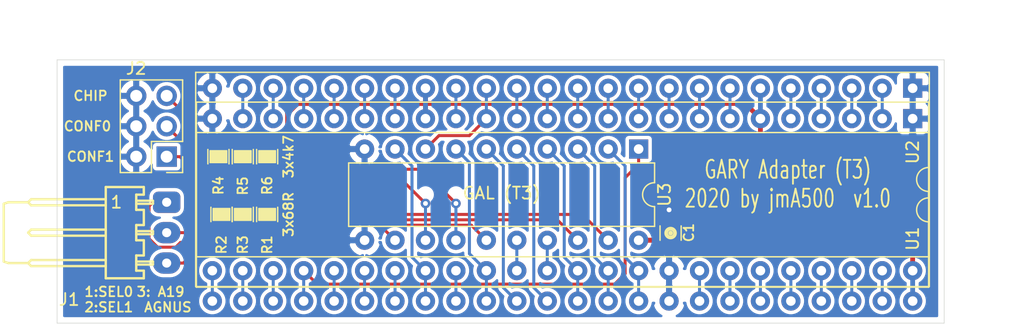
<source format=kicad_pcb>
(kicad_pcb (version 20171130) (host pcbnew 5.1.5-52549c5~84~ubuntu19.10.1)

  (general
    (thickness 1.6)
    (drawings 15)
    (tracks 176)
    (zones 0)
    (modules 12)
    (nets 56)
  )

  (page A4)
  (layers
    (0 F.Cu signal)
    (31 B.Cu signal)
    (32 B.Adhes user)
    (33 F.Adhes user)
    (34 B.Paste user)
    (35 F.Paste user)
    (36 B.SilkS user)
    (37 F.SilkS user)
    (38 B.Mask user)
    (39 F.Mask user)
    (40 Dwgs.User user)
    (41 Cmts.User user)
    (42 Eco1.User user)
    (43 Eco2.User user)
    (44 Edge.Cuts user)
    (45 Margin user)
    (46 B.CrtYd user)
    (47 F.CrtYd user)
    (48 B.Fab user hide)
    (49 F.Fab user hide)
  )

  (setup
    (last_trace_width 0.25)
    (trace_clearance 0.2)
    (zone_clearance 0.3)
    (zone_45_only no)
    (trace_min 0.2)
    (via_size 0.8)
    (via_drill 0.4)
    (via_min_size 0.4)
    (via_min_drill 0.3)
    (uvia_size 0.3)
    (uvia_drill 0.1)
    (uvias_allowed no)
    (uvia_min_size 0.2)
    (uvia_min_drill 0.1)
    (edge_width 0.05)
    (segment_width 0.2)
    (pcb_text_width 0.3)
    (pcb_text_size 1.5 1.5)
    (mod_edge_width 0.12)
    (mod_text_size 1 1)
    (mod_text_width 0.15)
    (pad_size 1.524 1.524)
    (pad_drill 0.762)
    (pad_to_mask_clearance 0.051)
    (solder_mask_min_width 0.25)
    (aux_axis_origin 0 0)
    (visible_elements FFFFFF7F)
    (pcbplotparams
      (layerselection 0x010fc_ffffffff)
      (usegerberextensions false)
      (usegerberattributes false)
      (usegerberadvancedattributes false)
      (creategerberjobfile false)
      (excludeedgelayer true)
      (linewidth 0.100000)
      (plotframeref false)
      (viasonmask false)
      (mode 1)
      (useauxorigin false)
      (hpglpennumber 1)
      (hpglpenspeed 20)
      (hpglpendiameter 15.000000)
      (psnegative false)
      (psa4output false)
      (plotreference true)
      (plotvalue true)
      (plotinvisibletext false)
      (padsonsilk false)
      (subtractmaskfromsilk false)
      (outputformat 1)
      (mirror false)
      (drillshape 1)
      (scaleselection 1)
      (outputdirectory ""))
  )

  (net 0 "")
  (net 1 +5V)
  (net 2 GND)
  (net 3 /~LATCH)
  (net 4 /~VPA)
  (net 5 /~CDAC)
  (net 6 /~OEL)
  (net 7 /CCKQ)
  (net 8 /~OEB)
  (net 9 /CCK)
  (net 10 /~KBRESET)
  (net 11 /~OVR)
  (net 12 /OVL)
  (net 13 /~MTR)
  (net 14 /XRDY)
  (net 15 /DKWE)
  (net 16 /~EXRAM)
  (net 17 /~DKWD)
  (net 18 /A17)
  (net 19 /~LDS)
  (net 20 /A18)
  (net 21 /~UDS)
  (net 22 /A19)
  (net 23 /R~W)
  (net 24 /A20)
  (net 25 /~AS)
  (net 26 /A21)
  (net 27 /~BGACK)
  (net 28 /A22)
  (net 29 /~BLIT)
  (net 30 /A23)
  (net 31 /~SEL)
  (net 32 /~RST)
  (net 33 /~REGEN)
  (net 34 /~HLT)
  (net 35 /~BLISS)
  (net 36 /~DTACK)
  (net 37 /~RAMEN)
  (net 38 /DKWEB)
  (net 39 /~ROMEN)
  (net 40 /DKWDB)
  (net 41 /~CLKRD)
  (net 42 /MTRON)
  (net 43 /~CLKWR)
  (net 44 /MTRX)
  (net 45 "Net-(R1-Pad2)")
  (net 46 /A19_AGNUS)
  (net 47 "Net-(R2-Pad2)")
  (net 48 /SEL1)
  (net 49 "Net-(R3-Pad2)")
  (net 50 /SEL0)
  (net 51 /CONF0)
  (net 52 /CONF1)
  (net 53 /CHIPRAM_SW)
  (net 54 /A19_OUT)
  (net 55 /A20_OUT)

  (net_class Default "Dies ist die voreingestellte Netzklasse."
    (clearance 0.2)
    (trace_width 0.25)
    (via_dia 0.8)
    (via_drill 0.4)
    (uvia_dia 0.3)
    (uvia_drill 0.1)
    (add_net /A17)
    (add_net /A18)
    (add_net /A19)
    (add_net /A19_AGNUS)
    (add_net /A19_OUT)
    (add_net /A20)
    (add_net /A20_OUT)
    (add_net /A21)
    (add_net /A22)
    (add_net /A23)
    (add_net /CCK)
    (add_net /CCKQ)
    (add_net /CHIPRAM_SW)
    (add_net /CONF0)
    (add_net /CONF1)
    (add_net /DKWDB)
    (add_net /DKWE)
    (add_net /DKWEB)
    (add_net /MTRON)
    (add_net /MTRX)
    (add_net /OVL)
    (add_net /R~W)
    (add_net /SEL0)
    (add_net /SEL1)
    (add_net /XRDY)
    (add_net /~AS)
    (add_net /~BGACK)
    (add_net /~BLISS)
    (add_net /~BLIT)
    (add_net /~CDAC)
    (add_net /~CLKRD)
    (add_net /~CLKWR)
    (add_net /~DKWD)
    (add_net /~DTACK)
    (add_net /~EXRAM)
    (add_net /~HLT)
    (add_net /~KBRESET)
    (add_net /~LATCH)
    (add_net /~LDS)
    (add_net /~MTR)
    (add_net /~OEB)
    (add_net /~OEL)
    (add_net /~OVR)
    (add_net /~RAMEN)
    (add_net /~REGEN)
    (add_net /~ROMEN)
    (add_net /~RST)
    (add_net /~SEL)
    (add_net /~UDS)
    (add_net /~VPA)
    (add_net "Net-(R1-Pad2)")
    (add_net "Net-(R2-Pad2)")
    (add_net "Net-(R3-Pad2)")
  )

  (net_class Power ""
    (clearance 0.2)
    (trace_width 0.4)
    (via_dia 0.8)
    (via_drill 0.4)
    (uvia_dia 0.3)
    (uvia_drill 0.1)
    (add_net +5V)
    (add_net GND)
  )

  (module Pin_Headers:Pin_Header_Straight_2x03_Pitch2.54mm (layer F.Cu) (tedit 59650532) (tstamp 5E628F2F)
    (at 104.14 85.09 180)
    (descr "Through hole straight pin header, 2x03, 2.54mm pitch, double rows")
    (tags "Through hole pin header THT 2x03 2.54mm double row")
    (path /5E6DDF03)
    (fp_text reference J2 (at 2.54 7.366) (layer F.SilkS)
      (effects (font (size 1 1) (thickness 0.15)))
    )
    (fp_text value CONN_02X03 (at 1.27 7.41) (layer F.Fab)
      (effects (font (size 1 1) (thickness 0.15)))
    )
    (fp_line (start 0 -1.27) (end 3.81 -1.27) (layer F.Fab) (width 0.1))
    (fp_line (start 3.81 -1.27) (end 3.81 6.35) (layer F.Fab) (width 0.1))
    (fp_line (start 3.81 6.35) (end -1.27 6.35) (layer F.Fab) (width 0.1))
    (fp_line (start -1.27 6.35) (end -1.27 0) (layer F.Fab) (width 0.1))
    (fp_line (start -1.27 0) (end 0 -1.27) (layer F.Fab) (width 0.1))
    (fp_line (start -1.33 6.41) (end 3.87 6.41) (layer F.SilkS) (width 0.12))
    (fp_line (start -1.33 1.27) (end -1.33 6.41) (layer F.SilkS) (width 0.12))
    (fp_line (start 3.87 -1.33) (end 3.87 6.41) (layer F.SilkS) (width 0.12))
    (fp_line (start -1.33 1.27) (end 1.27 1.27) (layer F.SilkS) (width 0.12))
    (fp_line (start 1.27 1.27) (end 1.27 -1.33) (layer F.SilkS) (width 0.12))
    (fp_line (start 1.27 -1.33) (end 3.87 -1.33) (layer F.SilkS) (width 0.12))
    (fp_line (start -1.33 0) (end -1.33 -1.33) (layer F.SilkS) (width 0.12))
    (fp_line (start -1.33 -1.33) (end 0 -1.33) (layer F.SilkS) (width 0.12))
    (fp_line (start -1.8 -1.8) (end -1.8 6.85) (layer F.CrtYd) (width 0.05))
    (fp_line (start -1.8 6.85) (end 4.35 6.85) (layer F.CrtYd) (width 0.05))
    (fp_line (start 4.35 6.85) (end 4.35 -1.8) (layer F.CrtYd) (width 0.05))
    (fp_line (start 4.35 -1.8) (end -1.8 -1.8) (layer F.CrtYd) (width 0.05))
    (fp_text user %R (at 1.27 2.54 90) (layer F.Fab)
      (effects (font (size 1 1) (thickness 0.15)))
    )
    (pad 1 thru_hole rect (at 0 0 180) (size 1.7 1.7) (drill 1) (layers *.Cu *.Mask)
      (net 51 /CONF0))
    (pad 2 thru_hole oval (at 2.54 0 180) (size 1.7 1.7) (drill 1) (layers *.Cu *.Mask)
      (net 2 GND))
    (pad 3 thru_hole oval (at 0 2.54 180) (size 1.7 1.7) (drill 1) (layers *.Cu *.Mask)
      (net 52 /CONF1))
    (pad 4 thru_hole oval (at 2.54 2.54 180) (size 1.7 1.7) (drill 1) (layers *.Cu *.Mask)
      (net 2 GND))
    (pad 5 thru_hole oval (at 0 5.08 180) (size 1.7 1.7) (drill 1) (layers *.Cu *.Mask)
      (net 53 /CHIPRAM_SW))
    (pad 6 thru_hole oval (at 2.54 5.08 180) (size 1.7 1.7) (drill 1) (layers *.Cu *.Mask)
      (net 2 GND))
    (model ${KISYS3DMOD}/Pin_Headers.3dshapes/Pin_Header_Straight_2x03_Pitch2.54mm.wrl
      (at (xyz 0 0 0))
      (scale (xyz 1 1 1))
      (rotate (xyz 0 0 0))
    )
  )

  (module Conn2:MOLEX-KK-Angled-3 (layer F.Cu) (tedit 5E620E92) (tstamp 5E627CF2)
    (at 104.14 88.9 270)
    (path /5E66D104)
    (fp_text reference J1 (at 8.128 8.128 180) (layer F.SilkS)
      (effects (font (size 1 1) (thickness 0.15)))
    )
    (fp_text value CONN_01X03 (at 2.921 -1.905 90) (layer F.Fab)
      (effects (font (size 1 1) (thickness 0.15)))
    )
    (fp_line (start -1.27 13.843) (end -1.27 -1.143) (layer F.CrtYd) (width 0.12))
    (fp_line (start 6.35 13.843) (end -1.27 13.843) (layer F.CrtYd) (width 0.12))
    (fp_line (start 6.35 -1.143) (end 6.35 13.843) (layer F.CrtYd) (width 0.12))
    (fp_line (start -1.27 -1.143) (end 6.35 -1.143) (layer F.CrtYd) (width 0.12))
    (fp_line (start 0 13.208) (end 0 11.557) (layer F.SilkS) (width 0.2))
    (fp_line (start 0.127 13.589) (end 0 13.208) (layer F.SilkS) (width 0.2))
    (fp_line (start 0.381 13.589) (end 0.127 13.589) (layer F.SilkS) (width 0.2))
    (fp_line (start 5.08 13.208) (end 4.953 13.589) (layer F.SilkS) (width 0.2))
    (fp_line (start 5.08 11.557) (end 5.08 13.208) (layer F.SilkS) (width 0.2))
    (fp_line (start 0.381 13.589) (end 4.953 13.589) (layer F.SilkS) (width 0.2))
    (fp_line (start 5.334 5.08) (end 5.334 11.303) (layer F.SilkS) (width 0.2))
    (fp_line (start 4.826 11.303) (end 5.08 11.557) (layer F.SilkS) (width 0.2))
    (fp_line (start 5.08 11.557) (end 5.334 11.303) (layer F.SilkS) (width 0.2))
    (fp_line (start 4.826 5.08) (end 4.826 11.303) (layer F.SilkS) (width 0.2))
    (fp_line (start 2.794 5.08) (end 2.794 11.303) (layer F.SilkS) (width 0.2))
    (fp_line (start 2.286 11.303) (end 2.54 11.557) (layer F.SilkS) (width 0.2))
    (fp_line (start 2.54 11.557) (end 2.794 11.303) (layer F.SilkS) (width 0.2))
    (fp_line (start 2.286 5.08) (end 2.286 11.303) (layer F.SilkS) (width 0.2))
    (fp_line (start 0 11.557) (end 0.254 11.303) (layer F.SilkS) (width 0.2))
    (fp_line (start -0.254 11.303) (end 0 11.557) (layer F.SilkS) (width 0.2))
    (fp_line (start 0.254 5.08) (end 0.254 11.303) (layer F.SilkS) (width 0.2))
    (fp_line (start -0.254 5.08) (end -0.254 11.303) (layer F.SilkS) (width 0.2))
    (fp_text user 1 (at 0 4.191) (layer F.SilkS)
      (effects (font (size 1 1) (thickness 0.15)))
    )
    (fp_line (start 4.953 1.143) (end 5.207 1.143) (layer F.SilkS) (width 0.2))
    (fp_line (start 5.207 1.143) (end 5.207 2.54) (layer F.SilkS) (width 0.2))
    (fp_line (start 4.953 2.54) (end 4.953 1.143) (layer F.SilkS) (width 0.2))
    (fp_line (start 2.413 1.143) (end 2.667 1.143) (layer F.SilkS) (width 0.2))
    (fp_line (start 2.667 1.143) (end 2.667 2.54) (layer F.SilkS) (width 0.2))
    (fp_line (start 2.413 2.54) (end 2.413 1.143) (layer F.SilkS) (width 0.2))
    (fp_line (start 0.127 1.143) (end 0.127 2.54) (layer F.SilkS) (width 0.2))
    (fp_line (start -0.127 1.143) (end 0.127 1.143) (layer F.SilkS) (width 0.2))
    (fp_line (start -0.127 2.54) (end -0.127 1.143) (layer F.SilkS) (width 0.2))
    (fp_line (start 4.445 1.905) (end 4.445 2.54) (layer F.SilkS) (width 0.2))
    (fp_line (start 4.445 2.54) (end 5.715 2.54) (layer F.SilkS) (width 0.2))
    (fp_line (start 5.715 2.54) (end 5.715 1.905) (layer F.SilkS) (width 0.2))
    (fp_line (start 1.905 1.905) (end 1.905 2.54) (layer F.SilkS) (width 0.2))
    (fp_line (start 1.905 2.54) (end 3.175 2.54) (layer F.SilkS) (width 0.2))
    (fp_line (start 3.175 2.54) (end 3.175 1.905) (layer F.SilkS) (width 0.2))
    (fp_line (start 3.175 1.905) (end 4.445 1.905) (layer F.SilkS) (width 0.2))
    (fp_line (start -1.27 1.905) (end -1.27 5.08) (layer F.SilkS) (width 0.2))
    (fp_line (start 6.35 1.905) (end 6.35 5.08) (layer F.SilkS) (width 0.2))
    (fp_line (start 5.715 1.905) (end 6.35 1.905) (layer F.SilkS) (width 0.2))
    (fp_line (start 0.635 1.905) (end 1.905 1.905) (layer F.SilkS) (width 0.2))
    (fp_line (start 0.635 2.54) (end 0.635 1.905) (layer F.SilkS) (width 0.2))
    (fp_line (start -0.635 2.54) (end 0.635 2.54) (layer F.SilkS) (width 0.2))
    (fp_line (start -0.635 1.905) (end -0.635 2.54) (layer F.SilkS) (width 0.2))
    (fp_line (start -1.016 1.905) (end -0.635 1.905) (layer F.SilkS) (width 0.2))
    (fp_line (start -1.27 1.905) (end -1.016 1.905) (layer F.SilkS) (width 0.2))
    (fp_line (start 6.35 5.08) (end -1.27 5.08) (layer F.SilkS) (width 0.2))
    (pad 3 thru_hole oval (at 5.08 0 270) (size 1.778 2.286) (drill 0.762) (layers *.Cu *.Mask)
      (net 46 /A19_AGNUS))
    (pad 2 thru_hole oval (at 2.54 0 270) (size 1.778 2.286) (drill 0.762) (layers *.Cu *.Mask)
      (net 48 /SEL1))
    (pad 1 thru_hole roundrect (at 0 0 270) (size 1.778 2.286) (drill 0.762) (layers *.Cu *.Mask) (roundrect_rratio 0.25)
      (net 50 /SEL0))
  )

  (module discrete:R_0805 (layer F.Cu) (tedit 5E568DC1) (tstamp 5E620CE4)
    (at 112.522 85.09 90)
    (descr "Resistor SMD 0805, reflow soldering, Vishay (see dcrcw.pdf)")
    (tags "resistor 0805")
    (path /5E6CE049)
    (attr smd)
    (fp_text reference R6 (at -2.413 0 90) (layer F.SilkS)
      (effects (font (size 0.8 0.8) (thickness 0.15)))
    )
    (fp_text value 4k7 (at 0 1.75 90) (layer F.Fab)
      (effects (font (size 1 1) (thickness 0.15)))
    )
    (fp_poly (pts (xy -0.5 -0.7) (xy 0.5 -0.7) (xy 0.5 0.7) (xy -0.5 0.7)
      (xy -0.5 0.1)) (layer F.SilkS) (width 0.1))
    (fp_line (start 1.55 0.9) (end -1.55 0.9) (layer F.CrtYd) (width 0.05))
    (fp_line (start 1.55 0.9) (end 1.55 -0.9) (layer F.CrtYd) (width 0.05))
    (fp_line (start -1.55 -0.9) (end -1.55 0.9) (layer F.CrtYd) (width 0.05))
    (fp_line (start -1.55 -0.9) (end 1.55 -0.9) (layer F.CrtYd) (width 0.05))
    (fp_line (start -0.6 -0.88) (end 0.6 -0.88) (layer F.SilkS) (width 0.12))
    (fp_line (start 0.6 0.88) (end -0.6 0.88) (layer F.SilkS) (width 0.12))
    (fp_line (start -1 -0.62) (end 1 -0.62) (layer F.Fab) (width 0.1))
    (fp_line (start 1 -0.62) (end 1 0.62) (layer F.Fab) (width 0.1))
    (fp_line (start 1 0.62) (end -1 0.62) (layer F.Fab) (width 0.1))
    (fp_line (start -1 0.62) (end -1 -0.62) (layer F.Fab) (width 0.1))
    (fp_text user %R (at 0 -1.6 90) (layer F.Fab)
      (effects (font (size 1 1) (thickness 0.15)))
    )
    (pad 2 smd rect (at 1.05 0 90) (size 0.9 1.3) (layers F.Cu F.Paste F.Mask)
      (net 1 +5V))
    (pad 1 smd rect (at -1.05 0 90) (size 0.9 1.3) (layers F.Cu F.Paste F.Mask)
      (net 53 /CHIPRAM_SW))
    (model ${KISYS3DMOD}/Resistors_SMD.3dshapes/R_0805.step
      (at (xyz 0 0 0))
      (scale (xyz 1 1 1))
      (rotate (xyz 0 0 0))
    )
  )

  (module discrete:R_0805 (layer F.Cu) (tedit 5E568DC1) (tstamp 5E626880)
    (at 110.49 85.09 90)
    (descr "Resistor SMD 0805, reflow soldering, Vishay (see dcrcw.pdf)")
    (tags "resistor 0805")
    (path /5E6CDEC0)
    (attr smd)
    (fp_text reference R5 (at -2.447 0 90) (layer F.SilkS)
      (effects (font (size 0.8 0.8) (thickness 0.15)))
    )
    (fp_text value 4k7 (at 0 1.75 90) (layer F.Fab)
      (effects (font (size 1 1) (thickness 0.15)))
    )
    (fp_poly (pts (xy -0.5 -0.7) (xy 0.5 -0.7) (xy 0.5 0.7) (xy -0.5 0.7)
      (xy -0.5 0.1)) (layer F.SilkS) (width 0.1))
    (fp_line (start 1.55 0.9) (end -1.55 0.9) (layer F.CrtYd) (width 0.05))
    (fp_line (start 1.55 0.9) (end 1.55 -0.9) (layer F.CrtYd) (width 0.05))
    (fp_line (start -1.55 -0.9) (end -1.55 0.9) (layer F.CrtYd) (width 0.05))
    (fp_line (start -1.55 -0.9) (end 1.55 -0.9) (layer F.CrtYd) (width 0.05))
    (fp_line (start -0.6 -0.88) (end 0.6 -0.88) (layer F.SilkS) (width 0.12))
    (fp_line (start 0.6 0.88) (end -0.6 0.88) (layer F.SilkS) (width 0.12))
    (fp_line (start -1 -0.62) (end 1 -0.62) (layer F.Fab) (width 0.1))
    (fp_line (start 1 -0.62) (end 1 0.62) (layer F.Fab) (width 0.1))
    (fp_line (start 1 0.62) (end -1 0.62) (layer F.Fab) (width 0.1))
    (fp_line (start -1 0.62) (end -1 -0.62) (layer F.Fab) (width 0.1))
    (fp_text user %R (at 0 -1.6 90) (layer F.Fab)
      (effects (font (size 1 1) (thickness 0.15)))
    )
    (pad 2 smd rect (at 1.05 0 90) (size 0.9 1.3) (layers F.Cu F.Paste F.Mask)
      (net 1 +5V))
    (pad 1 smd rect (at -1.05 0 90) (size 0.9 1.3) (layers F.Cu F.Paste F.Mask)
      (net 52 /CONF1))
    (model ${KISYS3DMOD}/Resistors_SMD.3dshapes/R_0805.step
      (at (xyz 0 0 0))
      (scale (xyz 1 1 1))
      (rotate (xyz 0 0 0))
    )
  )

  (module discrete:R_0805 (layer F.Cu) (tedit 5E568DC1) (tstamp 5E6267B1)
    (at 108.458 85.09 90)
    (descr "Resistor SMD 0805, reflow soldering, Vishay (see dcrcw.pdf)")
    (tags "resistor 0805")
    (path /5E6CD814)
    (attr smd)
    (fp_text reference R4 (at -2.413 0 90) (layer F.SilkS)
      (effects (font (size 0.8 0.8) (thickness 0.15)))
    )
    (fp_text value 4k7 (at 0 1.75 90) (layer F.Fab)
      (effects (font (size 1 1) (thickness 0.15)))
    )
    (fp_poly (pts (xy -0.5 -0.7) (xy 0.5 -0.7) (xy 0.5 0.7) (xy -0.5 0.7)
      (xy -0.5 0.1)) (layer F.SilkS) (width 0.1))
    (fp_line (start 1.55 0.9) (end -1.55 0.9) (layer F.CrtYd) (width 0.05))
    (fp_line (start 1.55 0.9) (end 1.55 -0.9) (layer F.CrtYd) (width 0.05))
    (fp_line (start -1.55 -0.9) (end -1.55 0.9) (layer F.CrtYd) (width 0.05))
    (fp_line (start -1.55 -0.9) (end 1.55 -0.9) (layer F.CrtYd) (width 0.05))
    (fp_line (start -0.6 -0.88) (end 0.6 -0.88) (layer F.SilkS) (width 0.12))
    (fp_line (start 0.6 0.88) (end -0.6 0.88) (layer F.SilkS) (width 0.12))
    (fp_line (start -1 -0.62) (end 1 -0.62) (layer F.Fab) (width 0.1))
    (fp_line (start 1 -0.62) (end 1 0.62) (layer F.Fab) (width 0.1))
    (fp_line (start 1 0.62) (end -1 0.62) (layer F.Fab) (width 0.1))
    (fp_line (start -1 0.62) (end -1 -0.62) (layer F.Fab) (width 0.1))
    (fp_text user %R (at 0 -1.6 90) (layer F.Fab)
      (effects (font (size 1 1) (thickness 0.15)))
    )
    (pad 2 smd rect (at 1.05 0 90) (size 0.9 1.3) (layers F.Cu F.Paste F.Mask)
      (net 1 +5V))
    (pad 1 smd rect (at -1.05 0 90) (size 0.9 1.3) (layers F.Cu F.Paste F.Mask)
      (net 51 /CONF0))
    (model ${KISYS3DMOD}/Resistors_SMD.3dshapes/R_0805.step
      (at (xyz 0 0 0))
      (scale (xyz 1 1 1))
      (rotate (xyz 0 0 0))
    )
  )

  (module discrete:R_0805 (layer F.Cu) (tedit 5E568DC1) (tstamp 5E627301)
    (at 110.49 89.916 90)
    (descr "Resistor SMD 0805, reflow soldering, Vishay (see dcrcw.pdf)")
    (tags "resistor 0805")
    (path /5E665F11)
    (attr smd)
    (fp_text reference R3 (at -2.54 0 90) (layer F.SilkS)
      (effects (font (size 0.8 0.8) (thickness 0.15)))
    )
    (fp_text value 68R (at 0 1.75 90) (layer F.Fab)
      (effects (font (size 1 1) (thickness 0.15)))
    )
    (fp_poly (pts (xy -0.5 -0.7) (xy 0.5 -0.7) (xy 0.5 0.7) (xy -0.5 0.7)
      (xy -0.5 0.1)) (layer F.SilkS) (width 0.1))
    (fp_line (start 1.55 0.9) (end -1.55 0.9) (layer F.CrtYd) (width 0.05))
    (fp_line (start 1.55 0.9) (end 1.55 -0.9) (layer F.CrtYd) (width 0.05))
    (fp_line (start -1.55 -0.9) (end -1.55 0.9) (layer F.CrtYd) (width 0.05))
    (fp_line (start -1.55 -0.9) (end 1.55 -0.9) (layer F.CrtYd) (width 0.05))
    (fp_line (start -0.6 -0.88) (end 0.6 -0.88) (layer F.SilkS) (width 0.12))
    (fp_line (start 0.6 0.88) (end -0.6 0.88) (layer F.SilkS) (width 0.12))
    (fp_line (start -1 -0.62) (end 1 -0.62) (layer F.Fab) (width 0.1))
    (fp_line (start 1 -0.62) (end 1 0.62) (layer F.Fab) (width 0.1))
    (fp_line (start 1 0.62) (end -1 0.62) (layer F.Fab) (width 0.1))
    (fp_line (start -1 0.62) (end -1 -0.62) (layer F.Fab) (width 0.1))
    (fp_text user %R (at 0 -1.6 90) (layer F.Fab)
      (effects (font (size 1 1) (thickness 0.15)))
    )
    (pad 2 smd rect (at 1.05 0 90) (size 0.9 1.3) (layers F.Cu F.Paste F.Mask)
      (net 49 "Net-(R3-Pad2)"))
    (pad 1 smd rect (at -1.05 0 90) (size 0.9 1.3) (layers F.Cu F.Paste F.Mask)
      (net 50 /SEL0))
    (model ${KISYS3DMOD}/Resistors_SMD.3dshapes/R_0805.step
      (at (xyz 0 0 0))
      (scale (xyz 1 1 1))
      (rotate (xyz 0 0 0))
    )
  )

  (module discrete:R_0805 (layer F.Cu) (tedit 5E568DC1) (tstamp 5E627334)
    (at 108.712 89.916 90)
    (descr "Resistor SMD 0805, reflow soldering, Vishay (see dcrcw.pdf)")
    (tags "resistor 0805")
    (path /5E664675)
    (attr smd)
    (fp_text reference R2 (at -2.54 0 90) (layer F.SilkS)
      (effects (font (size 0.8 0.8) (thickness 0.15)))
    )
    (fp_text value 68R (at 0 1.75 90) (layer F.Fab)
      (effects (font (size 1 1) (thickness 0.15)))
    )
    (fp_poly (pts (xy -0.5 -0.7) (xy 0.5 -0.7) (xy 0.5 0.7) (xy -0.5 0.7)
      (xy -0.5 0.1)) (layer F.SilkS) (width 0.1))
    (fp_line (start 1.55 0.9) (end -1.55 0.9) (layer F.CrtYd) (width 0.05))
    (fp_line (start 1.55 0.9) (end 1.55 -0.9) (layer F.CrtYd) (width 0.05))
    (fp_line (start -1.55 -0.9) (end -1.55 0.9) (layer F.CrtYd) (width 0.05))
    (fp_line (start -1.55 -0.9) (end 1.55 -0.9) (layer F.CrtYd) (width 0.05))
    (fp_line (start -0.6 -0.88) (end 0.6 -0.88) (layer F.SilkS) (width 0.12))
    (fp_line (start 0.6 0.88) (end -0.6 0.88) (layer F.SilkS) (width 0.12))
    (fp_line (start -1 -0.62) (end 1 -0.62) (layer F.Fab) (width 0.1))
    (fp_line (start 1 -0.62) (end 1 0.62) (layer F.Fab) (width 0.1))
    (fp_line (start 1 0.62) (end -1 0.62) (layer F.Fab) (width 0.1))
    (fp_line (start -1 0.62) (end -1 -0.62) (layer F.Fab) (width 0.1))
    (fp_text user %R (at 0 -1.6 90) (layer F.Fab)
      (effects (font (size 1 1) (thickness 0.15)))
    )
    (pad 2 smd rect (at 1.05 0 90) (size 0.9 1.3) (layers F.Cu F.Paste F.Mask)
      (net 47 "Net-(R2-Pad2)"))
    (pad 1 smd rect (at -1.05 0 90) (size 0.9 1.3) (layers F.Cu F.Paste F.Mask)
      (net 48 /SEL1))
    (model ${KISYS3DMOD}/Resistors_SMD.3dshapes/R_0805.step
      (at (xyz 0 0 0))
      (scale (xyz 1 1 1))
      (rotate (xyz 0 0 0))
    )
  )

  (module discrete:R_0805 (layer F.Cu) (tedit 5E568DC1) (tstamp 5E62736A)
    (at 112.522 89.916 90)
    (descr "Resistor SMD 0805, reflow soldering, Vishay (see dcrcw.pdf)")
    (tags "resistor 0805")
    (path /5E67871D)
    (attr smd)
    (fp_text reference R1 (at -2.54 0 90) (layer F.SilkS)
      (effects (font (size 0.8 0.8) (thickness 0.15)))
    )
    (fp_text value 68R (at 0 1.75 90) (layer F.Fab)
      (effects (font (size 1 1) (thickness 0.15)))
    )
    (fp_poly (pts (xy -0.5 -0.7) (xy 0.5 -0.7) (xy 0.5 0.7) (xy -0.5 0.7)
      (xy -0.5 0.1)) (layer F.SilkS) (width 0.1))
    (fp_line (start 1.55 0.9) (end -1.55 0.9) (layer F.CrtYd) (width 0.05))
    (fp_line (start 1.55 0.9) (end 1.55 -0.9) (layer F.CrtYd) (width 0.05))
    (fp_line (start -1.55 -0.9) (end -1.55 0.9) (layer F.CrtYd) (width 0.05))
    (fp_line (start -1.55 -0.9) (end 1.55 -0.9) (layer F.CrtYd) (width 0.05))
    (fp_line (start -0.6 -0.88) (end 0.6 -0.88) (layer F.SilkS) (width 0.12))
    (fp_line (start 0.6 0.88) (end -0.6 0.88) (layer F.SilkS) (width 0.12))
    (fp_line (start -1 -0.62) (end 1 -0.62) (layer F.Fab) (width 0.1))
    (fp_line (start 1 -0.62) (end 1 0.62) (layer F.Fab) (width 0.1))
    (fp_line (start 1 0.62) (end -1 0.62) (layer F.Fab) (width 0.1))
    (fp_line (start -1 0.62) (end -1 -0.62) (layer F.Fab) (width 0.1))
    (fp_text user %R (at 0 -1.6 90) (layer F.Fab)
      (effects (font (size 1 1) (thickness 0.15)))
    )
    (pad 2 smd rect (at 1.05 0 90) (size 0.9 1.3) (layers F.Cu F.Paste F.Mask)
      (net 45 "Net-(R1-Pad2)"))
    (pad 1 smd rect (at -1.05 0 90) (size 0.9 1.3) (layers F.Cu F.Paste F.Mask)
      (net 46 /A19_AGNUS))
    (model ${KISYS3DMOD}/Resistors_SMD.3dshapes/R_0805.step
      (at (xyz 0 0 0))
      (scale (xyz 1 1 1))
      (rotate (xyz 0 0 0))
    )
  )

  (module Housings_DIP:DIP-20_W7.62mm (layer F.Cu) (tedit 59C78D6B) (tstamp 5E626257)
    (at 143.51 84.455 270)
    (descr "20-lead though-hole mounted DIP package, row spacing 7.62 mm (300 mils)")
    (tags "THT DIP DIL PDIP 2.54mm 7.62mm 300mil")
    (path /5E65DFC5)
    (fp_text reference U3 (at 3.81 -2.159 90) (layer F.SilkS)
      (effects (font (size 1 1) (thickness 0.15)))
    )
    (fp_text value GAL16V8 (at 3.81 25.19 90) (layer F.Fab)
      (effects (font (size 1 1) (thickness 0.15)))
    )
    (fp_arc (start 3.81 -1.33) (end 2.81 -1.33) (angle -180) (layer F.SilkS) (width 0.12))
    (fp_line (start 1.635 -1.27) (end 6.985 -1.27) (layer F.Fab) (width 0.1))
    (fp_line (start 6.985 -1.27) (end 6.985 24.13) (layer F.Fab) (width 0.1))
    (fp_line (start 6.985 24.13) (end 0.635 24.13) (layer F.Fab) (width 0.1))
    (fp_line (start 0.635 24.13) (end 0.635 -0.27) (layer F.Fab) (width 0.1))
    (fp_line (start 0.635 -0.27) (end 1.635 -1.27) (layer F.Fab) (width 0.1))
    (fp_line (start 2.81 -1.33) (end 1.16 -1.33) (layer F.SilkS) (width 0.12))
    (fp_line (start 1.16 -1.33) (end 1.16 24.19) (layer F.SilkS) (width 0.12))
    (fp_line (start 1.16 24.19) (end 6.46 24.19) (layer F.SilkS) (width 0.12))
    (fp_line (start 6.46 24.19) (end 6.46 -1.33) (layer F.SilkS) (width 0.12))
    (fp_line (start 6.46 -1.33) (end 4.81 -1.33) (layer F.SilkS) (width 0.12))
    (fp_line (start -1.1 -1.55) (end -1.1 24.4) (layer F.CrtYd) (width 0.05))
    (fp_line (start -1.1 24.4) (end 8.7 24.4) (layer F.CrtYd) (width 0.05))
    (fp_line (start 8.7 24.4) (end 8.7 -1.55) (layer F.CrtYd) (width 0.05))
    (fp_line (start 8.7 -1.55) (end -1.1 -1.55) (layer F.CrtYd) (width 0.05))
    (fp_text user %R (at 3.81 11.43 90) (layer F.Fab)
      (effects (font (size 1 1) (thickness 0.15)))
    )
    (pad 1 thru_hole rect (at 0 0 270) (size 1.6 1.6) (drill 0.8) (layers *.Cu *.Mask)
      (net 9 /CCK))
    (pad 11 thru_hole oval (at 7.62 22.86 270) (size 1.6 1.6) (drill 0.8) (layers *.Cu *.Mask)
      (net 2 GND))
    (pad 2 thru_hole oval (at 0 2.54 270) (size 1.6 1.6) (drill 0.8) (layers *.Cu *.Mask)
      (net 30 /A23))
    (pad 12 thru_hole oval (at 7.62 20.32 270) (size 1.6 1.6) (drill 0.8) (layers *.Cu *.Mask)
      (net 51 /CONF0))
    (pad 3 thru_hole oval (at 0 5.08 270) (size 1.6 1.6) (drill 0.8) (layers *.Cu *.Mask)
      (net 28 /A22))
    (pad 13 thru_hole oval (at 7.62 17.78 270) (size 1.6 1.6) (drill 0.8) (layers *.Cu *.Mask)
      (net 52 /CONF1))
    (pad 4 thru_hole oval (at 0 7.62 270) (size 1.6 1.6) (drill 0.8) (layers *.Cu *.Mask)
      (net 26 /A21))
    (pad 14 thru_hole oval (at 7.62 15.24 270) (size 1.6 1.6) (drill 0.8) (layers *.Cu *.Mask)
      (net 53 /CHIPRAM_SW))
    (pad 5 thru_hole oval (at 0 10.16 270) (size 1.6 1.6) (drill 0.8) (layers *.Cu *.Mask)
      (net 24 /A20))
    (pad 15 thru_hole oval (at 7.62 12.7 270) (size 1.6 1.6) (drill 0.8) (layers *.Cu *.Mask)
      (net 45 "Net-(R1-Pad2)"))
    (pad 6 thru_hole oval (at 0 12.7 270) (size 1.6 1.6) (drill 0.8) (layers *.Cu *.Mask)
      (net 22 /A19))
    (pad 16 thru_hole oval (at 7.62 10.16 270) (size 1.6 1.6) (drill 0.8) (layers *.Cu *.Mask)
      (net 54 /A19_OUT))
    (pad 7 thru_hole oval (at 0 15.24 270) (size 1.6 1.6) (drill 0.8) (layers *.Cu *.Mask)
      (net 20 /A18))
    (pad 17 thru_hole oval (at 7.62 7.62 270) (size 1.6 1.6) (drill 0.8) (layers *.Cu *.Mask)
      (net 55 /A20_OUT))
    (pad 8 thru_hole oval (at 0 17.78 270) (size 1.6 1.6) (drill 0.8) (layers *.Cu *.Mask)
      (net 29 /~BLIT))
    (pad 18 thru_hole oval (at 7.62 5.08 270) (size 1.6 1.6) (drill 0.8) (layers *.Cu *.Mask)
      (net 49 "Net-(R3-Pad2)"))
    (pad 9 thru_hole oval (at 0 20.32 270) (size 1.6 1.6) (drill 0.8) (layers *.Cu *.Mask)
      (net 16 /~EXRAM))
    (pad 19 thru_hole oval (at 7.62 2.54 270) (size 1.6 1.6) (drill 0.8) (layers *.Cu *.Mask)
      (net 47 "Net-(R2-Pad2)"))
    (pad 10 thru_hole oval (at 0 22.86 270) (size 1.6 1.6) (drill 0.8) (layers *.Cu *.Mask)
      (net 2 GND))
    (pad 20 thru_hole oval (at 7.62 0 270) (size 1.6 1.6) (drill 0.8) (layers *.Cu *.Mask)
      (net 1 +5V))
    (model ${KISYS3DMOD}/Housings_DIP.3dshapes/DIP-20_W7.62mm.wrl
      (at (xyz 0 0 0))
      (scale (xyz 1 1 1))
      (rotate (xyz 0 0 0))
    )
  )

  (module Housings_DIP:DIP-48_W15.24mm_Socket (layer F.Cu) (tedit 59C78D6C) (tstamp 5E626508)
    (at 166.37 79.375 270)
    (descr "48-lead though-hole mounted DIP package, row spacing 15.24 mm (600 mils), Socket")
    (tags "THT DIP DIL PDIP 2.54mm 15.24mm 600mil Socket")
    (path /5E64D0CF)
    (fp_text reference U2 (at 5.334 0 90) (layer F.SilkS)
      (effects (font (size 1 1) (thickness 0.15)))
    )
    (fp_text value GARY (at 7.62 60.75 90) (layer F.Fab)
      (effects (font (size 1 1) (thickness 0.15)))
    )
    (fp_arc (start 7.62 -1.33) (end 6.62 -1.33) (angle -180) (layer F.SilkS) (width 0.12))
    (fp_line (start 1.255 -1.27) (end 14.985 -1.27) (layer F.Fab) (width 0.1))
    (fp_line (start 14.985 -1.27) (end 14.985 59.69) (layer F.Fab) (width 0.1))
    (fp_line (start 14.985 59.69) (end 0.255 59.69) (layer F.Fab) (width 0.1))
    (fp_line (start 0.255 59.69) (end 0.255 -0.27) (layer F.Fab) (width 0.1))
    (fp_line (start 0.255 -0.27) (end 1.255 -1.27) (layer F.Fab) (width 0.1))
    (fp_line (start -1.27 -1.33) (end -1.27 59.75) (layer F.Fab) (width 0.1))
    (fp_line (start -1.27 59.75) (end 16.51 59.75) (layer F.Fab) (width 0.1))
    (fp_line (start 16.51 59.75) (end 16.51 -1.33) (layer F.Fab) (width 0.1))
    (fp_line (start 16.51 -1.33) (end -1.27 -1.33) (layer F.Fab) (width 0.1))
    (fp_line (start 6.62 -1.33) (end 1.16 -1.33) (layer F.SilkS) (width 0.12))
    (fp_line (start 1.16 -1.33) (end 1.16 59.75) (layer F.SilkS) (width 0.12))
    (fp_line (start 1.16 59.75) (end 14.08 59.75) (layer F.SilkS) (width 0.12))
    (fp_line (start 14.08 59.75) (end 14.08 -1.33) (layer F.SilkS) (width 0.12))
    (fp_line (start 14.08 -1.33) (end 8.62 -1.33) (layer F.SilkS) (width 0.12))
    (fp_line (start -1.33 -1.39) (end -1.33 59.81) (layer F.SilkS) (width 0.12))
    (fp_line (start -1.33 59.81) (end 16.57 59.81) (layer F.SilkS) (width 0.12))
    (fp_line (start 16.57 59.81) (end 16.57 -1.39) (layer F.SilkS) (width 0.12))
    (fp_line (start 16.57 -1.39) (end -1.33 -1.39) (layer F.SilkS) (width 0.12))
    (fp_line (start -1.55 -1.6) (end -1.55 60) (layer F.CrtYd) (width 0.05))
    (fp_line (start -1.55 60) (end 16.8 60) (layer F.CrtYd) (width 0.05))
    (fp_line (start 16.8 60) (end 16.8 -1.6) (layer F.CrtYd) (width 0.05))
    (fp_line (start 16.8 -1.6) (end -1.55 -1.6) (layer F.CrtYd) (width 0.05))
    (fp_text user %R (at 7.62 29.21 90) (layer F.Fab)
      (effects (font (size 1 1) (thickness 0.15)))
    )
    (pad 1 thru_hole rect (at 0 0 270) (size 1.6 1.6) (drill 0.8) (layers *.Cu *.Mask)
      (net 2 GND))
    (pad 25 thru_hole oval (at 15.24 58.42 270) (size 1.6 1.6) (drill 0.8) (layers *.Cu *.Mask)
      (net 3 /~LATCH))
    (pad 2 thru_hole oval (at 0 2.54 270) (size 1.6 1.6) (drill 0.8) (layers *.Cu *.Mask)
      (net 4 /~VPA))
    (pad 26 thru_hole oval (at 15.24 55.88 270) (size 1.6 1.6) (drill 0.8) (layers *.Cu *.Mask)
      (net 5 /~CDAC))
    (pad 3 thru_hole oval (at 0 5.08 270) (size 1.6 1.6) (drill 0.8) (layers *.Cu *.Mask)
      (net 6 /~OEL))
    (pad 27 thru_hole oval (at 15.24 53.34 270) (size 1.6 1.6) (drill 0.8) (layers *.Cu *.Mask)
      (net 7 /CCKQ))
    (pad 4 thru_hole oval (at 0 7.62 270) (size 1.6 1.6) (drill 0.8) (layers *.Cu *.Mask)
      (net 8 /~OEB))
    (pad 28 thru_hole oval (at 15.24 50.8 270) (size 1.6 1.6) (drill 0.8) (layers *.Cu *.Mask)
      (net 9 /CCK))
    (pad 5 thru_hole oval (at 0 10.16 270) (size 1.6 1.6) (drill 0.8) (layers *.Cu *.Mask)
      (net 10 /~KBRESET))
    (pad 29 thru_hole oval (at 15.24 48.26 270) (size 1.6 1.6) (drill 0.8) (layers *.Cu *.Mask)
      (net 11 /~OVR))
    (pad 6 thru_hole oval (at 0 12.7 270) (size 1.6 1.6) (drill 0.8) (layers *.Cu *.Mask)
      (net 1 +5V))
    (pad 30 thru_hole oval (at 15.24 45.72 270) (size 1.6 1.6) (drill 0.8) (layers *.Cu *.Mask)
      (net 12 /OVL))
    (pad 7 thru_hole oval (at 0 15.24 270) (size 1.6 1.6) (drill 0.8) (layers *.Cu *.Mask)
      (net 13 /~MTR))
    (pad 31 thru_hole oval (at 15.24 43.18 270) (size 1.6 1.6) (drill 0.8) (layers *.Cu *.Mask)
      (net 14 /XRDY))
    (pad 8 thru_hole oval (at 0 17.78 270) (size 1.6 1.6) (drill 0.8) (layers *.Cu *.Mask)
      (net 15 /DKWE))
    (pad 32 thru_hole oval (at 15.24 40.64 270) (size 1.6 1.6) (drill 0.8) (layers *.Cu *.Mask)
      (net 16 /~EXRAM))
    (pad 9 thru_hole oval (at 0 20.32 270) (size 1.6 1.6) (drill 0.8) (layers *.Cu *.Mask)
      (net 17 /~DKWD))
    (pad 33 thru_hole oval (at 15.24 38.1 270) (size 1.6 1.6) (drill 0.8) (layers *.Cu *.Mask)
      (net 18 /A17))
    (pad 10 thru_hole oval (at 0 22.86 270) (size 1.6 1.6) (drill 0.8) (layers *.Cu *.Mask)
      (net 19 /~LDS))
    (pad 34 thru_hole oval (at 15.24 35.56 270) (size 1.6 1.6) (drill 0.8) (layers *.Cu *.Mask)
      (net 20 /A18))
    (pad 11 thru_hole oval (at 0 25.4 270) (size 1.6 1.6) (drill 0.8) (layers *.Cu *.Mask)
      (net 21 /~UDS))
    (pad 35 thru_hole oval (at 15.24 33.02 270) (size 1.6 1.6) (drill 0.8) (layers *.Cu *.Mask)
      (net 54 /A19_OUT))
    (pad 12 thru_hole oval (at 0 27.94 270) (size 1.6 1.6) (drill 0.8) (layers *.Cu *.Mask)
      (net 23 /R~W))
    (pad 36 thru_hole oval (at 15.24 30.48 270) (size 1.6 1.6) (drill 0.8) (layers *.Cu *.Mask)
      (net 55 /A20_OUT))
    (pad 13 thru_hole oval (at 0 30.48 270) (size 1.6 1.6) (drill 0.8) (layers *.Cu *.Mask)
      (net 25 /~AS))
    (pad 37 thru_hole oval (at 15.24 27.94 270) (size 1.6 1.6) (drill 0.8) (layers *.Cu *.Mask)
      (net 26 /A21))
    (pad 14 thru_hole oval (at 0 33.02 270) (size 1.6 1.6) (drill 0.8) (layers *.Cu *.Mask)
      (net 27 /~BGACK))
    (pad 38 thru_hole oval (at 15.24 25.4 270) (size 1.6 1.6) (drill 0.8) (layers *.Cu *.Mask)
      (net 28 /A22))
    (pad 15 thru_hole oval (at 0 35.56 270) (size 1.6 1.6) (drill 0.8) (layers *.Cu *.Mask)
      (net 29 /~BLIT))
    (pad 39 thru_hole oval (at 15.24 22.86 270) (size 1.6 1.6) (drill 0.8) (layers *.Cu *.Mask)
      (net 30 /A23))
    (pad 16 thru_hole oval (at 0 38.1 270) (size 1.6 1.6) (drill 0.8) (layers *.Cu *.Mask)
      (net 31 /~SEL))
    (pad 40 thru_hole oval (at 15.24 20.32 270) (size 1.6 1.6) (drill 0.8) (layers *.Cu *.Mask)
      (net 2 GND))
    (pad 17 thru_hole oval (at 0 40.64 270) (size 1.6 1.6) (drill 0.8) (layers *.Cu *.Mask)
      (net 1 +5V))
    (pad 41 thru_hole oval (at 15.24 17.78 270) (size 1.6 1.6) (drill 0.8) (layers *.Cu *.Mask)
      (net 32 /~RST))
    (pad 18 thru_hole oval (at 0 43.18 270) (size 1.6 1.6) (drill 0.8) (layers *.Cu *.Mask)
      (net 33 /~REGEN))
    (pad 42 thru_hole oval (at 15.24 15.24 270) (size 1.6 1.6) (drill 0.8) (layers *.Cu *.Mask)
      (net 34 /~HLT))
    (pad 19 thru_hole oval (at 0 45.72 270) (size 1.6 1.6) (drill 0.8) (layers *.Cu *.Mask)
      (net 35 /~BLISS))
    (pad 43 thru_hole oval (at 15.24 12.7 270) (size 1.6 1.6) (drill 0.8) (layers *.Cu *.Mask)
      (net 36 /~DTACK))
    (pad 20 thru_hole oval (at 0 48.26 270) (size 1.6 1.6) (drill 0.8) (layers *.Cu *.Mask)
      (net 37 /~RAMEN))
    (pad 44 thru_hole oval (at 15.24 10.16 270) (size 1.6 1.6) (drill 0.8) (layers *.Cu *.Mask)
      (net 38 /DKWEB))
    (pad 21 thru_hole oval (at 0 50.8 270) (size 1.6 1.6) (drill 0.8) (layers *.Cu *.Mask)
      (net 39 /~ROMEN))
    (pad 45 thru_hole oval (at 15.24 7.62 270) (size 1.6 1.6) (drill 0.8) (layers *.Cu *.Mask)
      (net 40 /DKWDB))
    (pad 22 thru_hole oval (at 0 53.34 270) (size 1.6 1.6) (drill 0.8) (layers *.Cu *.Mask)
      (net 41 /~CLKRD))
    (pad 46 thru_hole oval (at 15.24 5.08 270) (size 1.6 1.6) (drill 0.8) (layers *.Cu *.Mask)
      (net 42 /MTRON))
    (pad 23 thru_hole oval (at 0 55.88 270) (size 1.6 1.6) (drill 0.8) (layers *.Cu *.Mask)
      (net 43 /~CLKWR))
    (pad 47 thru_hole oval (at 15.24 2.54 270) (size 1.6 1.6) (drill 0.8) (layers *.Cu *.Mask)
      (net 44 /MTRX))
    (pad 24 thru_hole oval (at 0 58.42 270) (size 1.6 1.6) (drill 0.8) (layers *.Cu *.Mask)
      (net 2 GND))
    (pad 48 thru_hole oval (at 15.24 0 270) (size 1.6 1.6) (drill 0.8) (layers *.Cu *.Mask)
      (net 1 +5V))
    (model ${KISYS3DMOD}/Housings_DIP.3dshapes/DIP-48_W15.24mm_Socket.wrl
      (at (xyz 0 0 0))
      (scale (xyz 1 1 1))
      (rotate (xyz 0 0 0))
    )
  )

  (module Housings_DIP:DIP-48_W15.24mm (layer F.Cu) (tedit 59C78D6C) (tstamp 5E62632C)
    (at 166.37 81.915 270)
    (descr "48-lead though-hole mounted DIP package, row spacing 15.24 mm (600 mils)")
    (tags "THT DIP DIL PDIP 2.54mm 15.24mm 600mil")
    (path /5E61728C)
    (fp_text reference U1 (at 10.033 0 90) (layer F.SilkS)
      (effects (font (size 1 1) (thickness 0.15)))
    )
    (fp_text value GARY (at 7.62 60.75 90) (layer F.Fab)
      (effects (font (size 1 1) (thickness 0.15)))
    )
    (fp_arc (start 7.62 -1.33) (end 6.62 -1.33) (angle -180) (layer F.SilkS) (width 0.12))
    (fp_line (start 1.255 -1.27) (end 14.985 -1.27) (layer F.Fab) (width 0.1))
    (fp_line (start 14.985 -1.27) (end 14.985 59.69) (layer F.Fab) (width 0.1))
    (fp_line (start 14.985 59.69) (end 0.255 59.69) (layer F.Fab) (width 0.1))
    (fp_line (start 0.255 59.69) (end 0.255 -0.27) (layer F.Fab) (width 0.1))
    (fp_line (start 0.255 -0.27) (end 1.255 -1.27) (layer F.Fab) (width 0.1))
    (fp_line (start 6.62 -1.33) (end 1.16 -1.33) (layer F.SilkS) (width 0.12))
    (fp_line (start 1.16 -1.33) (end 1.16 59.75) (layer F.SilkS) (width 0.12))
    (fp_line (start 1.16 59.75) (end 14.08 59.75) (layer F.SilkS) (width 0.12))
    (fp_line (start 14.08 59.75) (end 14.08 -1.33) (layer F.SilkS) (width 0.12))
    (fp_line (start 14.08 -1.33) (end 8.62 -1.33) (layer F.SilkS) (width 0.12))
    (fp_line (start -1.05 -1.55) (end -1.05 59.95) (layer F.CrtYd) (width 0.05))
    (fp_line (start -1.05 59.95) (end 16.3 59.95) (layer F.CrtYd) (width 0.05))
    (fp_line (start 16.3 59.95) (end 16.3 -1.55) (layer F.CrtYd) (width 0.05))
    (fp_line (start 16.3 -1.55) (end -1.05 -1.55) (layer F.CrtYd) (width 0.05))
    (fp_text user %R (at 7.62 29.21 90) (layer F.Fab)
      (effects (font (size 1 1) (thickness 0.15)))
    )
    (pad 1 thru_hole rect (at 0 0 270) (size 1.6 1.6) (drill 0.8) (layers *.Cu *.Mask)
      (net 2 GND))
    (pad 25 thru_hole oval (at 15.24 58.42 270) (size 1.6 1.6) (drill 0.8) (layers *.Cu *.Mask)
      (net 3 /~LATCH))
    (pad 2 thru_hole oval (at 0 2.54 270) (size 1.6 1.6) (drill 0.8) (layers *.Cu *.Mask)
      (net 4 /~VPA))
    (pad 26 thru_hole oval (at 15.24 55.88 270) (size 1.6 1.6) (drill 0.8) (layers *.Cu *.Mask)
      (net 5 /~CDAC))
    (pad 3 thru_hole oval (at 0 5.08 270) (size 1.6 1.6) (drill 0.8) (layers *.Cu *.Mask)
      (net 6 /~OEL))
    (pad 27 thru_hole oval (at 15.24 53.34 270) (size 1.6 1.6) (drill 0.8) (layers *.Cu *.Mask)
      (net 7 /CCKQ))
    (pad 4 thru_hole oval (at 0 7.62 270) (size 1.6 1.6) (drill 0.8) (layers *.Cu *.Mask)
      (net 8 /~OEB))
    (pad 28 thru_hole oval (at 15.24 50.8 270) (size 1.6 1.6) (drill 0.8) (layers *.Cu *.Mask)
      (net 9 /CCK))
    (pad 5 thru_hole oval (at 0 10.16 270) (size 1.6 1.6) (drill 0.8) (layers *.Cu *.Mask)
      (net 10 /~KBRESET))
    (pad 29 thru_hole oval (at 15.24 48.26 270) (size 1.6 1.6) (drill 0.8) (layers *.Cu *.Mask)
      (net 11 /~OVR))
    (pad 6 thru_hole oval (at 0 12.7 270) (size 1.6 1.6) (drill 0.8) (layers *.Cu *.Mask)
      (net 1 +5V))
    (pad 30 thru_hole oval (at 15.24 45.72 270) (size 1.6 1.6) (drill 0.8) (layers *.Cu *.Mask)
      (net 12 /OVL))
    (pad 7 thru_hole oval (at 0 15.24 270) (size 1.6 1.6) (drill 0.8) (layers *.Cu *.Mask)
      (net 13 /~MTR))
    (pad 31 thru_hole oval (at 15.24 43.18 270) (size 1.6 1.6) (drill 0.8) (layers *.Cu *.Mask)
      (net 14 /XRDY))
    (pad 8 thru_hole oval (at 0 17.78 270) (size 1.6 1.6) (drill 0.8) (layers *.Cu *.Mask)
      (net 15 /DKWE))
    (pad 32 thru_hole oval (at 15.24 40.64 270) (size 1.6 1.6) (drill 0.8) (layers *.Cu *.Mask)
      (net 16 /~EXRAM))
    (pad 9 thru_hole oval (at 0 20.32 270) (size 1.6 1.6) (drill 0.8) (layers *.Cu *.Mask)
      (net 17 /~DKWD))
    (pad 33 thru_hole oval (at 15.24 38.1 270) (size 1.6 1.6) (drill 0.8) (layers *.Cu *.Mask)
      (net 18 /A17))
    (pad 10 thru_hole oval (at 0 22.86 270) (size 1.6 1.6) (drill 0.8) (layers *.Cu *.Mask)
      (net 19 /~LDS))
    (pad 34 thru_hole oval (at 15.24 35.56 270) (size 1.6 1.6) (drill 0.8) (layers *.Cu *.Mask)
      (net 20 /A18))
    (pad 11 thru_hole oval (at 0 25.4 270) (size 1.6 1.6) (drill 0.8) (layers *.Cu *.Mask)
      (net 21 /~UDS))
    (pad 35 thru_hole oval (at 15.24 33.02 270) (size 1.6 1.6) (drill 0.8) (layers *.Cu *.Mask)
      (net 22 /A19))
    (pad 12 thru_hole oval (at 0 27.94 270) (size 1.6 1.6) (drill 0.8) (layers *.Cu *.Mask)
      (net 23 /R~W))
    (pad 36 thru_hole oval (at 15.24 30.48 270) (size 1.6 1.6) (drill 0.8) (layers *.Cu *.Mask)
      (net 24 /A20))
    (pad 13 thru_hole oval (at 0 30.48 270) (size 1.6 1.6) (drill 0.8) (layers *.Cu *.Mask)
      (net 25 /~AS))
    (pad 37 thru_hole oval (at 15.24 27.94 270) (size 1.6 1.6) (drill 0.8) (layers *.Cu *.Mask)
      (net 26 /A21))
    (pad 14 thru_hole oval (at 0 33.02 270) (size 1.6 1.6) (drill 0.8) (layers *.Cu *.Mask)
      (net 27 /~BGACK))
    (pad 38 thru_hole oval (at 15.24 25.4 270) (size 1.6 1.6) (drill 0.8) (layers *.Cu *.Mask)
      (net 28 /A22))
    (pad 15 thru_hole oval (at 0 35.56 270) (size 1.6 1.6) (drill 0.8) (layers *.Cu *.Mask)
      (net 29 /~BLIT))
    (pad 39 thru_hole oval (at 15.24 22.86 270) (size 1.6 1.6) (drill 0.8) (layers *.Cu *.Mask)
      (net 30 /A23))
    (pad 16 thru_hole oval (at 0 38.1 270) (size 1.6 1.6) (drill 0.8) (layers *.Cu *.Mask)
      (net 31 /~SEL))
    (pad 40 thru_hole oval (at 15.24 20.32 270) (size 1.6 1.6) (drill 0.8) (layers *.Cu *.Mask)
      (net 2 GND))
    (pad 17 thru_hole oval (at 0 40.64 270) (size 1.6 1.6) (drill 0.8) (layers *.Cu *.Mask)
      (net 1 +5V))
    (pad 41 thru_hole oval (at 15.24 17.78 270) (size 1.6 1.6) (drill 0.8) (layers *.Cu *.Mask)
      (net 32 /~RST))
    (pad 18 thru_hole oval (at 0 43.18 270) (size 1.6 1.6) (drill 0.8) (layers *.Cu *.Mask)
      (net 33 /~REGEN))
    (pad 42 thru_hole oval (at 15.24 15.24 270) (size 1.6 1.6) (drill 0.8) (layers *.Cu *.Mask)
      (net 34 /~HLT))
    (pad 19 thru_hole oval (at 0 45.72 270) (size 1.6 1.6) (drill 0.8) (layers *.Cu *.Mask)
      (net 35 /~BLISS))
    (pad 43 thru_hole oval (at 15.24 12.7 270) (size 1.6 1.6) (drill 0.8) (layers *.Cu *.Mask)
      (net 36 /~DTACK))
    (pad 20 thru_hole oval (at 0 48.26 270) (size 1.6 1.6) (drill 0.8) (layers *.Cu *.Mask)
      (net 37 /~RAMEN))
    (pad 44 thru_hole oval (at 15.24 10.16 270) (size 1.6 1.6) (drill 0.8) (layers *.Cu *.Mask)
      (net 38 /DKWEB))
    (pad 21 thru_hole oval (at 0 50.8 270) (size 1.6 1.6) (drill 0.8) (layers *.Cu *.Mask)
      (net 39 /~ROMEN))
    (pad 45 thru_hole oval (at 15.24 7.62 270) (size 1.6 1.6) (drill 0.8) (layers *.Cu *.Mask)
      (net 40 /DKWDB))
    (pad 22 thru_hole oval (at 0 53.34 270) (size 1.6 1.6) (drill 0.8) (layers *.Cu *.Mask)
      (net 41 /~CLKRD))
    (pad 46 thru_hole oval (at 15.24 5.08 270) (size 1.6 1.6) (drill 0.8) (layers *.Cu *.Mask)
      (net 42 /MTRON))
    (pad 23 thru_hole oval (at 0 55.88 270) (size 1.6 1.6) (drill 0.8) (layers *.Cu *.Mask)
      (net 43 /~CLKWR))
    (pad 47 thru_hole oval (at 15.24 2.54 270) (size 1.6 1.6) (drill 0.8) (layers *.Cu *.Mask)
      (net 44 /MTRX))
    (pad 24 thru_hole oval (at 0 58.42 270) (size 1.6 1.6) (drill 0.8) (layers *.Cu *.Mask)
      (net 2 GND))
    (pad 48 thru_hole oval (at 15.24 0 270) (size 1.6 1.6) (drill 0.8) (layers *.Cu *.Mask)
      (net 1 +5V))
    (model ${KISYS3DMOD}/Housings_DIP.3dshapes/DIP-48_W15.24mm.wrl
      (at (xyz 0 0 0))
      (scale (xyz 1 1 1))
      (rotate (xyz 0 0 0))
    )
  )

  (module discrete:C_0805 (layer F.Cu) (tedit 5E568DF4) (tstamp 5E617090)
    (at 146.177 91.474 90)
    (descr "Capacitor SMD 0805, reflow soldering, Vishay (see dcrcw.pdf)")
    (tags "capacitor 0805")
    (path /5E64E742)
    (attr smd)
    (fp_text reference C1 (at 0.034 1.524 90) (layer F.SilkS)
      (effects (font (size 0.8 0.8) (thickness 0.15)))
    )
    (fp_text value C (at 0 1.75 90) (layer F.Fab)
      (effects (font (size 1 1) (thickness 0.15)))
    )
    (fp_circle (center 0 0) (end 0.1 0) (layer F.SilkS) (width 0.2))
    (fp_circle (center 0 0) (end 0.3 0.1) (layer F.SilkS) (width 0.2))
    (fp_circle (center 0 0) (end 0.3 0.3) (layer F.SilkS) (width 0.2))
    (fp_text user %R (at 0 -1.65 90) (layer F.Fab)
      (effects (font (size 1 1) (thickness 0.15)))
    )
    (fp_line (start -1 0.62) (end -1 -0.62) (layer F.Fab) (width 0.1))
    (fp_line (start 1 0.62) (end -1 0.62) (layer F.Fab) (width 0.1))
    (fp_line (start 1 -0.62) (end 1 0.62) (layer F.Fab) (width 0.1))
    (fp_line (start -1 -0.62) (end 1 -0.62) (layer F.Fab) (width 0.1))
    (fp_line (start 0.6 0.88) (end -0.6 0.88) (layer F.SilkS) (width 0.12))
    (fp_line (start -0.6 -0.88) (end 0.6 -0.88) (layer F.SilkS) (width 0.12))
    (fp_line (start -1.55 -0.9) (end 1.55 -0.9) (layer F.CrtYd) (width 0.05))
    (fp_line (start -1.55 -0.9) (end -1.55 0.9) (layer F.CrtYd) (width 0.05))
    (fp_line (start 1.55 0.9) (end 1.55 -0.9) (layer F.CrtYd) (width 0.05))
    (fp_line (start 1.55 0.9) (end -1.55 0.9) (layer F.CrtYd) (width 0.05))
    (pad 1 smd rect (at -1.05 0 90) (size 0.9 1.3) (layers F.Cu F.Paste F.Mask)
      (net 1 +5V))
    (pad 2 smd rect (at 1.05 0 90) (size 0.9 1.3) (layers F.Cu F.Paste F.Mask)
      (net 2 GND))
    (model ${KISYS3DMOD}/Capacitors_SMD.3dshapes/C_0805.step
      (at (xyz 0 0 0))
      (scale (xyz 1 1 1))
      (rotate (xyz 0 0 0))
    )
  )

  (gr_text "GAL (T3)" (at 132.08 88.138) (layer F.SilkS)
    (effects (font (size 1 1) (thickness 0.15)))
  )
  (gr_text 3x4k7 (at 114.3 85.09 90) (layer F.SilkS)
    (effects (font (size 0.8 0.8) (thickness 0.15)))
  )
  (gr_text 3x68R (at 114.3 89.916 90) (layer F.SilkS)
    (effects (font (size 0.8 0.8) (thickness 0.15)))
  )
  (gr_text "GARY Adapter (T3)\n2020 by jmA500  v1.0" (at 155.956 87.376) (layer F.SilkS)
    (effects (font (size 1.5 1) (thickness 0.15)))
  )
  (gr_text CONF1 (at 97.79 85.09) (layer F.SilkS)
    (effects (font (size 0.8 0.8) (thickness 0.15)))
  )
  (gr_text CONF0 (at 97.536 82.55) (layer F.SilkS)
    (effects (font (size 0.8 0.8) (thickness 0.15)))
  )
  (gr_text CHIP (at 97.79 80.01) (layer F.SilkS)
    (effects (font (size 0.8 0.8) (thickness 0.15)))
  )
  (gr_text "3: A19\n  AGNUS" (at 103.632 97.028) (layer F.SilkS)
    (effects (font (size 0.8 0.8) (thickness 0.15)))
  )
  (gr_text "1:SEL0\n2:SEL1" (at 99.314 97.028) (layer F.SilkS)
    (effects (font (size 0.8 0.8) (thickness 0.15)))
  )
  (gr_line (start 95 99) (end 169 99) (layer Edge.Cuts) (width 0.05) (tstamp 5E625BB2))
  (gr_line (start 95 77) (end 95 99) (layer Edge.Cuts) (width 0.05))
  (gr_line (start 169 77) (end 95 77) (layer Edge.Cuts) (width 0.05))
  (dimension 74 (width 0.15) (layer Dwgs.User)
    (gr_text "74,000 mm" (at 132 72.7) (layer Dwgs.User)
      (effects (font (size 1 1) (thickness 0.15)))
    )
    (feature1 (pts (xy 95 77) (xy 95 73.413579)))
    (feature2 (pts (xy 169 77) (xy 169 73.413579)))
    (crossbar (pts (xy 169 74) (xy 95 74)))
    (arrow1a (pts (xy 95 74) (xy 96.126504 73.413579)))
    (arrow1b (pts (xy 95 74) (xy 96.126504 74.586421)))
    (arrow2a (pts (xy 169 74) (xy 167.873496 73.413579)))
    (arrow2b (pts (xy 169 74) (xy 167.873496 74.586421)))
  )
  (dimension 22 (width 0.15) (layer Dwgs.User)
    (gr_text "22,000 mm" (at 174.3 88 270) (layer Dwgs.User)
      (effects (font (size 1 1) (thickness 0.15)))
    )
    (feature1 (pts (xy 169 99) (xy 173.586421 99)))
    (feature2 (pts (xy 169 77) (xy 173.586421 77)))
    (crossbar (pts (xy 173 77) (xy 173 99)))
    (arrow1a (pts (xy 173 99) (xy 172.413579 97.873496)))
    (arrow1b (pts (xy 173 99) (xy 173.586421 97.873496)))
    (arrow2a (pts (xy 173 77) (xy 172.413579 78.126504)))
    (arrow2b (pts (xy 173 77) (xy 173.586421 78.126504)))
  )
  (gr_line (start 169 77) (end 169 99) (layer Edge.Cuts) (width 0.05))

  (segment (start 125.73 79.375) (end 125.73 81.915) (width 0.4) (layer B.Cu) (net 1))
  (segment (start 153.67 79.375) (end 153.67 81.915) (width 0.4) (layer B.Cu) (net 1))
  (segment (start 166.37 94.615) (end 166.37 97.155) (width 0.4) (layer B.Cu) (net 1))
  (segment (start 145.728 92.075) (end 146.177 92.524) (width 0.4) (layer F.Cu) (net 1))
  (segment (start 143.51 92.075) (end 145.728 92.075) (width 0.4) (layer F.Cu) (net 1))
  (segment (start 153.67 81.915) (end 153.67 90.805) (width 0.4) (layer F.Cu) (net 1))
  (segment (start 166.37 94.615) (end 166.37 92.71) (width 0.4) (layer F.Cu) (net 1))
  (segment (start 166.37 92.71) (end 165.735 92.075) (width 0.4) (layer F.Cu) (net 1))
  (segment (start 153.67 90.805) (end 153.67 92.075) (width 0.4) (layer F.Cu) (net 1))
  (segment (start 165.735 92.075) (end 153.67 92.075) (width 0.4) (layer F.Cu) (net 1))
  (segment (start 153.67 92.075) (end 143.51 92.075) (width 0.4) (layer F.Cu) (net 1))
  (segment (start 112.522 84.04) (end 110.49 84.04) (width 0.4) (layer F.Cu) (net 1))
  (segment (start 110.49 84.04) (end 108.458 84.04) (width 0.4) (layer F.Cu) (net 1))
  (segment (start 125.73 81.915) (end 125.73 80.78363) (width 0.4) (layer F.Cu) (net 1))
  (segment (start 125.73 80.78363) (end 125.73 80.645) (width 0.4) (layer F.Cu) (net 1))
  (segment (start 125.73 79.375) (end 125.73 80.645) (width 0.4) (layer F.Cu) (net 1))
  (segment (start 113.572 84.04) (end 112.522 84.04) (width 0.4) (layer F.Cu) (net 1))
  (segment (start 125.721774 80.653226) (end 115.055772 80.653226) (width 0.4) (layer F.Cu) (net 1))
  (segment (start 125.73 80.645) (end 125.721774 80.653226) (width 0.4) (layer F.Cu) (net 1))
  (segment (start 115.055772 80.653226) (end 114.230001 81.478997) (width 0.4) (layer F.Cu) (net 1))
  (segment (start 114.230001 81.478997) (end 114.230001 83.381999) (width 0.4) (layer F.Cu) (net 1))
  (segment (start 114.230001 83.381999) (end 113.572 84.04) (width 0.4) (layer F.Cu) (net 1))
  (segment (start 153.67 81.915) (end 152.401657 80.646657) (width 0.4) (layer F.Cu) (net 1))
  (segment (start 125.731657 80.646657) (end 125.73 80.645) (width 0.4) (layer F.Cu) (net 1))
  (segment (start 152.401657 80.646657) (end 125.731657 80.646657) (width 0.4) (layer F.Cu) (net 1))
  (via (at 146.05 89.535) (size 0.8) (drill 0.4) (layers F.Cu B.Cu) (net 2))
  (segment (start 146.177 90.424) (end 146.177 89.662) (width 0.4) (layer F.Cu) (net 2))
  (segment (start 146.177 89.662) (end 146.05 89.535) (width 0.4) (layer F.Cu) (net 2))
  (segment (start 107.95 94.615) (end 107.95 97.155) (width 0.25) (layer B.Cu) (net 3))
  (segment (start 163.83 79.375) (end 163.83 81.915) (width 0.25) (layer B.Cu) (net 4))
  (segment (start 110.49 94.615) (end 110.49 97.155) (width 0.25) (layer B.Cu) (net 5))
  (segment (start 161.29 79.375) (end 161.29 81.915) (width 0.25) (layer B.Cu) (net 6))
  (segment (start 113.03 94.615) (end 113.03 97.155) (width 0.25) (layer B.Cu) (net 7))
  (segment (start 158.75 79.375) (end 158.75 81.915) (width 0.25) (layer B.Cu) (net 8))
  (segment (start 115.57 94.615) (end 115.57 97.155) (width 0.25) (layer B.Cu) (net 9))
  (segment (start 141.510001 95.740001) (end 142.384999 94.865003) (width 0.25) (layer F.Cu) (net 9))
  (segment (start 142.384999 94.865003) (end 142.384999 86.850001) (width 0.25) (layer F.Cu) (net 9))
  (segment (start 115.57 94.615) (end 116.695001 95.740001) (width 0.25) (layer F.Cu) (net 9))
  (segment (start 116.695001 95.740001) (end 141.510001 95.740001) (width 0.25) (layer F.Cu) (net 9))
  (segment (start 143.51 85.725) (end 143.51 84.455) (width 0.25) (layer F.Cu) (net 9))
  (segment (start 142.384999 86.850001) (end 143.51 85.725) (width 0.25) (layer F.Cu) (net 9))
  (segment (start 156.21 79.375) (end 156.21 81.915) (width 0.25) (layer B.Cu) (net 10))
  (segment (start 118.11 94.615) (end 118.11 97.155) (width 0.25) (layer B.Cu) (net 11))
  (segment (start 120.65 94.615) (end 120.65 97.155) (width 0.25) (layer B.Cu) (net 12))
  (segment (start 151.13 79.375) (end 151.13 81.915) (width 0.25) (layer B.Cu) (net 13))
  (segment (start 123.19 94.615) (end 123.19 97.155) (width 0.25) (layer B.Cu) (net 14))
  (segment (start 148.59 79.375) (end 148.59 81.915) (width 0.25) (layer B.Cu) (net 15))
  (segment (start 125.73 94.615) (end 125.73 97.155) (width 0.25) (layer B.Cu) (net 16))
  (segment (start 123.989999 85.254999) (end 123.19 84.455) (width 0.25) (layer B.Cu) (net 16))
  (segment (start 124.604999 85.869999) (end 123.989999 85.254999) (width 0.25) (layer B.Cu) (net 16))
  (segment (start 124.604999 93.489999) (end 124.604999 85.869999) (width 0.25) (layer B.Cu) (net 16))
  (segment (start 125.73 94.615) (end 124.604999 93.489999) (width 0.25) (layer B.Cu) (net 16))
  (segment (start 146.05 79.375) (end 146.05 81.915) (width 0.25) (layer B.Cu) (net 17))
  (segment (start 128.27 94.615) (end 128.27 97.155) (width 0.25) (layer B.Cu) (net 18))
  (segment (start 143.51 79.375) (end 143.51 81.915) (width 0.25) (layer B.Cu) (net 19))
  (segment (start 130.81 94.615) (end 130.81 97.155) (width 0.25) (layer B.Cu) (net 20))
  (segment (start 129.395001 85.580001) (end 129.069999 85.254999) (width 0.25) (layer B.Cu) (net 20))
  (segment (start 129.069999 85.254999) (end 128.27 84.455) (width 0.25) (layer B.Cu) (net 20))
  (segment (start 129.395001 93.200001) (end 129.395001 85.580001) (width 0.25) (layer B.Cu) (net 20))
  (segment (start 130.81 94.615) (end 129.395001 93.200001) (width 0.25) (layer B.Cu) (net 20))
  (segment (start 140.97 79.375) (end 140.97 81.915) (width 0.25) (layer B.Cu) (net 21))
  (segment (start 131.609999 85.254999) (end 130.81 84.455) (width 0.25) (layer B.Cu) (net 22))
  (segment (start 132.224999 85.869999) (end 131.609999 85.254999) (width 0.25) (layer B.Cu) (net 22))
  (segment (start 132.224999 96.029999) (end 132.224999 85.869999) (width 0.25) (layer B.Cu) (net 22))
  (segment (start 133.35 97.155) (end 132.224999 96.029999) (width 0.25) (layer B.Cu) (net 22))
  (segment (start 138.43 79.375) (end 138.43 81.915) (width 0.25) (layer B.Cu) (net 23))
  (segment (start 134.149999 85.254999) (end 133.35 84.455) (width 0.25) (layer B.Cu) (net 24))
  (segment (start 134.764999 96.029999) (end 134.764999 85.869999) (width 0.25) (layer B.Cu) (net 24))
  (segment (start 134.764999 85.869999) (end 134.149999 85.254999) (width 0.25) (layer B.Cu) (net 24))
  (segment (start 135.89 97.155) (end 134.764999 96.029999) (width 0.25) (layer B.Cu) (net 24))
  (segment (start 135.89 79.375) (end 135.89 81.915) (width 0.25) (layer B.Cu) (net 25))
  (segment (start 138.43 94.615) (end 138.43 97.155) (width 0.25) (layer B.Cu) (net 26))
  (segment (start 136.689999 85.254999) (end 135.89 84.455) (width 0.25) (layer B.Cu) (net 26))
  (segment (start 137.304999 85.869999) (end 136.689999 85.254999) (width 0.25) (layer B.Cu) (net 26))
  (segment (start 137.304999 93.489999) (end 137.304999 85.869999) (width 0.25) (layer B.Cu) (net 26))
  (segment (start 138.43 94.615) (end 137.304999 93.489999) (width 0.25) (layer B.Cu) (net 26))
  (segment (start 133.35 79.375) (end 133.35 81.915) (width 0.25) (layer B.Cu) (net 27))
  (segment (start 140.97 94.615) (end 140.97 97.155) (width 0.25) (layer B.Cu) (net 28))
  (segment (start 139.229999 85.254999) (end 138.43 84.455) (width 0.25) (layer B.Cu) (net 28))
  (segment (start 139.844999 85.869999) (end 139.229999 85.254999) (width 0.25) (layer B.Cu) (net 28))
  (segment (start 139.844999 93.489999) (end 139.844999 85.869999) (width 0.25) (layer B.Cu) (net 28))
  (segment (start 140.97 94.615) (end 139.844999 93.489999) (width 0.25) (layer B.Cu) (net 28))
  (segment (start 130.81 79.375) (end 130.81 81.915) (width 0.25) (layer B.Cu) (net 29))
  (segment (start 129.395001 83.329999) (end 130.010001 82.714999) (width 0.25) (layer F.Cu) (net 29))
  (segment (start 126.855001 83.329999) (end 129.395001 83.329999) (width 0.25) (layer F.Cu) (net 29))
  (segment (start 130.010001 82.714999) (end 130.81 81.915) (width 0.25) (layer F.Cu) (net 29))
  (segment (start 125.73 84.455) (end 126.855001 83.329999) (width 0.25) (layer F.Cu) (net 29))
  (segment (start 143.51 94.615) (end 143.51 97.155) (width 0.25) (layer B.Cu) (net 30))
  (segment (start 141.769999 85.254999) (end 140.97 84.455) (width 0.25) (layer B.Cu) (net 30))
  (segment (start 142.384999 85.869999) (end 141.769999 85.254999) (width 0.25) (layer B.Cu) (net 30))
  (segment (start 142.384999 93.489999) (end 142.384999 85.869999) (width 0.25) (layer B.Cu) (net 30))
  (segment (start 143.51 94.615) (end 142.384999 93.489999) (width 0.25) (layer B.Cu) (net 30))
  (segment (start 128.27 79.375) (end 128.27 81.915) (width 0.25) (layer B.Cu) (net 31))
  (segment (start 148.59 94.615) (end 148.59 97.155) (width 0.25) (layer B.Cu) (net 32))
  (segment (start 123.19 79.375) (end 123.19 81.915) (width 0.25) (layer B.Cu) (net 33))
  (segment (start 151.13 94.615) (end 151.13 97.155) (width 0.25) (layer B.Cu) (net 34))
  (segment (start 120.65 79.375) (end 120.65 81.915) (width 0.25) (layer B.Cu) (net 35))
  (segment (start 153.67 94.615) (end 153.67 97.155) (width 0.25) (layer B.Cu) (net 36))
  (segment (start 118.11 79.375) (end 118.11 81.915) (width 0.25) (layer B.Cu) (net 37))
  (segment (start 156.21 94.615) (end 156.21 97.155) (width 0.25) (layer B.Cu) (net 38))
  (segment (start 115.57 79.375) (end 115.57 81.915) (width 0.25) (layer B.Cu) (net 39))
  (segment (start 158.75 94.615) (end 158.75 97.155) (width 0.25) (layer B.Cu) (net 40))
  (segment (start 113.03 79.375) (end 113.03 81.915) (width 0.25) (layer B.Cu) (net 41))
  (segment (start 161.29 94.615) (end 161.29 97.79) (width 0.25) (layer B.Cu) (net 42))
  (segment (start 110.49 79.375) (end 110.49 81.915) (width 0.25) (layer B.Cu) (net 43))
  (segment (start 163.83 94.615) (end 163.83 97.155) (width 0.25) (layer B.Cu) (net 44))
  (segment (start 120.61741 88.866) (end 113.422 88.866) (width 0.25) (layer F.Cu) (net 45))
  (segment (start 130.81 92.075) (end 129.55102 90.81602) (width 0.25) (layer F.Cu) (net 45))
  (segment (start 122.56743 90.81602) (end 120.61741 88.866) (width 0.25) (layer F.Cu) (net 45))
  (segment (start 129.55102 90.81602) (end 122.56743 90.81602) (width 0.25) (layer F.Cu) (net 45))
  (segment (start 113.422 88.866) (end 112.522 88.866) (width 0.25) (layer F.Cu) (net 45))
  (segment (start 112.175002 90.966) (end 112.522 90.966) (width 0.25) (layer F.Cu) (net 46))
  (segment (start 110.431003 92.709999) (end 112.175002 90.966) (width 0.25) (layer F.Cu) (net 46))
  (segment (start 105.533 93.98) (end 106.803001 92.709999) (width 0.25) (layer F.Cu) (net 46))
  (segment (start 106.803001 92.709999) (end 110.431003 92.709999) (width 0.25) (layer F.Cu) (net 46))
  (segment (start 104.14 93.98) (end 105.533 93.98) (width 0.25) (layer F.Cu) (net 46))
  (segment (start 140.170001 91.275001) (end 140.97 92.075) (width 0.25) (layer F.Cu) (net 47))
  (segment (start 120.654231 87.63) (end 122.940232 89.916001) (width 0.25) (layer F.Cu) (net 47))
  (segment (start 108.712 88.166) (end 109.248 87.63) (width 0.25) (layer F.Cu) (net 47))
  (segment (start 138.811001 89.916001) (end 140.170001 91.275001) (width 0.25) (layer F.Cu) (net 47))
  (segment (start 109.248 87.63) (end 120.654231 87.63) (width 0.25) (layer F.Cu) (net 47))
  (segment (start 108.712 88.866) (end 108.712 88.166) (width 0.25) (layer F.Cu) (net 47))
  (segment (start 122.940232 89.916001) (end 138.811001 89.916001) (width 0.25) (layer F.Cu) (net 47))
  (segment (start 108.238 91.44) (end 108.712 90.966) (width 0.25) (layer F.Cu) (net 48))
  (segment (start 104.14 91.44) (end 108.238 91.44) (width 0.25) (layer F.Cu) (net 48))
  (segment (start 120.478819 88.090999) (end 110.565001 88.090999) (width 0.25) (layer F.Cu) (net 49))
  (segment (start 138.43 92.075) (end 136.721009 90.366009) (width 0.25) (layer F.Cu) (net 49))
  (segment (start 110.565001 88.090999) (end 110.49 88.166) (width 0.25) (layer F.Cu) (net 49))
  (segment (start 110.49 88.166) (end 110.49 88.866) (width 0.25) (layer F.Cu) (net 49))
  (segment (start 136.721009 90.366009) (end 122.753829 90.366009) (width 0.25) (layer F.Cu) (net 49))
  (segment (start 122.753829 90.366009) (end 120.478819 88.090999) (width 0.25) (layer F.Cu) (net 49))
  (segment (start 102.997 88.9) (end 104.14 88.9) (width 0.25) (layer F.Cu) (net 50))
  (segment (start 102.67199 89.22501) (end 102.997 88.9) (width 0.25) (layer F.Cu) (net 50))
  (segment (start 102.67199 91.942859) (end 102.67199 89.22501) (width 0.25) (layer F.Cu) (net 50))
  (segment (start 103.383141 92.65401) (end 102.67199 91.942859) (width 0.25) (layer F.Cu) (net 50))
  (segment (start 105.29088 92.259989) (end 104.896859 92.65401) (width 0.25) (layer F.Cu) (net 50))
  (segment (start 109.896011 92.259989) (end 105.29088 92.259989) (width 0.25) (layer F.Cu) (net 50))
  (segment (start 104.896859 92.65401) (end 103.383141 92.65401) (width 0.25) (layer F.Cu) (net 50))
  (segment (start 110.49 91.666) (end 109.896011 92.259989) (width 0.25) (layer F.Cu) (net 50))
  (segment (start 110.49 90.966) (end 110.49 91.666) (width 0.25) (layer F.Cu) (net 50))
  (segment (start 107.558 86.14) (end 108.458 86.14) (width 0.25) (layer F.Cu) (net 51))
  (segment (start 106.29 86.14) (end 107.558 86.14) (width 0.25) (layer F.Cu) (net 51))
  (segment (start 104.14 85.09) (end 105.24 85.09) (width 0.25) (layer F.Cu) (net 51))
  (segment (start 105.24 85.09) (end 106.29 86.14) (width 0.25) (layer F.Cu) (net 51))
  (segment (start 108.458 86.14) (end 108.458 86.84) (width 0.25) (layer F.Cu) (net 51))
  (segment (start 108.097997 90.190999) (end 121.305999 90.190999) (width 0.25) (layer F.Cu) (net 51))
  (segment (start 121.305999 90.190999) (end 123.19 92.075) (width 0.25) (layer F.Cu) (net 51))
  (segment (start 107.482999 87.815001) (end 107.482999 89.576001) (width 0.25) (layer F.Cu) (net 51))
  (segment (start 107.482999 89.576001) (end 108.097997 90.190999) (width 0.25) (layer F.Cu) (net 51))
  (segment (start 108.458 86.84) (end 107.482999 87.815001) (width 0.25) (layer F.Cu) (net 51))
  (segment (start 106.855012 85.265012) (end 110.315012 85.265012) (width 0.25) (layer F.Cu) (net 52))
  (segment (start 110.315012 85.265012) (end 110.49 85.44) (width 0.25) (layer F.Cu) (net 52))
  (segment (start 104.14 82.55) (end 106.855012 85.265012) (width 0.25) (layer F.Cu) (net 52))
  (segment (start 110.49 85.44) (end 110.49 86.14) (width 0.25) (layer F.Cu) (net 52))
  (via (at 125.729996 89) (size 0.8) (drill 0.4) (layers F.Cu B.Cu) (net 52))
  (segment (start 125.73 92.075) (end 125.73 89.000004) (width 0.25) (layer B.Cu) (net 52))
  (segment (start 125.73 89.000004) (end 125.729996 89) (width 0.25) (layer B.Cu) (net 52))
  (segment (start 123.765995 87.035999) (end 125.329997 88.600001) (width 0.25) (layer F.Cu) (net 52))
  (segment (start 125.329997 88.600001) (end 125.729996 89) (width 0.25) (layer F.Cu) (net 52))
  (segment (start 110.685999 87.035999) (end 123.765995 87.035999) (width 0.25) (layer F.Cu) (net 52))
  (segment (start 110.49 86.84) (end 110.685999 87.035999) (width 0.25) (layer F.Cu) (net 52))
  (segment (start 110.49 86.14) (end 110.49 86.84) (width 0.25) (layer F.Cu) (net 52))
  (segment (start 104.14 80.01) (end 106.68 82.55) (width 0.25) (layer F.Cu) (net 53))
  (segment (start 106.68 83.947002) (end 106.68 82.55) (width 0.25) (layer F.Cu) (net 53))
  (segment (start 107.547999 84.815001) (end 106.68 83.947002) (width 0.25) (layer F.Cu) (net 53))
  (segment (start 111.897001 84.815001) (end 107.547999 84.815001) (width 0.25) (layer F.Cu) (net 53))
  (segment (start 112.522 85.44) (end 111.897001 84.815001) (width 0.25) (layer F.Cu) (net 53))
  (segment (start 112.522 86.14) (end 112.522 85.44) (width 0.25) (layer F.Cu) (net 53))
  (via (at 128.270012 89) (size 0.8) (drill 0.4) (layers F.Cu B.Cu) (net 53))
  (segment (start 112.522 86.14) (end 125.410012 86.14) (width 0.25) (layer F.Cu) (net 53))
  (segment (start 125.410012 86.14) (end 127.870013 88.600001) (width 0.25) (layer F.Cu) (net 53))
  (segment (start 127.870013 88.600001) (end 128.270012 89) (width 0.25) (layer F.Cu) (net 53))
  (segment (start 128.27 89.000012) (end 128.270012 89) (width 0.25) (layer B.Cu) (net 53))
  (segment (start 128.27 92.075) (end 128.27 89.000012) (width 0.25) (layer B.Cu) (net 53))
  (segment (start 133.35 92.075) (end 133.35 94.615) (width 0.25) (layer B.Cu) (net 54))
  (segment (start 135.89 92.075) (end 135.89 94.615) (width 0.25) (layer B.Cu) (net 55))

  (zone (net 2) (net_name GND) (layer B.Cu) (tstamp 0) (hatch edge 0.508)
    (connect_pads (clearance 0.3))
    (min_thickness 0.2)
    (fill yes (arc_segments 32) (thermal_gap 0.508) (thermal_bridge_width 0.508))
    (polygon
      (pts
        (xy 168.5 98.5) (xy 95.5 98.5) (xy 95.5 77.5) (xy 168.5 77.5)
      )
    )
    (filled_polygon
      (pts
        (xy 168.4 98.4) (xy 146.698379 98.4) (xy 146.748051 98.377785) (xy 146.973192 98.218106) (xy 147.162855 98.017573)
        (xy 147.309752 97.783892) (xy 147.408237 97.526043) (xy 147.29756 97.309002) (xy 147.397124 97.309002) (xy 147.436116 97.505027)
        (xy 147.526574 97.723413) (xy 147.657899 97.919955) (xy 147.825045 98.087101) (xy 148.021587 98.218426) (xy 148.239973 98.308884)
        (xy 148.47181 98.355) (xy 148.70819 98.355) (xy 148.940027 98.308884) (xy 149.158413 98.218426) (xy 149.354955 98.087101)
        (xy 149.522101 97.919955) (xy 149.653426 97.723413) (xy 149.743884 97.505027) (xy 149.79 97.27319) (xy 149.79 97.03681)
        (xy 149.743884 96.804973) (xy 149.653426 96.586587) (xy 149.522101 96.390045) (xy 149.354955 96.222899) (xy 149.158413 96.091574)
        (xy 149.115 96.073592) (xy 149.115 95.696408) (xy 149.158413 95.678426) (xy 149.354955 95.547101) (xy 149.522101 95.379955)
        (xy 149.653426 95.183413) (xy 149.743884 94.965027) (xy 149.79 94.73319) (xy 149.79 94.49681) (xy 149.93 94.49681)
        (xy 149.93 94.73319) (xy 149.976116 94.965027) (xy 150.066574 95.183413) (xy 150.197899 95.379955) (xy 150.365045 95.547101)
        (xy 150.561587 95.678426) (xy 150.605 95.696408) (xy 150.605001 96.073592) (xy 150.561587 96.091574) (xy 150.365045 96.222899)
        (xy 150.197899 96.390045) (xy 150.066574 96.586587) (xy 149.976116 96.804973) (xy 149.93 97.03681) (xy 149.93 97.27319)
        (xy 149.976116 97.505027) (xy 150.066574 97.723413) (xy 150.197899 97.919955) (xy 150.365045 98.087101) (xy 150.561587 98.218426)
        (xy 150.779973 98.308884) (xy 151.01181 98.355) (xy 151.24819 98.355) (xy 151.480027 98.308884) (xy 151.698413 98.218426)
        (xy 151.894955 98.087101) (xy 152.062101 97.919955) (xy 152.193426 97.723413) (xy 152.283884 97.505027) (xy 152.33 97.27319)
        (xy 152.33 97.03681) (xy 152.283884 96.804973) (xy 152.193426 96.586587) (xy 152.062101 96.390045) (xy 151.894955 96.222899)
        (xy 151.698413 96.091574) (xy 151.655 96.073592) (xy 151.655 95.696408) (xy 151.698413 95.678426) (xy 151.894955 95.547101)
        (xy 152.062101 95.379955) (xy 152.193426 95.183413) (xy 152.283884 94.965027) (xy 152.33 94.73319) (xy 152.33 94.49681)
        (xy 152.47 94.49681) (xy 152.47 94.73319) (xy 152.516116 94.965027) (xy 152.606574 95.183413) (xy 152.737899 95.379955)
        (xy 152.905045 95.547101) (xy 153.101587 95.678426) (xy 153.145 95.696408) (xy 153.145001 96.073592) (xy 153.101587 96.091574)
        (xy 152.905045 96.222899) (xy 152.737899 96.390045) (xy 152.606574 96.586587) (xy 152.516116 96.804973) (xy 152.47 97.03681)
        (xy 152.47 97.27319) (xy 152.516116 97.505027) (xy 152.606574 97.723413) (xy 152.737899 97.919955) (xy 152.905045 98.087101)
        (xy 153.101587 98.218426) (xy 153.319973 98.308884) (xy 153.55181 98.355) (xy 153.78819 98.355) (xy 154.020027 98.308884)
        (xy 154.238413 98.218426) (xy 154.434955 98.087101) (xy 154.602101 97.919955) (xy 154.733426 97.723413) (xy 154.823884 97.505027)
        (xy 154.87 97.27319) (xy 154.87 97.03681) (xy 154.823884 96.804973) (xy 154.733426 96.586587) (xy 154.602101 96.390045)
        (xy 154.434955 96.222899) (xy 154.238413 96.091574) (xy 154.195 96.073592) (xy 154.195 95.696408) (xy 154.238413 95.678426)
        (xy 154.434955 95.547101) (xy 154.602101 95.379955) (xy 154.733426 95.183413) (xy 154.823884 94.965027) (xy 154.87 94.73319)
        (xy 154.87 94.49681) (xy 155.01 94.49681) (xy 155.01 94.73319) (xy 155.056116 94.965027) (xy 155.146574 95.183413)
        (xy 155.277899 95.379955) (xy 155.445045 95.547101) (xy 155.641587 95.678426) (xy 155.685 95.696408) (xy 155.685001 96.073592)
        (xy 155.641587 96.091574) (xy 155.445045 96.222899) (xy 155.277899 96.390045) (xy 155.146574 96.586587) (xy 155.056116 96.804973)
        (xy 155.01 97.03681) (xy 155.01 97.27319) (xy 155.056116 97.505027) (xy 155.146574 97.723413) (xy 155.277899 97.919955)
        (xy 155.445045 98.087101) (xy 155.641587 98.218426) (xy 155.859973 98.308884) (xy 156.09181 98.355) (xy 156.32819 98.355)
        (xy 156.560027 98.308884) (xy 156.778413 98.218426) (xy 156.974955 98.087101) (xy 157.142101 97.919955) (xy 157.273426 97.723413)
        (xy 157.363884 97.505027) (xy 157.41 97.27319) (xy 157.41 97.03681) (xy 157.363884 96.804973) (xy 157.273426 96.586587)
        (xy 157.142101 96.390045) (xy 156.974955 96.222899) (xy 156.778413 96.091574) (xy 156.735 96.073592) (xy 156.735 95.696408)
        (xy 156.778413 95.678426) (xy 156.974955 95.547101) (xy 157.142101 95.379955) (xy 157.273426 95.183413) (xy 157.363884 94.965027)
        (xy 157.41 94.73319) (xy 157.41 94.49681) (xy 157.55 94.49681) (xy 157.55 94.73319) (xy 157.596116 94.965027)
        (xy 157.686574 95.183413) (xy 157.817899 95.379955) (xy 157.985045 95.547101) (xy 158.181587 95.678426) (xy 158.225 95.696408)
        (xy 158.225001 96.073592) (xy 158.181587 96.091574) (xy 157.985045 96.222899) (xy 157.817899 96.390045) (xy 157.686574 96.586587)
        (xy 157.596116 96.804973) (xy 157.55 97.03681) (xy 157.55 97.27319) (xy 157.596116 97.505027) (xy 157.686574 97.723413)
        (xy 157.817899 97.919955) (xy 157.985045 98.087101) (xy 158.181587 98.218426) (xy 158.399973 98.308884) (xy 158.63181 98.355)
        (xy 158.86819 98.355) (xy 159.100027 98.308884) (xy 159.318413 98.218426) (xy 159.514955 98.087101) (xy 159.682101 97.919955)
        (xy 159.813426 97.723413) (xy 159.903884 97.505027) (xy 159.95 97.27319) (xy 159.95 97.03681) (xy 159.903884 96.804973)
        (xy 159.813426 96.586587) (xy 159.682101 96.390045) (xy 159.514955 96.222899) (xy 159.318413 96.091574) (xy 159.275 96.073592)
        (xy 159.275 95.696408) (xy 159.318413 95.678426) (xy 159.514955 95.547101) (xy 159.682101 95.379955) (xy 159.813426 95.183413)
        (xy 159.903884 94.965027) (xy 159.95 94.73319) (xy 159.95 94.49681) (xy 160.09 94.49681) (xy 160.09 94.73319)
        (xy 160.136116 94.965027) (xy 160.226574 95.183413) (xy 160.357899 95.379955) (xy 160.525045 95.547101) (xy 160.721587 95.678426)
        (xy 160.765 95.696408) (xy 160.765 96.073592) (xy 160.721587 96.091574) (xy 160.525045 96.222899) (xy 160.357899 96.390045)
        (xy 160.226574 96.586587) (xy 160.136116 96.804973) (xy 160.09 97.03681) (xy 160.09 97.27319) (xy 160.136116 97.505027)
        (xy 160.226574 97.723413) (xy 160.357899 97.919955) (xy 160.525045 98.087101) (xy 160.721587 98.218426) (xy 160.939973 98.308884)
        (xy 161.17181 98.355) (xy 161.40819 98.355) (xy 161.640027 98.308884) (xy 161.858413 98.218426) (xy 162.054955 98.087101)
        (xy 162.222101 97.919955) (xy 162.353426 97.723413) (xy 162.443884 97.505027) (xy 162.49 97.27319) (xy 162.49 97.03681)
        (xy 162.443884 96.804973) (xy 162.353426 96.586587) (xy 162.222101 96.390045) (xy 162.054955 96.222899) (xy 161.858413 96.091574)
        (xy 161.815 96.073592) (xy 161.815 95.696408) (xy 161.858413 95.678426) (xy 162.054955 95.547101) (xy 162.222101 95.379955)
        (xy 162.353426 95.183413) (xy 162.443884 94.965027) (xy 162.49 94.73319) (xy 162.49 94.49681) (xy 162.63 94.49681)
        (xy 162.63 94.73319) (xy 162.676116 94.965027) (xy 162.766574 95.183413) (xy 162.897899 95.379955) (xy 163.065045 95.547101)
        (xy 163.261587 95.678426) (xy 163.305 95.696408) (xy 163.305001 96.073592) (xy 163.261587 96.091574) (xy 163.065045 96.222899)
        (xy 162.897899 96.390045) (xy 162.766574 96.586587) (xy 162.676116 96.804973) (xy 162.63 97.03681) (xy 162.63 97.27319)
        (xy 162.676116 97.505027) (xy 162.766574 97.723413) (xy 162.897899 97.919955) (xy 163.065045 98.087101) (xy 163.261587 98.218426)
        (xy 163.479973 98.308884) (xy 163.71181 98.355) (xy 163.94819 98.355) (xy 164.180027 98.308884) (xy 164.398413 98.218426)
        (xy 164.594955 98.087101) (xy 164.762101 97.919955) (xy 164.893426 97.723413) (xy 164.983884 97.505027) (xy 165.03 97.27319)
        (xy 165.03 97.03681) (xy 164.983884 96.804973) (xy 164.893426 96.586587) (xy 164.762101 96.390045) (xy 164.594955 96.222899)
        (xy 164.398413 96.091574) (xy 164.355 96.073592) (xy 164.355 95.696408) (xy 164.398413 95.678426) (xy 164.594955 95.547101)
        (xy 164.762101 95.379955) (xy 164.893426 95.183413) (xy 164.983884 94.965027) (xy 165.03 94.73319) (xy 165.03 94.49681)
        (xy 165.17 94.49681) (xy 165.17 94.73319) (xy 165.216116 94.965027) (xy 165.306574 95.183413) (xy 165.437899 95.379955)
        (xy 165.605045 95.547101) (xy 165.77 95.657321) (xy 165.770001 96.112679) (xy 165.605045 96.222899) (xy 165.437899 96.390045)
        (xy 165.306574 96.586587) (xy 165.216116 96.804973) (xy 165.17 97.03681) (xy 165.17 97.27319) (xy 165.216116 97.505027)
        (xy 165.306574 97.723413) (xy 165.437899 97.919955) (xy 165.605045 98.087101) (xy 165.801587 98.218426) (xy 166.019973 98.308884)
        (xy 166.25181 98.355) (xy 166.48819 98.355) (xy 166.720027 98.308884) (xy 166.938413 98.218426) (xy 167.134955 98.087101)
        (xy 167.302101 97.919955) (xy 167.433426 97.723413) (xy 167.523884 97.505027) (xy 167.57 97.27319) (xy 167.57 97.03681)
        (xy 167.523884 96.804973) (xy 167.433426 96.586587) (xy 167.302101 96.390045) (xy 167.134955 96.222899) (xy 166.97 96.11268)
        (xy 166.97 95.65732) (xy 167.134955 95.547101) (xy 167.302101 95.379955) (xy 167.433426 95.183413) (xy 167.523884 94.965027)
        (xy 167.57 94.73319) (xy 167.57 94.49681) (xy 167.523884 94.264973) (xy 167.433426 94.046587) (xy 167.302101 93.850045)
        (xy 167.134955 93.682899) (xy 166.938413 93.551574) (xy 166.720027 93.461116) (xy 166.48819 93.415) (xy 166.25181 93.415)
        (xy 166.019973 93.461116) (xy 165.801587 93.551574) (xy 165.605045 93.682899) (xy 165.437899 93.850045) (xy 165.306574 94.046587)
        (xy 165.216116 94.264973) (xy 165.17 94.49681) (xy 165.03 94.49681) (xy 164.983884 94.264973) (xy 164.893426 94.046587)
        (xy 164.762101 93.850045) (xy 164.594955 93.682899) (xy 164.398413 93.551574) (xy 164.180027 93.461116) (xy 163.94819 93.415)
        (xy 163.71181 93.415) (xy 163.479973 93.461116) (xy 163.261587 93.551574) (xy 163.065045 93.682899) (xy 162.897899 93.850045)
        (xy 162.766574 94.046587) (xy 162.676116 94.264973) (xy 162.63 94.49681) (xy 162.49 94.49681) (xy 162.443884 94.264973)
        (xy 162.353426 94.046587) (xy 162.222101 93.850045) (xy 162.054955 93.682899) (xy 161.858413 93.551574) (xy 161.640027 93.461116)
        (xy 161.40819 93.415) (xy 161.17181 93.415) (xy 160.939973 93.461116) (xy 160.721587 93.551574) (xy 160.525045 93.682899)
        (xy 160.357899 93.850045) (xy 160.226574 94.046587) (xy 160.136116 94.264973) (xy 160.09 94.49681) (xy 159.95 94.49681)
        (xy 159.903884 94.264973) (xy 159.813426 94.046587) (xy 159.682101 93.850045) (xy 159.514955 93.682899) (xy 159.318413 93.551574)
        (xy 159.100027 93.461116) (xy 158.86819 93.415) (xy 158.63181 93.415) (xy 158.399973 93.461116) (xy 158.181587 93.551574)
        (xy 157.985045 93.682899) (xy 157.817899 93.850045) (xy 157.686574 94.046587) (xy 157.596116 94.264973) (xy 157.55 94.49681)
        (xy 157.41 94.49681) (xy 157.363884 94.264973) (xy 157.273426 94.046587) (xy 157.142101 93.850045) (xy 156.974955 93.682899)
        (xy 156.778413 93.551574) (xy 156.560027 93.461116) (xy 156.32819 93.415) (xy 156.09181 93.415) (xy 155.859973 93.461116)
        (xy 155.641587 93.551574) (xy 155.445045 93.682899) (xy 155.277899 93.850045) (xy 155.146574 94.046587) (xy 155.056116 94.264973)
        (xy 155.01 94.49681) (xy 154.87 94.49681) (xy 154.823884 94.264973) (xy 154.733426 94.046587) (xy 154.602101 93.850045)
        (xy 154.434955 93.682899) (xy 154.238413 93.551574) (xy 154.020027 93.461116) (xy 153.78819 93.415) (xy 153.55181 93.415)
        (xy 153.319973 93.461116) (xy 153.101587 93.551574) (xy 152.905045 93.682899) (xy 152.737899 93.850045) (xy 152.606574 94.046587)
        (xy 152.516116 94.264973) (xy 152.47 94.49681) (xy 152.33 94.49681) (xy 152.283884 94.264973) (xy 152.193426 94.046587)
        (xy 152.062101 93.850045) (xy 151.894955 93.682899) (xy 151.698413 93.551574) (xy 151.480027 93.461116) (xy 151.24819 93.415)
        (xy 151.01181 93.415) (xy 150.779973 93.461116) (xy 150.561587 93.551574) (xy 150.365045 93.682899) (xy 150.197899 93.850045)
        (xy 150.066574 94.046587) (xy 149.976116 94.264973) (xy 149.93 94.49681) (xy 149.79 94.49681) (xy 149.743884 94.264973)
        (xy 149.653426 94.046587) (xy 149.522101 93.850045) (xy 149.354955 93.682899) (xy 149.158413 93.551574) (xy 148.940027 93.461116)
        (xy 148.70819 93.415) (xy 148.47181 93.415) (xy 148.239973 93.461116) (xy 148.021587 93.551574) (xy 147.825045 93.682899)
        (xy 147.657899 93.850045) (xy 147.526574 94.046587) (xy 147.436116 94.264973) (xy 147.397124 94.460998) (xy 147.29756 94.460998)
        (xy 147.408237 94.243957) (xy 147.309752 93.986108) (xy 147.162855 93.752427) (xy 146.973192 93.551894) (xy 146.748051 93.392215)
        (xy 146.496085 93.279527) (xy 146.421042 93.256769) (xy 146.204 93.368477) (xy 146.204 94.461) (xy 146.224 94.461)
        (xy 146.224 94.769) (xy 146.204 94.769) (xy 146.204 95.861523) (xy 146.249614 95.885) (xy 146.204 95.908477)
        (xy 146.204 97.001) (xy 146.224 97.001) (xy 146.224 97.309) (xy 146.204 97.309) (xy 146.204 97.329)
        (xy 145.896 97.329) (xy 145.896 97.309) (xy 145.876 97.309) (xy 145.876 97.001) (xy 145.896 97.001)
        (xy 145.896 95.908477) (xy 145.850386 95.885) (xy 145.896 95.861523) (xy 145.896 94.769) (xy 145.876 94.769)
        (xy 145.876 94.461) (xy 145.896 94.461) (xy 145.896 93.368477) (xy 145.678958 93.256769) (xy 145.603915 93.279527)
        (xy 145.351949 93.392215) (xy 145.126808 93.551894) (xy 144.937145 93.752427) (xy 144.790248 93.986108) (xy 144.691763 94.243957)
        (xy 144.80244 94.460998) (xy 144.702876 94.460998) (xy 144.663884 94.264973) (xy 144.573426 94.046587) (xy 144.442101 93.850045)
        (xy 144.274955 93.682899) (xy 144.078413 93.551574) (xy 143.860027 93.461116) (xy 143.62819 93.415) (xy 143.39181 93.415)
        (xy 143.159973 93.461116) (xy 143.11656 93.479098) (xy 142.909999 93.272538) (xy 142.909999 93.11732) (xy 142.941587 93.138426)
        (xy 143.159973 93.228884) (xy 143.39181 93.275) (xy 143.62819 93.275) (xy 143.860027 93.228884) (xy 144.078413 93.138426)
        (xy 144.274955 93.007101) (xy 144.442101 92.839955) (xy 144.573426 92.643413) (xy 144.663884 92.425027) (xy 144.71 92.19319)
        (xy 144.71 91.95681) (xy 144.663884 91.724973) (xy 144.573426 91.506587) (xy 144.442101 91.310045) (xy 144.274955 91.142899)
        (xy 144.078413 91.011574) (xy 143.860027 90.921116) (xy 143.62819 90.875) (xy 143.39181 90.875) (xy 143.159973 90.921116)
        (xy 142.941587 91.011574) (xy 142.909999 91.03268) (xy 142.909999 85.895778) (xy 142.912538 85.869998) (xy 142.909999 85.844218)
        (xy 142.909999 85.844211) (xy 142.902402 85.767081) (xy 142.872382 85.668118) (xy 142.866405 85.656935) (xy 144.31 85.656935)
        (xy 144.388414 85.649212) (xy 144.463814 85.62634) (xy 144.533303 85.589197) (xy 144.594211 85.539211) (xy 144.644197 85.478303)
        (xy 144.68134 85.408814) (xy 144.704212 85.333414) (xy 144.711935 85.255) (xy 144.711935 83.655) (xy 144.704212 83.576586)
        (xy 144.68134 83.501186) (xy 144.644197 83.431697) (xy 144.594211 83.370789) (xy 144.533303 83.320803) (xy 144.463814 83.28366)
        (xy 144.388414 83.260788) (xy 144.31 83.253065) (xy 142.71 83.253065) (xy 142.631586 83.260788) (xy 142.556186 83.28366)
        (xy 142.486697 83.320803) (xy 142.425789 83.370789) (xy 142.375803 83.431697) (xy 142.33866 83.501186) (xy 142.315788 83.576586)
        (xy 142.308065 83.655) (xy 142.308065 85.050604) (xy 142.159468 84.902007) (xy 142.159464 84.902002) (xy 142.105902 84.84844)
        (xy 142.123884 84.805027) (xy 142.17 84.57319) (xy 142.17 84.33681) (xy 142.123884 84.104973) (xy 142.033426 83.886587)
        (xy 141.902101 83.690045) (xy 141.734955 83.522899) (xy 141.538413 83.391574) (xy 141.320027 83.301116) (xy 141.08819 83.255)
        (xy 140.85181 83.255) (xy 140.619973 83.301116) (xy 140.401587 83.391574) (xy 140.205045 83.522899) (xy 140.037899 83.690045)
        (xy 139.906574 83.886587) (xy 139.816116 84.104973) (xy 139.77 84.33681) (xy 139.77 84.57319) (xy 139.816116 84.805027)
        (xy 139.906574 85.023413) (xy 140.037899 85.219955) (xy 140.205045 85.387101) (xy 140.401587 85.518426) (xy 140.619973 85.608884)
        (xy 140.85181 85.655) (xy 141.08819 85.655) (xy 141.320027 85.608884) (xy 141.36344 85.590902) (xy 141.417002 85.644464)
        (xy 141.417007 85.644468) (xy 141.86 86.087462) (xy 141.859999 91.267943) (xy 141.734955 91.142899) (xy 141.538413 91.011574)
        (xy 141.320027 90.921116) (xy 141.08819 90.875) (xy 140.85181 90.875) (xy 140.619973 90.921116) (xy 140.401587 91.011574)
        (xy 140.369999 91.03268) (xy 140.369999 85.895778) (xy 140.372538 85.869998) (xy 140.369999 85.844218) (xy 140.369999 85.844211)
        (xy 140.362402 85.767081) (xy 140.332382 85.668118) (xy 140.283632 85.576913) (xy 140.218026 85.496972) (xy 140.197994 85.480532)
        (xy 139.619468 84.902007) (xy 139.619464 84.902002) (xy 139.565902 84.84844) (xy 139.583884 84.805027) (xy 139.63 84.57319)
        (xy 139.63 84.33681) (xy 139.583884 84.104973) (xy 139.493426 83.886587) (xy 139.362101 83.690045) (xy 139.194955 83.522899)
        (xy 138.998413 83.391574) (xy 138.780027 83.301116) (xy 138.54819 83.255) (xy 138.31181 83.255) (xy 138.079973 83.301116)
        (xy 137.861587 83.391574) (xy 137.665045 83.522899) (xy 137.497899 83.690045) (xy 137.366574 83.886587) (xy 137.276116 84.104973)
        (xy 137.23 84.33681) (xy 137.23 84.57319) (xy 137.276116 84.805027) (xy 137.366574 85.023413) (xy 137.497899 85.219955)
        (xy 137.665045 85.387101) (xy 137.861587 85.518426) (xy 138.079973 85.608884) (xy 138.31181 85.655) (xy 138.54819 85.655)
        (xy 138.780027 85.608884) (xy 138.82344 85.590902) (xy 138.877002 85.644464) (xy 138.877007 85.644468) (xy 139.32 86.087462)
        (xy 139.319999 91.267943) (xy 139.194955 91.142899) (xy 138.998413 91.011574) (xy 138.780027 90.921116) (xy 138.54819 90.875)
        (xy 138.31181 90.875) (xy 138.079973 90.921116) (xy 137.861587 91.011574) (xy 137.829999 91.03268) (xy 137.829999 85.895778)
        (xy 137.832538 85.869998) (xy 137.829999 85.844218) (xy 137.829999 85.844211) (xy 137.822402 85.767081) (xy 137.792382 85.668118)
        (xy 137.743632 85.576913) (xy 137.678026 85.496972) (xy 137.657994 85.480532) (xy 137.079468 84.902007) (xy 137.079464 84.902002)
        (xy 137.025902 84.84844) (xy 137.043884 84.805027) (xy 137.09 84.57319) (xy 137.09 84.33681) (xy 137.043884 84.104973)
        (xy 136.953426 83.886587) (xy 136.822101 83.690045) (xy 136.654955 83.522899) (xy 136.458413 83.391574) (xy 136.240027 83.301116)
        (xy 136.00819 83.255) (xy 135.77181 83.255) (xy 135.539973 83.301116) (xy 135.321587 83.391574) (xy 135.125045 83.522899)
        (xy 134.957899 83.690045) (xy 134.826574 83.886587) (xy 134.736116 84.104973) (xy 134.69 84.33681) (xy 134.69 84.57319)
        (xy 134.736116 84.805027) (xy 134.826574 85.023413) (xy 134.957899 85.219955) (xy 135.125045 85.387101) (xy 135.321587 85.518426)
        (xy 135.539973 85.608884) (xy 135.77181 85.655) (xy 136.00819 85.655) (xy 136.240027 85.608884) (xy 136.28344 85.590902)
        (xy 136.337002 85.644464) (xy 136.337007 85.644468) (xy 136.78 86.087462) (xy 136.779999 91.267943) (xy 136.654955 91.142899)
        (xy 136.458413 91.011574) (xy 136.240027 90.921116) (xy 136.00819 90.875) (xy 135.77181 90.875) (xy 135.539973 90.921116)
        (xy 135.321587 91.011574) (xy 135.289999 91.03268) (xy 135.289999 85.895778) (xy 135.292538 85.869998) (xy 135.289999 85.844218)
        (xy 135.289999 85.844211) (xy 135.282402 85.767081) (xy 135.252382 85.668118) (xy 135.203632 85.576913) (xy 135.138026 85.496972)
        (xy 135.117994 85.480532) (xy 134.539468 84.902007) (xy 134.539464 84.902002) (xy 134.485902 84.84844) (xy 134.503884 84.805027)
        (xy 134.55 84.57319) (xy 134.55 84.33681) (xy 134.503884 84.104973) (xy 134.413426 83.886587) (xy 134.282101 83.690045)
        (xy 134.114955 83.522899) (xy 133.918413 83.391574) (xy 133.700027 83.301116) (xy 133.46819 83.255) (xy 133.23181 83.255)
        (xy 132.999973 83.301116) (xy 132.781587 83.391574) (xy 132.585045 83.522899) (xy 132.417899 83.690045) (xy 132.286574 83.886587)
        (xy 132.196116 84.104973) (xy 132.15 84.33681) (xy 132.15 84.57319) (xy 132.196116 84.805027) (xy 132.286574 85.023413)
        (xy 132.417899 85.219955) (xy 132.585045 85.387101) (xy 132.781587 85.518426) (xy 132.999973 85.608884) (xy 133.23181 85.655)
        (xy 133.46819 85.655) (xy 133.700027 85.608884) (xy 133.74344 85.590902) (xy 133.797002 85.644464) (xy 133.797007 85.644468)
        (xy 134.24 86.087462) (xy 134.239999 91.267943) (xy 134.114955 91.142899) (xy 133.918413 91.011574) (xy 133.700027 90.921116)
        (xy 133.46819 90.875) (xy 133.23181 90.875) (xy 132.999973 90.921116) (xy 132.781587 91.011574) (xy 132.749999 91.03268)
        (xy 132.749999 85.895778) (xy 132.752538 85.869998) (xy 132.749999 85.844218) (xy 132.749999 85.844211) (xy 132.742402 85.767081)
        (xy 132.712382 85.668118) (xy 132.663632 85.576913) (xy 132.598026 85.496972) (xy 132.577994 85.480532) (xy 131.999468 84.902007)
        (xy 131.999464 84.902002) (xy 131.945902 84.84844) (xy 131.963884 84.805027) (xy 132.01 84.57319) (xy 132.01 84.33681)
        (xy 131.963884 84.104973) (xy 131.873426 83.886587) (xy 131.742101 83.690045) (xy 131.574955 83.522899) (xy 131.378413 83.391574)
        (xy 131.160027 83.301116) (xy 130.92819 83.255) (xy 130.69181 83.255) (xy 130.459973 83.301116) (xy 130.241587 83.391574)
        (xy 130.045045 83.522899) (xy 129.877899 83.690045) (xy 129.746574 83.886587) (xy 129.656116 84.104973) (xy 129.61 84.33681)
        (xy 129.61 84.57319) (xy 129.656116 84.805027) (xy 129.746574 85.023413) (xy 129.877899 85.219955) (xy 130.045045 85.387101)
        (xy 130.241587 85.518426) (xy 130.459973 85.608884) (xy 130.69181 85.655) (xy 130.92819 85.655) (xy 131.160027 85.608884)
        (xy 131.20344 85.590902) (xy 131.257002 85.644464) (xy 131.257007 85.644468) (xy 131.7 86.087462) (xy 131.699999 91.267943)
        (xy 131.574955 91.142899) (xy 131.378413 91.011574) (xy 131.160027 90.921116) (xy 130.92819 90.875) (xy 130.69181 90.875)
        (xy 130.459973 90.921116) (xy 130.241587 91.011574) (xy 130.045045 91.142899) (xy 129.920001 91.267943) (xy 129.920001 85.60578)
        (xy 129.92254 85.58) (xy 129.920001 85.55422) (xy 129.920001 85.554213) (xy 129.912404 85.477083) (xy 129.882384 85.37812)
        (xy 129.833634 85.286915) (xy 129.768028 85.206974) (xy 129.747991 85.19053) (xy 129.459469 84.902008) (xy 129.459464 84.902002)
        (xy 129.405902 84.84844) (xy 129.423884 84.805027) (xy 129.47 84.57319) (xy 129.47 84.33681) (xy 129.423884 84.104973)
        (xy 129.333426 83.886587) (xy 129.31232 83.854999) (xy 129.369221 83.854999) (xy 129.395001 83.857538) (xy 129.420781 83.854999)
        (xy 129.420789 83.854999) (xy 129.497919 83.847402) (xy 129.596882 83.817382) (xy 129.688087 83.768632) (xy 129.768028 83.703026)
        (xy 129.784472 83.682989) (xy 130.399466 83.067996) (xy 130.39947 83.067991) (xy 130.416559 83.050902) (xy 130.459973 83.068884)
        (xy 130.69181 83.115) (xy 130.92819 83.115) (xy 131.160027 83.068884) (xy 131.378413 82.978426) (xy 131.574955 82.847101)
        (xy 131.742101 82.679955) (xy 131.873426 82.483413) (xy 131.963884 82.265027) (xy 132.01 82.03319) (xy 132.01 81.79681)
        (xy 131.963884 81.564973) (xy 131.873426 81.346587) (xy 131.742101 81.150045) (xy 131.574955 80.982899) (xy 131.378413 80.851574)
        (xy 131.335 80.833592) (xy 131.335 80.456408) (xy 131.378413 80.438426) (xy 131.574955 80.307101) (xy 131.742101 80.139955)
        (xy 131.873426 79.943413) (xy 131.963884 79.725027) (xy 132.01 79.49319) (xy 132.01 79.25681) (xy 132.15 79.25681)
        (xy 132.15 79.49319) (xy 132.196116 79.725027) (xy 132.286574 79.943413) (xy 132.417899 80.139955) (xy 132.585045 80.307101)
        (xy 132.781587 80.438426) (xy 132.825 80.456408) (xy 132.825001 80.833592) (xy 132.781587 80.851574) (xy 132.585045 80.982899)
        (xy 132.417899 81.150045) (xy 132.286574 81.346587) (xy 132.196116 81.564973) (xy 132.15 81.79681) (xy 132.15 82.03319)
        (xy 132.196116 82.265027) (xy 132.286574 82.483413) (xy 132.417899 82.679955) (xy 132.585045 82.847101) (xy 132.781587 82.978426)
        (xy 132.999973 83.068884) (xy 133.23181 83.115) (xy 133.46819 83.115) (xy 133.700027 83.068884) (xy 133.918413 82.978426)
        (xy 134.114955 82.847101) (xy 134.282101 82.679955) (xy 134.413426 82.483413) (xy 134.503884 82.265027) (xy 134.55 82.03319)
        (xy 134.55 81.79681) (xy 134.503884 81.564973) (xy 134.413426 81.346587) (xy 134.282101 81.150045) (xy 134.114955 80.982899)
        (xy 133.918413 80.851574) (xy 133.875 80.833592) (xy 133.875 80.456408) (xy 133.918413 80.438426) (xy 134.114955 80.307101)
        (xy 134.282101 80.139955) (xy 134.413426 79.943413) (xy 134.503884 79.725027) (xy 134.55 79.49319) (xy 134.55 79.25681)
        (xy 134.69 79.25681) (xy 134.69 79.49319) (xy 134.736116 79.725027) (xy 134.826574 79.943413) (xy 134.957899 80.139955)
        (xy 135.125045 80.307101) (xy 135.321587 80.438426) (xy 135.365 80.456408) (xy 135.365001 80.833592) (xy 135.321587 80.851574)
        (xy 135.125045 80.982899) (xy 134.957899 81.150045) (xy 134.826574 81.346587) (xy 134.736116 81.564973) (xy 134.69 81.79681)
        (xy 134.69 82.03319) (xy 134.736116 82.265027) (xy 134.826574 82.483413) (xy 134.957899 82.679955) (xy 135.125045 82.847101)
        (xy 135.321587 82.978426) (xy 135.539973 83.068884) (xy 135.77181 83.115) (xy 136.00819 83.115) (xy 136.240027 83.068884)
        (xy 136.458413 82.978426) (xy 136.654955 82.847101) (xy 136.822101 82.679955) (xy 136.953426 82.483413) (xy 137.043884 82.265027)
        (xy 137.09 82.03319) (xy 137.09 81.79681) (xy 137.043884 81.564973) (xy 136.953426 81.346587) (xy 136.822101 81.150045)
        (xy 136.654955 80.982899) (xy 136.458413 80.851574) (xy 136.415 80.833592) (xy 136.415 80.456408) (xy 136.458413 80.438426)
        (xy 136.654955 80.307101) (xy 136.822101 80.139955) (xy 136.953426 79.943413) (xy 137.043884 79.725027) (xy 137.09 79.49319)
        (xy 137.09 79.25681) (xy 137.23 79.25681) (xy 137.23 79.49319) (xy 137.276116 79.725027) (xy 137.366574 79.943413)
        (xy 137.497899 80.139955) (xy 137.665045 80.307101) (xy 137.861587 80.438426) (xy 137.905 80.456408) (xy 137.905001 80.833592)
        (xy 137.861587 80.851574) (xy 137.665045 80.982899) (xy 137.497899 81.150045) (xy 137.366574 81.346587) (xy 137.276116 81.564973)
        (xy 137.23 81.79681) (xy 137.23 82.03319) (xy 137.276116 82.265027) (xy 137.366574 82.483413) (xy 137.497899 82.679955)
        (xy 137.665045 82.847101) (xy 137.861587 82.978426) (xy 138.079973 83.068884) (xy 138.31181 83.115) (xy 138.54819 83.115)
        (xy 138.780027 83.068884) (xy 138.998413 82.978426) (xy 139.194955 82.847101) (xy 139.362101 82.679955) (xy 139.493426 82.483413)
        (xy 139.583884 82.265027) (xy 139.63 82.03319) (xy 139.63 81.79681) (xy 139.583884 81.564973) (xy 139.493426 81.346587)
        (xy 139.362101 81.150045) (xy 139.194955 80.982899) (xy 138.998413 80.851574) (xy 138.955 80.833592) (xy 138.955 80.456408)
        (xy 138.998413 80.438426) (xy 139.194955 80.307101) (xy 139.362101 80.139955) (xy 139.493426 79.943413) (xy 139.583884 79.725027)
        (xy 139.63 79.49319) (xy 139.63 79.25681) (xy 139.77 79.25681) (xy 139.77 79.49319) (xy 139.816116 79.725027)
        (xy 139.906574 79.943413) (xy 140.037899 80.139955) (xy 140.205045 80.307101) (xy 140.401587 80.438426) (xy 140.445 80.456408)
        (xy 140.445001 80.833592) (xy 140.401587 80.851574) (xy 140.205045 80.982899) (xy 140.037899 81.150045) (xy 139.906574 81.346587)
        (xy 139.816116 81.564973) (xy 139.77 81.79681) (xy 139.77 82.03319) (xy 139.816116 82.265027) (xy 139.906574 82.483413)
        (xy 140.037899 82.679955) (xy 140.205045 82.847101) (xy 140.401587 82.978426) (xy 140.619973 83.068884) (xy 140.85181 83.115)
        (xy 141.08819 83.115) (xy 141.320027 83.068884) (xy 141.538413 82.978426) (xy 141.734955 82.847101) (xy 141.902101 82.679955)
        (xy 142.033426 82.483413) (xy 142.123884 82.265027) (xy 142.17 82.03319) (xy 142.17 81.79681) (xy 142.123884 81.564973)
        (xy 142.033426 81.346587) (xy 141.902101 81.150045) (xy 141.734955 80.982899) (xy 141.538413 80.851574) (xy 141.495 80.833592)
        (xy 141.495 80.456408) (xy 141.538413 80.438426) (xy 141.734955 80.307101) (xy 141.902101 80.139955) (xy 142.033426 79.943413)
        (xy 142.123884 79.725027) (xy 142.17 79.49319) (xy 142.17 79.25681) (xy 142.31 79.25681) (xy 142.31 79.49319)
        (xy 142.356116 79.725027) (xy 142.446574 79.943413) (xy 142.577899 80.139955) (xy 142.745045 80.307101) (xy 142.941587 80.438426)
        (xy 142.985 80.456408) (xy 142.985001 80.833592) (xy 142.941587 80.851574) (xy 142.745045 80.982899) (xy 142.577899 81.150045)
        (xy 142.446574 81.346587) (xy 142.356116 81.564973) (xy 142.31 81.79681) (xy 142.31 82.03319) (xy 142.356116 82.265027)
        (xy 142.446574 82.483413) (xy 142.577899 82.679955) (xy 142.745045 82.847101) (xy 142.941587 82.978426) (xy 143.159973 83.068884)
        (xy 143.39181 83.115) (xy 143.62819 83.115) (xy 143.860027 83.068884) (xy 144.078413 82.978426) (xy 144.274955 82.847101)
        (xy 144.442101 82.679955) (xy 144.573426 82.483413) (xy 144.663884 82.265027) (xy 144.71 82.03319) (xy 144.71 81.79681)
        (xy 144.663884 81.564973) (xy 144.573426 81.346587) (xy 144.442101 81.150045) (xy 144.274955 80.982899) (xy 144.078413 80.851574)
        (xy 144.035 80.833592) (xy 144.035 80.456408) (xy 144.078413 80.438426) (xy 144.274955 80.307101) (xy 144.442101 80.139955)
        (xy 144.573426 79.943413) (xy 144.663884 79.725027) (xy 144.71 79.49319) (xy 144.71 79.25681) (xy 144.85 79.25681)
        (xy 144.85 79.49319) (xy 144.896116 79.725027) (xy 144.986574 79.943413) (xy 145.117899 80.139955) (xy 145.285045 80.307101)
        (xy 145.481587 80.438426) (xy 145.525 80.456408) (xy 145.525001 80.833592) (xy 145.481587 80.851574) (xy 145.285045 80.982899)
        (xy 145.117899 81.150045) (xy 144.986574 81.346587) (xy 144.896116 81.564973) (xy 144.85 81.79681) (xy 144.85 82.03319)
        (xy 144.896116 82.265027) (xy 144.986574 82.483413) (xy 145.117899 82.679955) (xy 145.285045 82.847101) (xy 145.481587 82.978426)
        (xy 145.699973 83.068884) (xy 145.93181 83.115) (xy 146.16819 83.115) (xy 146.400027 83.068884) (xy 146.618413 82.978426)
        (xy 146.814955 82.847101) (xy 146.982101 82.679955) (xy 147.113426 82.483413) (xy 147.203884 82.265027) (xy 147.25 82.03319)
        (xy 147.25 81.79681) (xy 147.203884 81.564973) (xy 147.113426 81.346587) (xy 146.982101 81.150045) (xy 146.814955 80.982899)
        (xy 146.618413 80.851574) (xy 146.575 80.833592) (xy 146.575 80.456408) (xy 146.618413 80.438426) (xy 146.814955 80.307101)
        (xy 146.982101 80.139955) (xy 147.113426 79.943413) (xy 147.203884 79.725027) (xy 147.25 79.49319) (xy 147.25 79.25681)
        (xy 147.39 79.25681) (xy 147.39 79.49319) (xy 147.436116 79.725027) (xy 147.526574 79.943413) (xy 147.657899 80.139955)
        (xy 147.825045 80.307101) (xy 148.021587 80.438426) (xy 148.065 80.456408) (xy 148.065001 80.833592) (xy 148.021587 80.851574)
        (xy 147.825045 80.982899) (xy 147.657899 81.150045) (xy 147.526574 81.346587) (xy 147.436116 81.564973) (xy 147.39 81.79681)
        (xy 147.39 82.03319) (xy 147.436116 82.265027) (xy 147.526574 82.483413) (xy 147.657899 82.679955) (xy 147.825045 82.847101)
        (xy 148.021587 82.978426) (xy 148.239973 83.068884) (xy 148.47181 83.115) (xy 148.70819 83.115) (xy 148.940027 83.068884)
        (xy 149.158413 82.978426) (xy 149.354955 82.847101) (xy 149.522101 82.679955) (xy 149.653426 82.483413) (xy 149.743884 82.265027)
        (xy 149.79 82.03319) (xy 149.79 81.79681) (xy 149.743884 81.564973) (xy 149.653426 81.346587) (xy 149.522101 81.150045)
        (xy 149.354955 80.982899) (xy 149.158413 80.851574) (xy 149.115 80.833592) (xy 149.115 80.456408) (xy 149.158413 80.438426)
        (xy 149.354955 80.307101) (xy 149.522101 80.139955) (xy 149.653426 79.943413) (xy 149.743884 79.725027) (xy 149.79 79.49319)
        (xy 149.79 79.25681) (xy 149.93 79.25681) (xy 149.93 79.49319) (xy 149.976116 79.725027) (xy 150.066574 79.943413)
        (xy 150.197899 80.139955) (xy 150.365045 80.307101) (xy 150.561587 80.438426) (xy 150.605 80.456408) (xy 150.605001 80.833592)
        (xy 150.561587 80.851574) (xy 150.365045 80.982899) (xy 150.197899 81.150045) (xy 150.066574 81.346587) (xy 149.976116 81.564973)
        (xy 149.93 81.79681) (xy 149.93 82.03319) (xy 149.976116 82.265027) (xy 150.066574 82.483413) (xy 150.197899 82.679955)
        (xy 150.365045 82.847101) (xy 150.561587 82.978426) (xy 150.779973 83.068884) (xy 151.01181 83.115) (xy 151.24819 83.115)
        (xy 151.480027 83.068884) (xy 151.698413 82.978426) (xy 151.894955 82.847101) (xy 152.062101 82.679955) (xy 152.193426 82.483413)
        (xy 152.283884 82.265027) (xy 152.33 82.03319) (xy 152.33 81.79681) (xy 152.283884 81.564973) (xy 152.193426 81.346587)
        (xy 152.062101 81.150045) (xy 151.894955 80.982899) (xy 151.698413 80.851574) (xy 151.655 80.833592) (xy 151.655 80.456408)
        (xy 151.698413 80.438426) (xy 151.894955 80.307101) (xy 152.062101 80.139955) (xy 152.193426 79.943413) (xy 152.283884 79.725027)
        (xy 152.33 79.49319) (xy 152.33 79.25681) (xy 152.47 79.25681) (xy 152.47 79.49319) (xy 152.516116 79.725027)
        (xy 152.606574 79.943413) (xy 152.737899 80.139955) (xy 152.905045 80.307101) (xy 153.07 80.417321) (xy 153.070001 80.872679)
        (xy 152.905045 80.982899) (xy 152.737899 81.150045) (xy 152.606574 81.346587) (xy 152.516116 81.564973) (xy 152.47 81.79681)
        (xy 152.47 82.03319) (xy 152.516116 82.265027) (xy 152.606574 82.483413) (xy 152.737899 82.679955) (xy 152.905045 82.847101)
        (xy 153.101587 82.978426) (xy 153.319973 83.068884) (xy 153.55181 83.115) (xy 153.78819 83.115) (xy 154.020027 83.068884)
        (xy 154.238413 82.978426) (xy 154.434955 82.847101) (xy 154.602101 82.679955) (xy 154.733426 82.483413) (xy 154.823884 82.265027)
        (xy 154.87 82.03319) (xy 154.87 81.79681) (xy 154.823884 81.564973) (xy 154.733426 81.346587) (xy 154.602101 81.150045)
        (xy 154.434955 80.982899) (xy 154.27 80.87268) (xy 154.27 80.41732) (xy 154.434955 80.307101) (xy 154.602101 80.139955)
        (xy 154.733426 79.943413) (xy 154.823884 79.725027) (xy 154.87 79.49319) (xy 154.87 79.25681) (xy 155.01 79.25681)
        (xy 155.01 79.49319) (xy 155.056116 79.725027) (xy 155.146574 79.943413) (xy 155.277899 80.139955) (xy 155.445045 80.307101)
        (xy 155.641587 80.438426) (xy 155.685 80.456408) (xy 155.685001 80.833592) (xy 155.641587 80.851574) (xy 155.445045 80.982899)
        (xy 155.277899 81.150045) (xy 155.146574 81.346587) (xy 155.056116 81.564973) (xy 155.01 81.79681) (xy 155.01 82.03319)
        (xy 155.056116 82.265027) (xy 155.146574 82.483413) (xy 155.277899 82.679955) (xy 155.445045 82.847101) (xy 155.641587 82.978426)
        (xy 155.859973 83.068884) (xy 156.09181 83.115) (xy 156.32819 83.115) (xy 156.560027 83.068884) (xy 156.778413 82.978426)
        (xy 156.974955 82.847101) (xy 157.142101 82.679955) (xy 157.273426 82.483413) (xy 157.363884 82.265027) (xy 157.41 82.03319)
        (xy 157.41 81.79681) (xy 157.363884 81.564973) (xy 157.273426 81.346587) (xy 157.142101 81.150045) (xy 156.974955 80.982899)
        (xy 156.778413 80.851574) (xy 156.735 80.833592) (xy 156.735 80.456408) (xy 156.778413 80.438426) (xy 156.974955 80.307101)
        (xy 157.142101 80.139955) (xy 157.273426 79.943413) (xy 157.363884 79.725027) (xy 157.41 79.49319) (xy 157.41 79.25681)
        (xy 157.55 79.25681) (xy 157.55 79.49319) (xy 157.596116 79.725027) (xy 157.686574 79.943413) (xy 157.817899 80.139955)
        (xy 157.985045 80.307101) (xy 158.181587 80.438426) (xy 158.225 80.456408) (xy 158.225001 80.833592) (xy 158.181587 80.851574)
        (xy 157.985045 80.982899) (xy 157.817899 81.150045) (xy 157.686574 81.346587) (xy 157.596116 81.564973) (xy 157.55 81.79681)
        (xy 157.55 82.03319) (xy 157.596116 82.265027) (xy 157.686574 82.483413) (xy 157.817899 82.679955) (xy 157.985045 82.847101)
        (xy 158.181587 82.978426) (xy 158.399973 83.068884) (xy 158.63181 83.115) (xy 158.86819 83.115) (xy 159.100027 83.068884)
        (xy 159.318413 82.978426) (xy 159.514955 82.847101) (xy 159.682101 82.679955) (xy 159.813426 82.483413) (xy 159.903884 82.265027)
        (xy 159.95 82.03319) (xy 159.95 81.79681) (xy 159.903884 81.564973) (xy 159.813426 81.346587) (xy 159.682101 81.150045)
        (xy 159.514955 80.982899) (xy 159.318413 80.851574) (xy 159.275 80.833592) (xy 159.275 80.456408) (xy 159.318413 80.438426)
        (xy 159.514955 80.307101) (xy 159.682101 80.139955) (xy 159.813426 79.943413) (xy 159.903884 79.725027) (xy 159.95 79.49319)
        (xy 159.95 79.25681) (xy 160.09 79.25681) (xy 160.09 79.49319) (xy 160.136116 79.725027) (xy 160.226574 79.943413)
        (xy 160.357899 80.139955) (xy 160.525045 80.307101) (xy 160.721587 80.438426) (xy 160.765 80.456408) (xy 160.765001 80.833592)
        (xy 160.721587 80.851574) (xy 160.525045 80.982899) (xy 160.357899 81.150045) (xy 160.226574 81.346587) (xy 160.136116 81.564973)
        (xy 160.09 81.79681) (xy 160.09 82.03319) (xy 160.136116 82.265027) (xy 160.226574 82.483413) (xy 160.357899 82.679955)
        (xy 160.525045 82.847101) (xy 160.721587 82.978426) (xy 160.939973 83.068884) (xy 161.17181 83.115) (xy 161.40819 83.115)
        (xy 161.640027 83.068884) (xy 161.858413 82.978426) (xy 162.054955 82.847101) (xy 162.222101 82.679955) (xy 162.353426 82.483413)
        (xy 162.443884 82.265027) (xy 162.49 82.03319) (xy 162.49 81.79681) (xy 162.443884 81.564973) (xy 162.353426 81.346587)
        (xy 162.222101 81.150045) (xy 162.054955 80.982899) (xy 161.858413 80.851574) (xy 161.815 80.833592) (xy 161.815 80.456408)
        (xy 161.858413 80.438426) (xy 162.054955 80.307101) (xy 162.222101 80.139955) (xy 162.353426 79.943413) (xy 162.443884 79.725027)
        (xy 162.49 79.49319) (xy 162.49 79.25681) (xy 162.63 79.25681) (xy 162.63 79.49319) (xy 162.676116 79.725027)
        (xy 162.766574 79.943413) (xy 162.897899 80.139955) (xy 163.065045 80.307101) (xy 163.261587 80.438426) (xy 163.305 80.456408)
        (xy 163.305001 80.833592) (xy 163.261587 80.851574) (xy 163.065045 80.982899) (xy 162.897899 81.150045) (xy 162.766574 81.346587)
        (xy 162.676116 81.564973) (xy 162.63 81.79681) (xy 162.63 82.03319) (xy 162.676116 82.265027) (xy 162.766574 82.483413)
        (xy 162.897899 82.679955) (xy 163.065045 82.847101) (xy 163.261587 82.978426) (xy 163.479973 83.068884) (xy 163.71181 83.115)
        (xy 163.94819 83.115) (xy 164.180027 83.068884) (xy 164.398413 82.978426) (xy 164.594955 82.847101) (xy 164.762101 82.679955)
        (xy 164.893426 82.483413) (xy 164.961415 82.319273) (xy 164.959058 82.715) (xy 164.970797 82.834189) (xy 165.005563 82.948797)
        (xy 165.06202 83.054421) (xy 165.137999 83.147001) (xy 165.230579 83.22298) (xy 165.336203 83.279437) (xy 165.450811 83.314203)
        (xy 165.57 83.325942) (xy 166.064 83.323) (xy 166.216 83.171) (xy 166.216 82.069) (xy 166.524 82.069)
        (xy 166.524 83.171) (xy 166.676 83.323) (xy 167.17 83.325942) (xy 167.289189 83.314203) (xy 167.403797 83.279437)
        (xy 167.509421 83.22298) (xy 167.602001 83.147001) (xy 167.67798 83.054421) (xy 167.734437 82.948797) (xy 167.769203 82.834189)
        (xy 167.780942 82.715) (xy 167.778 82.221) (xy 167.626 82.069) (xy 166.524 82.069) (xy 166.216 82.069)
        (xy 166.196 82.069) (xy 166.196 81.761) (xy 166.216 81.761) (xy 166.216 80.659) (xy 166.202 80.645)
        (xy 166.216 80.631) (xy 166.216 79.529) (xy 166.524 79.529) (xy 166.524 80.631) (xy 166.538 80.645)
        (xy 166.524 80.659) (xy 166.524 81.761) (xy 167.626 81.761) (xy 167.778 81.609) (xy 167.780942 81.115)
        (xy 167.769203 80.995811) (xy 167.734437 80.881203) (xy 167.67798 80.775579) (xy 167.602001 80.682999) (xy 167.555699 80.645)
        (xy 167.602001 80.607001) (xy 167.67798 80.514421) (xy 167.734437 80.408797) (xy 167.769203 80.294189) (xy 167.780942 80.175)
        (xy 167.778 79.681) (xy 167.626 79.529) (xy 166.524 79.529) (xy 166.216 79.529) (xy 166.196 79.529)
        (xy 166.196 79.221) (xy 166.216 79.221) (xy 166.216 78.119) (xy 166.524 78.119) (xy 166.524 79.221)
        (xy 167.626 79.221) (xy 167.778 79.069) (xy 167.780942 78.575) (xy 167.769203 78.455811) (xy 167.734437 78.341203)
        (xy 167.67798 78.235579) (xy 167.602001 78.142999) (xy 167.509421 78.06702) (xy 167.403797 78.010563) (xy 167.289189 77.975797)
        (xy 167.17 77.964058) (xy 166.676 77.967) (xy 166.524 78.119) (xy 166.216 78.119) (xy 166.064 77.967)
        (xy 165.57 77.964058) (xy 165.450811 77.975797) (xy 165.336203 78.010563) (xy 165.230579 78.06702) (xy 165.137999 78.142999)
        (xy 165.06202 78.235579) (xy 165.005563 78.341203) (xy 164.970797 78.455811) (xy 164.959058 78.575) (xy 164.961415 78.970727)
        (xy 164.893426 78.806587) (xy 164.762101 78.610045) (xy 164.594955 78.442899) (xy 164.398413 78.311574) (xy 164.180027 78.221116)
        (xy 163.94819 78.175) (xy 163.71181 78.175) (xy 163.479973 78.221116) (xy 163.261587 78.311574) (xy 163.065045 78.442899)
        (xy 162.897899 78.610045) (xy 162.766574 78.806587) (xy 162.676116 79.024973) (xy 162.63 79.25681) (xy 162.49 79.25681)
        (xy 162.443884 79.024973) (xy 162.353426 78.806587) (xy 162.222101 78.610045) (xy 162.054955 78.442899) (xy 161.858413 78.311574)
        (xy 161.640027 78.221116) (xy 161.40819 78.175) (xy 161.17181 78.175) (xy 160.939973 78.221116) (xy 160.721587 78.311574)
        (xy 160.525045 78.442899) (xy 160.357899 78.610045) (xy 160.226574 78.806587) (xy 160.136116 79.024973) (xy 160.09 79.25681)
        (xy 159.95 79.25681) (xy 159.903884 79.024973) (xy 159.813426 78.806587) (xy 159.682101 78.610045) (xy 159.514955 78.442899)
        (xy 159.318413 78.311574) (xy 159.100027 78.221116) (xy 158.86819 78.175) (xy 158.63181 78.175) (xy 158.399973 78.221116)
        (xy 158.181587 78.311574) (xy 157.985045 78.442899) (xy 157.817899 78.610045) (xy 157.686574 78.806587) (xy 157.596116 79.024973)
        (xy 157.55 79.25681) (xy 157.41 79.25681) (xy 157.363884 79.024973) (xy 157.273426 78.806587) (xy 157.142101 78.610045)
        (xy 156.974955 78.442899) (xy 156.778413 78.311574) (xy 156.560027 78.221116) (xy 156.32819 78.175) (xy 156.09181 78.175)
        (xy 155.859973 78.221116) (xy 155.641587 78.311574) (xy 155.445045 78.442899) (xy 155.277899 78.610045) (xy 155.146574 78.806587)
        (xy 155.056116 79.024973) (xy 155.01 79.25681) (xy 154.87 79.25681) (xy 154.823884 79.024973) (xy 154.733426 78.806587)
        (xy 154.602101 78.610045) (xy 154.434955 78.442899) (xy 154.238413 78.311574) (xy 154.020027 78.221116) (xy 153.78819 78.175)
        (xy 153.55181 78.175) (xy 153.319973 78.221116) (xy 153.101587 78.311574) (xy 152.905045 78.442899) (xy 152.737899 78.610045)
        (xy 152.606574 78.806587) (xy 152.516116 79.024973) (xy 152.47 79.25681) (xy 152.33 79.25681) (xy 152.283884 79.024973)
        (xy 152.193426 78.806587) (xy 152.062101 78.610045) (xy 151.894955 78.442899) (xy 151.698413 78.311574) (xy 151.480027 78.221116)
        (xy 151.24819 78.175) (xy 151.01181 78.175) (xy 150.779973 78.221116) (xy 150.561587 78.311574) (xy 150.365045 78.442899)
        (xy 150.197899 78.610045) (xy 150.066574 78.806587) (xy 149.976116 79.024973) (xy 149.93 79.25681) (xy 149.79 79.25681)
        (xy 149.743884 79.024973) (xy 149.653426 78.806587) (xy 149.522101 78.610045) (xy 149.354955 78.442899) (xy 149.158413 78.311574)
        (xy 148.940027 78.221116) (xy 148.70819 78.175) (xy 148.47181 78.175) (xy 148.239973 78.221116) (xy 148.021587 78.311574)
        (xy 147.825045 78.442899) (xy 147.657899 78.610045) (xy 147.526574 78.806587) (xy 147.436116 79.024973) (xy 147.39 79.25681)
        (xy 147.25 79.25681) (xy 147.203884 79.024973) (xy 147.113426 78.806587) (xy 146.982101 78.610045) (xy 146.814955 78.442899)
        (xy 146.618413 78.311574) (xy 146.400027 78.221116) (xy 146.16819 78.175) (xy 145.93181 78.175) (xy 145.699973 78.221116)
        (xy 145.481587 78.311574) (xy 145.285045 78.442899) (xy 145.117899 78.610045) (xy 144.986574 78.806587) (xy 144.896116 79.024973)
        (xy 144.85 79.25681) (xy 144.71 79.25681) (xy 144.663884 79.024973) (xy 144.573426 78.806587) (xy 144.442101 78.610045)
        (xy 144.274955 78.442899) (xy 144.078413 78.311574) (xy 143.860027 78.221116) (xy 143.62819 78.175) (xy 143.39181 78.175)
        (xy 143.159973 78.221116) (xy 142.941587 78.311574) (xy 142.745045 78.442899) (xy 142.577899 78.610045) (xy 142.446574 78.806587)
        (xy 142.356116 79.024973) (xy 142.31 79.25681) (xy 142.17 79.25681) (xy 142.123884 79.024973) (xy 142.033426 78.806587)
        (xy 141.902101 78.610045) (xy 141.734955 78.442899) (xy 141.538413 78.311574) (xy 141.320027 78.221116) (xy 141.08819 78.175)
        (xy 140.85181 78.175) (xy 140.619973 78.221116) (xy 140.401587 78.311574) (xy 140.205045 78.442899) (xy 140.037899 78.610045)
        (xy 139.906574 78.806587) (xy 139.816116 79.024973) (xy 139.77 79.25681) (xy 139.63 79.25681) (xy 139.583884 79.024973)
        (xy 139.493426 78.806587) (xy 139.362101 78.610045) (xy 139.194955 78.442899) (xy 138.998413 78.311574) (xy 138.780027 78.221116)
        (xy 138.54819 78.175) (xy 138.31181 78.175) (xy 138.079973 78.221116) (xy 137.861587 78.311574) (xy 137.665045 78.442899)
        (xy 137.497899 78.610045) (xy 137.366574 78.806587) (xy 137.276116 79.024973) (xy 137.23 79.25681) (xy 137.09 79.25681)
        (xy 137.043884 79.024973) (xy 136.953426 78.806587) (xy 136.822101 78.610045) (xy 136.654955 78.442899) (xy 136.458413 78.311574)
        (xy 136.240027 78.221116) (xy 136.00819 78.175) (xy 135.77181 78.175) (xy 135.539973 78.221116) (xy 135.321587 78.311574)
        (xy 135.125045 78.442899) (xy 134.957899 78.610045) (xy 134.826574 78.806587) (xy 134.736116 79.024973) (xy 134.69 79.25681)
        (xy 134.55 79.25681) (xy 134.503884 79.024973) (xy 134.413426 78.806587) (xy 134.282101 78.610045) (xy 134.114955 78.442899)
        (xy 133.918413 78.311574) (xy 133.700027 78.221116) (xy 133.46819 78.175) (xy 133.23181 78.175) (xy 132.999973 78.221116)
        (xy 132.781587 78.311574) (xy 132.585045 78.442899) (xy 132.417899 78.610045) (xy 132.286574 78.806587) (xy 132.196116 79.024973)
        (xy 132.15 79.25681) (xy 132.01 79.25681) (xy 131.963884 79.024973) (xy 131.873426 78.806587) (xy 131.742101 78.610045)
        (xy 131.574955 78.442899) (xy 131.378413 78.311574) (xy 131.160027 78.221116) (xy 130.92819 78.175) (xy 130.69181 78.175)
        (xy 130.459973 78.221116) (xy 130.241587 78.311574) (xy 130.045045 78.442899) (xy 129.877899 78.610045) (xy 129.746574 78.806587)
        (xy 129.656116 79.024973) (xy 129.61 79.25681) (xy 129.61 79.49319) (xy 129.656116 79.725027) (xy 129.746574 79.943413)
        (xy 129.877899 80.139955) (xy 130.045045 80.307101) (xy 130.241587 80.438426) (xy 130.285 80.456408) (xy 130.285001 80.833592)
        (xy 130.241587 80.851574) (xy 130.045045 80.982899) (xy 129.877899 81.150045) (xy 129.746574 81.346587) (xy 129.656116 81.564973)
        (xy 129.61 81.79681) (xy 129.61 82.03319) (xy 129.656116 82.265027) (xy 129.674098 82.308441) (xy 129.657009 82.32553)
        (xy 129.657004 82.325534) (xy 129.17754 82.804999) (xy 129.077057 82.804999) (xy 129.202101 82.679955) (xy 129.333426 82.483413)
        (xy 129.423884 82.265027) (xy 129.47 82.03319) (xy 129.47 81.79681) (xy 129.423884 81.564973) (xy 129.333426 81.346587)
        (xy 129.202101 81.150045) (xy 129.034955 80.982899) (xy 128.838413 80.851574) (xy 128.795 80.833592) (xy 128.795 80.456408)
        (xy 128.838413 80.438426) (xy 129.034955 80.307101) (xy 129.202101 80.139955) (xy 129.333426 79.943413) (xy 129.423884 79.725027)
        (xy 129.47 79.49319) (xy 129.47 79.25681) (xy 129.423884 79.024973) (xy 129.333426 78.806587) (xy 129.202101 78.610045)
        (xy 129.034955 78.442899) (xy 128.838413 78.311574) (xy 128.620027 78.221116) (xy 128.38819 78.175) (xy 128.15181 78.175)
        (xy 127.919973 78.221116) (xy 127.701587 78.311574) (xy 127.505045 78.442899) (xy 127.337899 78.610045) (xy 127.206574 78.806587)
        (xy 127.116116 79.024973) (xy 127.07 79.25681) (xy 127.07 79.49319) (xy 127.116116 79.725027) (xy 127.206574 79.943413)
        (xy 127.337899 80.139955) (xy 127.505045 80.307101) (xy 127.701587 80.438426) (xy 127.745 80.456408) (xy 127.745001 80.833592)
        (xy 127.701587 80.851574) (xy 127.505045 80.982899) (xy 127.337899 81.150045) (xy 127.206574 81.346587) (xy 127.116116 81.564973)
        (xy 127.07 81.79681) (xy 127.07 82.03319) (xy 127.116116 82.265027) (xy 127.206574 82.483413) (xy 127.337899 82.679955)
        (xy 127.462943 82.804999) (xy 126.880789 82.804999) (xy 126.855001 82.802459) (xy 126.829213 82.804999) (xy 126.752083 82.812596)
        (xy 126.65312 82.842616) (xy 126.561915 82.891366) (xy 126.481974 82.956972) (xy 126.465535 82.977003) (xy 126.12344 83.319098)
        (xy 126.080027 83.301116) (xy 125.84819 83.255) (xy 125.61181 83.255) (xy 125.379973 83.301116) (xy 125.161587 83.391574)
        (xy 124.965045 83.522899) (xy 124.797899 83.690045) (xy 124.666574 83.886587) (xy 124.576116 84.104973) (xy 124.53 84.33681)
        (xy 124.53 84.57319) (xy 124.576116 84.805027) (xy 124.666574 85.023413) (xy 124.797899 85.219955) (xy 124.965045 85.387101)
        (xy 125.161587 85.518426) (xy 125.379973 85.608884) (xy 125.61181 85.655) (xy 125.84819 85.655) (xy 126.080027 85.608884)
        (xy 126.298413 85.518426) (xy 126.494955 85.387101) (xy 126.662101 85.219955) (xy 126.793426 85.023413) (xy 126.883884 84.805027)
        (xy 126.93 84.57319) (xy 126.93 84.33681) (xy 126.883884 84.104973) (xy 126.865902 84.06156) (xy 127.072463 83.854999)
        (xy 127.22768 83.854999) (xy 127.206574 83.886587) (xy 127.116116 84.104973) (xy 127.07 84.33681) (xy 127.07 84.57319)
        (xy 127.116116 84.805027) (xy 127.206574 85.023413) (xy 127.337899 85.219955) (xy 127.505045 85.387101) (xy 127.701587 85.518426)
        (xy 127.919973 85.608884) (xy 128.15181 85.655) (xy 128.38819 85.655) (xy 128.620027 85.608884) (xy 128.66344 85.590902)
        (xy 128.717002 85.644464) (xy 128.717008 85.644469) (xy 128.870002 85.797463) (xy 128.870002 87.733631) (xy 128.77997 87.643599)
        (xy 128.648942 87.556049) (xy 128.503351 87.495743) (xy 128.348793 87.465) (xy 128.191207 87.465) (xy 128.036649 87.495743)
        (xy 127.891058 87.556049) (xy 127.76003 87.643599) (xy 127.648599 87.75503) (xy 127.561049 87.886058) (xy 127.500743 88.031649)
        (xy 127.47 88.186207) (xy 127.47 88.343793) (xy 127.500743 88.498351) (xy 127.561049 88.643942) (xy 127.648599 88.77497)
        (xy 127.745 88.871371) (xy 127.745001 90.993592) (xy 127.701587 91.011574) (xy 127.505045 91.142899) (xy 127.337899 91.310045)
        (xy 127.206574 91.506587) (xy 127.116116 91.724973) (xy 127.07 91.95681) (xy 127.07 92.19319) (xy 127.116116 92.425027)
        (xy 127.206574 92.643413) (xy 127.337899 92.839955) (xy 127.505045 93.007101) (xy 127.701587 93.138426) (xy 127.919973 93.228884)
        (xy 128.15181 93.275) (xy 128.38819 93.275) (xy 128.620027 93.228884) (xy 128.838413 93.138426) (xy 128.870001 93.11732)
        (xy 128.870001 93.174221) (xy 128.867462 93.200001) (xy 128.870001 93.225781) (xy 128.870001 93.225788) (xy 128.877598 93.302918)
        (xy 128.907618 93.401881) (xy 128.956368 93.493087) (xy 129.021974 93.573028) (xy 129.042011 93.589472) (xy 129.674098 94.22156)
        (xy 129.656116 94.264973) (xy 129.61 94.49681) (xy 129.61 94.73319) (xy 129.656116 94.965027) (xy 129.746574 95.183413)
        (xy 129.877899 95.379955) (xy 130.045045 95.547101) (xy 130.241587 95.678426) (xy 130.285 95.696408) (xy 130.285001 96.073592)
        (xy 130.241587 96.091574) (xy 130.045045 96.222899) (xy 129.877899 96.390045) (xy 129.746574 96.586587) (xy 129.656116 96.804973)
        (xy 129.61 97.03681) (xy 129.61 97.27319) (xy 129.656116 97.505027) (xy 129.746574 97.723413) (xy 129.877899 97.919955)
        (xy 130.045045 98.087101) (xy 130.241587 98.218426) (xy 130.459973 98.308884) (xy 130.69181 98.355) (xy 130.92819 98.355)
        (xy 131.160027 98.308884) (xy 131.378413 98.218426) (xy 131.574955 98.087101) (xy 131.742101 97.919955) (xy 131.873426 97.723413)
        (xy 131.963884 97.505027) (xy 132.01 97.27319) (xy 132.01 97.03681) (xy 131.963884 96.804973) (xy 131.873426 96.586587)
        (xy 131.742101 96.390045) (xy 131.574955 96.222899) (xy 131.378413 96.091574) (xy 131.335 96.073592) (xy 131.335 95.696408)
        (xy 131.378413 95.678426) (xy 131.574955 95.547101) (xy 131.699999 95.422057) (xy 131.699999 96.004219) (xy 131.69746 96.029999)
        (xy 131.699999 96.055779) (xy 131.699999 96.055786) (xy 131.707596 96.132916) (xy 131.737616 96.231879) (xy 131.786366 96.323085)
        (xy 131.851972 96.403026) (xy 131.872009 96.41947) (xy 132.214098 96.76156) (xy 132.196116 96.804973) (xy 132.15 97.03681)
        (xy 132.15 97.27319) (xy 132.196116 97.505027) (xy 132.286574 97.723413) (xy 132.417899 97.919955) (xy 132.585045 98.087101)
        (xy 132.781587 98.218426) (xy 132.999973 98.308884) (xy 133.23181 98.355) (xy 133.46819 98.355) (xy 133.700027 98.308884)
        (xy 133.918413 98.218426) (xy 134.114955 98.087101) (xy 134.282101 97.919955) (xy 134.413426 97.723413) (xy 134.503884 97.505027)
        (xy 134.55 97.27319) (xy 134.55 97.03681) (xy 134.503884 96.804973) (xy 134.413426 96.586587) (xy 134.282101 96.390045)
        (xy 134.114955 96.222899) (xy 133.918413 96.091574) (xy 133.700027 96.001116) (xy 133.46819 95.955) (xy 133.23181 95.955)
        (xy 132.999973 96.001116) (xy 132.95656 96.019098) (xy 132.749999 95.812538) (xy 132.749999 95.65732) (xy 132.781587 95.678426)
        (xy 132.999973 95.768884) (xy 133.23181 95.815) (xy 133.46819 95.815) (xy 133.700027 95.768884) (xy 133.918413 95.678426)
        (xy 134.114955 95.547101) (xy 134.239999 95.422057) (xy 134.239999 96.004219) (xy 134.23746 96.029999) (xy 134.239999 96.055779)
        (xy 134.239999 96.055786) (xy 134.247596 96.132916) (xy 134.277616 96.231879) (xy 134.326366 96.323085) (xy 134.391972 96.403026)
        (xy 134.412009 96.41947) (xy 134.754098 96.76156) (xy 134.736116 96.804973) (xy 134.69 97.03681) (xy 134.69 97.27319)
        (xy 134.736116 97.505027) (xy 134.826574 97.723413) (xy 134.957899 97.919955) (xy 135.125045 98.087101) (xy 135.321587 98.218426)
        (xy 135.539973 98.308884) (xy 135.77181 98.355) (xy 136.00819 98.355) (xy 136.240027 98.308884) (xy 136.458413 98.218426)
        (xy 136.654955 98.087101) (xy 136.822101 97.919955) (xy 136.953426 97.723413) (xy 137.043884 97.505027) (xy 137.09 97.27319)
        (xy 137.09 97.03681) (xy 137.043884 96.804973) (xy 136.953426 96.586587) (xy 136.822101 96.390045) (xy 136.654955 96.222899)
        (xy 136.458413 96.091574) (xy 136.240027 96.001116) (xy 136.00819 95.955) (xy 135.77181 95.955) (xy 135.539973 96.001116)
        (xy 135.49656 96.019098) (xy 135.289999 95.812538) (xy 135.289999 95.65732) (xy 135.321587 95.678426) (xy 135.539973 95.768884)
        (xy 135.77181 95.815) (xy 136.00819 95.815) (xy 136.240027 95.768884) (xy 136.458413 95.678426) (xy 136.654955 95.547101)
        (xy 136.822101 95.379955) (xy 136.953426 95.183413) (xy 137.043884 94.965027) (xy 137.09 94.73319) (xy 137.09 94.49681)
        (xy 137.043884 94.264973) (xy 136.953426 94.046587) (xy 136.822101 93.850045) (xy 136.654955 93.682899) (xy 136.458413 93.551574)
        (xy 136.415 93.533592) (xy 136.415 93.156408) (xy 136.458413 93.138426) (xy 136.654955 93.007101) (xy 136.779999 92.882057)
        (xy 136.779999 93.464219) (xy 136.77746 93.489999) (xy 136.779999 93.515779) (xy 136.779999 93.515786) (xy 136.787596 93.592916)
        (xy 136.817616 93.691879) (xy 136.866366 93.783085) (xy 136.931972 93.863026) (xy 136.952009 93.87947) (xy 137.294098 94.22156)
        (xy 137.276116 94.264973) (xy 137.23 94.49681) (xy 137.23 94.73319) (xy 137.276116 94.965027) (xy 137.366574 95.183413)
        (xy 137.497899 95.379955) (xy 137.665045 95.547101) (xy 137.861587 95.678426) (xy 137.905 95.696408) (xy 137.905001 96.073592)
        (xy 137.861587 96.091574) (xy 137.665045 96.222899) (xy 137.497899 96.390045) (xy 137.366574 96.586587) (xy 137.276116 96.804973)
        (xy 137.23 97.03681) (xy 137.23 97.27319) (xy 137.276116 97.505027) (xy 137.366574 97.723413) (xy 137.497899 97.919955)
        (xy 137.665045 98.087101) (xy 137.861587 98.218426) (xy 138.079973 98.308884) (xy 138.31181 98.355) (xy 138.54819 98.355)
        (xy 138.780027 98.308884) (xy 138.998413 98.218426) (xy 139.194955 98.087101) (xy 139.362101 97.919955) (xy 139.493426 97.723413)
        (xy 139.583884 97.505027) (xy 139.63 97.27319) (xy 139.63 97.03681) (xy 139.583884 96.804973) (xy 139.493426 96.586587)
        (xy 139.362101 96.390045) (xy 139.194955 96.222899) (xy 138.998413 96.091574) (xy 138.955 96.073592) (xy 138.955 95.696408)
        (xy 138.998413 95.678426) (xy 139.194955 95.547101) (xy 139.362101 95.379955) (xy 139.493426 95.183413) (xy 139.583884 94.965027)
        (xy 139.63 94.73319) (xy 139.63 94.49681) (xy 139.583884 94.264973) (xy 139.493426 94.046587) (xy 139.362101 93.850045)
        (xy 139.194955 93.682899) (xy 138.998413 93.551574) (xy 138.780027 93.461116) (xy 138.54819 93.415) (xy 138.31181 93.415)
        (xy 138.079973 93.461116) (xy 138.03656 93.479098) (xy 137.829999 93.272538) (xy 137.829999 93.11732) (xy 137.861587 93.138426)
        (xy 138.079973 93.228884) (xy 138.31181 93.275) (xy 138.54819 93.275) (xy 138.780027 93.228884) (xy 138.998413 93.138426)
        (xy 139.194955 93.007101) (xy 139.319999 92.882057) (xy 139.319999 93.464219) (xy 139.31746 93.489999) (xy 139.319999 93.515779)
        (xy 139.319999 93.515786) (xy 139.327596 93.592916) (xy 139.357616 93.691879) (xy 139.406366 93.783085) (xy 139.471972 93.863026)
        (xy 139.492009 93.87947) (xy 139.834098 94.22156) (xy 139.816116 94.264973) (xy 139.77 94.49681) (xy 139.77 94.73319)
        (xy 139.816116 94.965027) (xy 139.906574 95.183413) (xy 140.037899 95.379955) (xy 140.205045 95.547101) (xy 140.401587 95.678426)
        (xy 140.445 95.696408) (xy 140.445001 96.073592) (xy 140.401587 96.091574) (xy 140.205045 96.222899) (xy 140.037899 96.390045)
        (xy 139.906574 96.586587) (xy 139.816116 96.804973) (xy 139.77 97.03681) (xy 139.77 97.27319) (xy 139.816116 97.505027)
        (xy 139.906574 97.723413) (xy 140.037899 97.919955) (xy 140.205045 98.087101) (xy 140.401587 98.218426) (xy 140.619973 98.308884)
        (xy 140.85181 98.355) (xy 141.08819 98.355) (xy 141.320027 98.308884) (xy 141.538413 98.218426) (xy 141.734955 98.087101)
        (xy 141.902101 97.919955) (xy 142.033426 97.723413) (xy 142.123884 97.505027) (xy 142.17 97.27319) (xy 142.17 97.03681)
        (xy 142.123884 96.804973) (xy 142.033426 96.586587) (xy 141.902101 96.390045) (xy 141.734955 96.222899) (xy 141.538413 96.091574)
        (xy 141.495 96.073592) (xy 141.495 95.696408) (xy 141.538413 95.678426) (xy 141.734955 95.547101) (xy 141.902101 95.379955)
        (xy 142.033426 95.183413) (xy 142.123884 94.965027) (xy 142.17 94.73319) (xy 142.17 94.49681) (xy 142.123884 94.264973)
        (xy 142.033426 94.046587) (xy 141.902101 93.850045) (xy 141.734955 93.682899) (xy 141.538413 93.551574) (xy 141.320027 93.461116)
        (xy 141.08819 93.415) (xy 140.85181 93.415) (xy 140.619973 93.461116) (xy 140.57656 93.479098) (xy 140.369999 93.272538)
        (xy 140.369999 93.11732) (xy 140.401587 93.138426) (xy 140.619973 93.228884) (xy 140.85181 93.275) (xy 141.08819 93.275)
        (xy 141.320027 93.228884) (xy 141.538413 93.138426) (xy 141.734955 93.007101) (xy 141.859999 92.882057) (xy 141.859999 93.464219)
        (xy 141.85746 93.489999) (xy 141.859999 93.515779) (xy 141.859999 93.515786) (xy 141.867596 93.592916) (xy 141.897616 93.691879)
        (xy 141.946366 93.783085) (xy 142.011972 93.863026) (xy 142.032009 93.87947) (xy 142.374098 94.22156) (xy 142.356116 94.264973)
        (xy 142.31 94.49681) (xy 142.31 94.73319) (xy 142.356116 94.965027) (xy 142.446574 95.183413) (xy 142.577899 95.379955)
        (xy 142.745045 95.547101) (xy 142.941587 95.678426) (xy 142.985 95.696408) (xy 142.985001 96.073592) (xy 142.941587 96.091574)
        (xy 142.745045 96.222899) (xy 142.577899 96.390045) (xy 142.446574 96.586587) (xy 142.356116 96.804973) (xy 142.31 97.03681)
        (xy 142.31 97.27319) (xy 142.356116 97.505027) (xy 142.446574 97.723413) (xy 142.577899 97.919955) (xy 142.745045 98.087101)
        (xy 142.941587 98.218426) (xy 143.159973 98.308884) (xy 143.39181 98.355) (xy 143.62819 98.355) (xy 143.860027 98.308884)
        (xy 144.078413 98.218426) (xy 144.274955 98.087101) (xy 144.442101 97.919955) (xy 144.573426 97.723413) (xy 144.663884 97.505027)
        (xy 144.702876 97.309002) (xy 144.80244 97.309002) (xy 144.691763 97.526043) (xy 144.790248 97.783892) (xy 144.937145 98.017573)
        (xy 145.126808 98.218106) (xy 145.351949 98.377785) (xy 145.401621 98.4) (xy 95.6 98.4) (xy 95.6 91.44)
        (xy 102.590764 91.44) (xy 102.615652 91.692688) (xy 102.689358 91.935665) (xy 102.809051 92.159595) (xy 102.97013 92.35587)
        (xy 103.166405 92.516949) (xy 103.390335 92.636642) (xy 103.632165 92.71) (xy 103.390335 92.783358) (xy 103.166405 92.903051)
        (xy 102.97013 93.06413) (xy 102.809051 93.260405) (xy 102.689358 93.484335) (xy 102.615652 93.727312) (xy 102.590764 93.98)
        (xy 102.615652 94.232688) (xy 102.689358 94.475665) (xy 102.809051 94.699595) (xy 102.97013 94.89587) (xy 103.166405 95.056949)
        (xy 103.390335 95.176642) (xy 103.633312 95.250348) (xy 103.822686 95.269) (xy 104.457314 95.269) (xy 104.646688 95.250348)
        (xy 104.889665 95.176642) (xy 105.113595 95.056949) (xy 105.30987 94.89587) (xy 105.470949 94.699595) (xy 105.579339 94.49681)
        (xy 106.75 94.49681) (xy 106.75 94.73319) (xy 106.796116 94.965027) (xy 106.886574 95.183413) (xy 107.017899 95.379955)
        (xy 107.185045 95.547101) (xy 107.381587 95.678426) (xy 107.425 95.696408) (xy 107.425001 96.073592) (xy 107.381587 96.091574)
        (xy 107.185045 96.222899) (xy 107.017899 96.390045) (xy 106.886574 96.586587) (xy 106.796116 96.804973) (xy 106.75 97.03681)
        (xy 106.75 97.27319) (xy 106.796116 97.505027) (xy 106.886574 97.723413) (xy 107.017899 97.919955) (xy 107.185045 98.087101)
        (xy 107.381587 98.218426) (xy 107.599973 98.308884) (xy 107.83181 98.355) (xy 108.06819 98.355) (xy 108.300027 98.308884)
        (xy 108.518413 98.218426) (xy 108.714955 98.087101) (xy 108.882101 97.919955) (xy 109.013426 97.723413) (xy 109.103884 97.505027)
        (xy 109.15 97.27319) (xy 109.15 97.03681) (xy 109.103884 96.804973) (xy 109.013426 96.586587) (xy 108.882101 96.390045)
        (xy 108.714955 96.222899) (xy 108.518413 96.091574) (xy 108.475 96.073592) (xy 108.475 95.696408) (xy 108.518413 95.678426)
        (xy 108.714955 95.547101) (xy 108.882101 95.379955) (xy 109.013426 95.183413) (xy 109.103884 94.965027) (xy 109.15 94.73319)
        (xy 109.15 94.49681) (xy 109.29 94.49681) (xy 109.29 94.73319) (xy 109.336116 94.965027) (xy 109.426574 95.183413)
        (xy 109.557899 95.379955) (xy 109.725045 95.547101) (xy 109.921587 95.678426) (xy 109.965 95.696408) (xy 109.965001 96.073592)
        (xy 109.921587 96.091574) (xy 109.725045 96.222899) (xy 109.557899 96.390045) (xy 109.426574 96.586587) (xy 109.336116 96.804973)
        (xy 109.29 97.03681) (xy 109.29 97.27319) (xy 109.336116 97.505027) (xy 109.426574 97.723413) (xy 109.557899 97.919955)
        (xy 109.725045 98.087101) (xy 109.921587 98.218426) (xy 110.139973 98.308884) (xy 110.37181 98.355) (xy 110.60819 98.355)
        (xy 110.840027 98.308884) (xy 111.058413 98.218426) (xy 111.254955 98.087101) (xy 111.422101 97.919955) (xy 111.553426 97.723413)
        (xy 111.643884 97.505027) (xy 111.69 97.27319) (xy 111.69 97.03681) (xy 111.643884 96.804973) (xy 111.553426 96.586587)
        (xy 111.422101 96.390045) (xy 111.254955 96.222899) (xy 111.058413 96.091574) (xy 111.015 96.073592) (xy 111.015 95.696408)
        (xy 111.058413 95.678426) (xy 111.254955 95.547101) (xy 111.422101 95.379955) (xy 111.553426 95.183413) (xy 111.643884 94.965027)
        (xy 111.69 94.73319) (xy 111.69 94.49681) (xy 111.83 94.49681) (xy 111.83 94.73319) (xy 111.876116 94.965027)
        (xy 111.966574 95.183413) (xy 112.097899 95.379955) (xy 112.265045 95.547101) (xy 112.461587 95.678426) (xy 112.505 95.696408)
        (xy 112.505001 96.073592) (xy 112.461587 96.091574) (xy 112.265045 96.222899) (xy 112.097899 96.390045) (xy 111.966574 96.586587)
        (xy 111.876116 96.804973) (xy 111.83 97.03681) (xy 111.83 97.27319) (xy 111.876116 97.505027) (xy 111.966574 97.723413)
        (xy 112.097899 97.919955) (xy 112.265045 98.087101) (xy 112.461587 98.218426) (xy 112.679973 98.308884) (xy 112.91181 98.355)
        (xy 113.14819 98.355) (xy 113.380027 98.308884) (xy 113.598413 98.218426) (xy 113.794955 98.087101) (xy 113.962101 97.919955)
        (xy 114.093426 97.723413) (xy 114.183884 97.505027) (xy 114.23 97.27319) (xy 114.23 97.03681) (xy 114.183884 96.804973)
        (xy 114.093426 96.586587) (xy 113.962101 96.390045) (xy 113.794955 96.222899) (xy 113.598413 96.091574) (xy 113.555 96.073592)
        (xy 113.555 95.696408) (xy 113.598413 95.678426) (xy 113.794955 95.547101) (xy 113.962101 95.379955) (xy 114.093426 95.183413)
        (xy 114.183884 94.965027) (xy 114.23 94.73319) (xy 114.23 94.49681) (xy 114.37 94.49681) (xy 114.37 94.73319)
        (xy 114.416116 94.965027) (xy 114.506574 95.183413) (xy 114.637899 95.379955) (xy 114.805045 95.547101) (xy 115.001587 95.678426)
        (xy 115.045 95.696408) (xy 115.045001 96.073592) (xy 115.001587 96.091574) (xy 114.805045 96.222899) (xy 114.637899 96.390045)
        (xy 114.506574 96.586587) (xy 114.416116 96.804973) (xy 114.37 97.03681) (xy 114.37 97.27319) (xy 114.416116 97.505027)
        (xy 114.506574 97.723413) (xy 114.637899 97.919955) (xy 114.805045 98.087101) (xy 115.001587 98.218426) (xy 115.219973 98.308884)
        (xy 115.45181 98.355) (xy 115.68819 98.355) (xy 115.920027 98.308884) (xy 116.138413 98.218426) (xy 116.334955 98.087101)
        (xy 116.502101 97.919955) (xy 116.633426 97.723413) (xy 116.723884 97.505027) (xy 116.77 97.27319) (xy 116.77 97.03681)
        (xy 116.723884 96.804973) (xy 116.633426 96.586587) (xy 116.502101 96.390045) (xy 116.334955 96.222899) (xy 116.138413 96.091574)
        (xy 116.095 96.073592) (xy 116.095 95.696408) (xy 116.138413 95.678426) (xy 116.334955 95.547101) (xy 116.502101 95.379955)
        (xy 116.633426 95.183413) (xy 116.723884 94.965027) (xy 116.77 94.73319) (xy 116.77 94.49681) (xy 116.91 94.49681)
        (xy 116.91 94.73319) (xy 116.956116 94.965027) (xy 117.046574 95.183413) (xy 117.177899 95.379955) (xy 117.345045 95.547101)
        (xy 117.541587 95.678426) (xy 117.585 95.696408) (xy 117.585001 96.073592) (xy 117.541587 96.091574) (xy 117.345045 96.222899)
        (xy 117.177899 96.390045) (xy 117.046574 96.586587) (xy 116.956116 96.804973) (xy 116.91 97.03681) (xy 116.91 97.27319)
        (xy 116.956116 97.505027) (xy 117.046574 97.723413) (xy 117.177899 97.919955) (xy 117.345045 98.087101) (xy 117.541587 98.218426)
        (xy 117.759973 98.308884) (xy 117.99181 98.355) (xy 118.22819 98.355) (xy 118.460027 98.308884) (xy 118.678413 98.218426)
        (xy 118.874955 98.087101) (xy 119.042101 97.919955) (xy 119.173426 97.723413) (xy 119.263884 97.505027) (xy 119.31 97.27319)
        (xy 119.31 97.03681) (xy 119.263884 96.804973) (xy 119.173426 96.586587) (xy 119.042101 96.390045) (xy 118.874955 96.222899)
        (xy 118.678413 96.091574) (xy 118.635 96.073592) (xy 118.635 95.696408) (xy 118.678413 95.678426) (xy 118.874955 95.547101)
        (xy 119.042101 95.379955) (xy 119.173426 95.183413) (xy 119.263884 94.965027) (xy 119.31 94.73319) (xy 119.31 94.49681)
        (xy 119.263884 94.264973) (xy 119.173426 94.046587) (xy 119.042101 93.850045) (xy 118.874955 93.682899) (xy 118.678413 93.551574)
        (xy 118.460027 93.461116) (xy 118.22819 93.415) (xy 117.99181 93.415) (xy 117.759973 93.461116) (xy 117.541587 93.551574)
        (xy 117.345045 93.682899) (xy 117.177899 93.850045) (xy 117.046574 94.046587) (xy 116.956116 94.264973) (xy 116.91 94.49681)
        (xy 116.77 94.49681) (xy 116.723884 94.264973) (xy 116.633426 94.046587) (xy 116.502101 93.850045) (xy 116.334955 93.682899)
        (xy 116.138413 93.551574) (xy 115.920027 93.461116) (xy 115.68819 93.415) (xy 115.45181 93.415) (xy 115.219973 93.461116)
        (xy 115.001587 93.551574) (xy 114.805045 93.682899) (xy 114.637899 93.850045) (xy 114.506574 94.046587) (xy 114.416116 94.264973)
        (xy 114.37 94.49681) (xy 114.23 94.49681) (xy 114.183884 94.264973) (xy 114.093426 94.046587) (xy 113.962101 93.850045)
        (xy 113.794955 93.682899) (xy 113.598413 93.551574) (xy 113.380027 93.461116) (xy 113.14819 93.415) (xy 112.91181 93.415)
        (xy 112.679973 93.461116) (xy 112.461587 93.551574) (xy 112.265045 93.682899) (xy 112.097899 93.850045) (xy 111.966574 94.046587)
        (xy 111.876116 94.264973) (xy 111.83 94.49681) (xy 111.69 94.49681) (xy 111.643884 94.264973) (xy 111.553426 94.046587)
        (xy 111.422101 93.850045) (xy 111.254955 93.682899) (xy 111.058413 93.551574) (xy 110.840027 93.461116) (xy 110.60819 93.415)
        (xy 110.37181 93.415) (xy 110.139973 93.461116) (xy 109.921587 93.551574) (xy 109.725045 93.682899) (xy 109.557899 93.850045)
        (xy 109.426574 94.046587) (xy 109.336116 94.264973) (xy 109.29 94.49681) (xy 109.15 94.49681) (xy 109.103884 94.264973)
        (xy 109.013426 94.046587) (xy 108.882101 93.850045) (xy 108.714955 93.682899) (xy 108.518413 93.551574) (xy 108.300027 93.461116)
        (xy 108.06819 93.415) (xy 107.83181 93.415) (xy 107.599973 93.461116) (xy 107.381587 93.551574) (xy 107.185045 93.682899)
        (xy 107.017899 93.850045) (xy 106.886574 94.046587) (xy 106.796116 94.264973) (xy 106.75 94.49681) (xy 105.579339 94.49681)
        (xy 105.590642 94.475665) (xy 105.664348 94.232688) (xy 105.689236 93.98) (xy 105.664348 93.727312) (xy 105.590642 93.484335)
        (xy 105.470949 93.260405) (xy 105.30987 93.06413) (xy 105.113595 92.903051) (xy 104.889665 92.783358) (xy 104.647835 92.71)
        (xy 104.889665 92.636642) (xy 105.113595 92.516949) (xy 105.30987 92.35587) (xy 105.470949 92.159595) (xy 105.590642 91.935665)
        (xy 105.660929 91.703957) (xy 119.291763 91.703957) (xy 119.402441 91.921) (xy 120.496 91.921) (xy 120.496 90.828477)
        (xy 120.278958 90.716769) (xy 120.203915 90.739527) (xy 119.951949 90.852215) (xy 119.726808 91.011894) (xy 119.537145 91.212427)
        (xy 119.390248 91.446108) (xy 119.291763 91.703957) (xy 105.660929 91.703957) (xy 105.664348 91.692688) (xy 105.689236 91.44)
        (xy 105.664348 91.187312) (xy 105.590642 90.944335) (xy 105.470949 90.720405) (xy 105.30987 90.52413) (xy 105.113595 90.363051)
        (xy 104.889665 90.243358) (xy 104.716849 90.190935) (xy 104.8385 90.190935) (xy 105.003631 90.174671) (xy 105.162417 90.126504)
        (xy 105.308754 90.048285) (xy 105.43702 89.94302) (xy 105.542285 89.814754) (xy 105.620504 89.668417) (xy 105.668671 89.509631)
        (xy 105.684935 89.3445) (xy 105.684935 88.4555) (xy 105.668671 88.290369) (xy 105.620504 88.131583) (xy 105.542285 87.985246)
        (xy 105.43702 87.85698) (xy 105.308754 87.751715) (xy 105.162417 87.673496) (xy 105.003631 87.625329) (xy 104.8385 87.609065)
        (xy 103.4415 87.609065) (xy 103.276369 87.625329) (xy 103.117583 87.673496) (xy 102.971246 87.751715) (xy 102.84298 87.85698)
        (xy 102.737715 87.985246) (xy 102.659496 88.131583) (xy 102.611329 88.290369) (xy 102.595065 88.4555) (xy 102.595065 89.3445)
        (xy 102.611329 89.509631) (xy 102.659496 89.668417) (xy 102.737715 89.814754) (xy 102.84298 89.94302) (xy 102.971246 90.048285)
        (xy 103.117583 90.126504) (xy 103.276369 90.174671) (xy 103.4415 90.190935) (xy 103.563151 90.190935) (xy 103.390335 90.243358)
        (xy 103.166405 90.363051) (xy 102.97013 90.52413) (xy 102.809051 90.720405) (xy 102.689358 90.944335) (xy 102.615652 91.187312)
        (xy 102.590764 91.44) (xy 95.6 91.44) (xy 95.6 85.46891) (xy 100.192097 85.46891) (xy 100.218854 85.557139)
        (xy 100.336527 85.817611) (xy 100.502754 86.050122) (xy 100.711148 86.245736) (xy 100.9537 86.396935) (xy 101.221089 86.497909)
        (xy 101.446 86.38785) (xy 101.446 85.244) (xy 100.303111 85.244) (xy 100.192097 85.46891) (xy 95.6 85.46891)
        (xy 95.6 82.92891) (xy 100.192097 82.92891) (xy 100.218854 83.017139) (xy 100.336527 83.277611) (xy 100.502754 83.510122)
        (xy 100.711148 83.705736) (xy 100.894449 83.82) (xy 100.711148 83.934264) (xy 100.502754 84.129878) (xy 100.336527 84.362389)
        (xy 100.218854 84.622861) (xy 100.192097 84.71109) (xy 100.303111 84.936) (xy 101.446 84.936) (xy 101.446 82.704)
        (xy 100.303111 82.704) (xy 100.192097 82.92891) (xy 95.6 82.92891) (xy 95.6 80.38891) (xy 100.192097 80.38891)
        (xy 100.218854 80.477139) (xy 100.336527 80.737611) (xy 100.502754 80.970122) (xy 100.711148 81.165736) (xy 100.894449 81.28)
        (xy 100.711148 81.394264) (xy 100.502754 81.589878) (xy 100.336527 81.822389) (xy 100.218854 82.082861) (xy 100.192097 82.17109)
        (xy 100.303111 82.396) (xy 101.446 82.396) (xy 101.446 80.164) (xy 100.303111 80.164) (xy 100.192097 80.38891)
        (xy 95.6 80.38891) (xy 95.6 79.63109) (xy 100.192097 79.63109) (xy 100.303111 79.856) (xy 101.446 79.856)
        (xy 101.446 78.71215) (xy 101.754 78.71215) (xy 101.754 79.856) (xy 101.774 79.856) (xy 101.774 80.164)
        (xy 101.754 80.164) (xy 101.754 82.396) (xy 101.774 82.396) (xy 101.774 82.704) (xy 101.754 82.704)
        (xy 101.754 84.936) (xy 101.774 84.936) (xy 101.774 85.244) (xy 101.754 85.244) (xy 101.754 86.38785)
        (xy 101.978911 86.497909) (xy 102.2463 86.396935) (xy 102.488852 86.245736) (xy 102.697246 86.050122) (xy 102.863473 85.817611)
        (xy 102.888065 85.763176) (xy 102.888065 85.94) (xy 102.895788 86.018414) (xy 102.91866 86.093814) (xy 102.955803 86.163303)
        (xy 103.005789 86.224211) (xy 103.066697 86.274197) (xy 103.136186 86.31134) (xy 103.211586 86.334212) (xy 103.29 86.341935)
        (xy 104.99 86.341935) (xy 105.068414 86.334212) (xy 105.143814 86.31134) (xy 105.213303 86.274197) (xy 105.274211 86.224211)
        (xy 105.324197 86.163303) (xy 105.36134 86.093814) (xy 105.384212 86.018414) (xy 105.391935 85.94) (xy 105.391935 84.826043)
        (xy 119.291763 84.826043) (xy 119.390248 85.083892) (xy 119.537145 85.317573) (xy 119.726808 85.518106) (xy 119.951949 85.677785)
        (xy 120.203915 85.790473) (xy 120.278958 85.813231) (xy 120.496 85.701523) (xy 120.496 84.609) (xy 119.402441 84.609)
        (xy 119.291763 84.826043) (xy 105.391935 84.826043) (xy 105.391935 84.24) (xy 105.384212 84.161586) (xy 105.36134 84.086186)
        (xy 105.360149 84.083957) (xy 119.291763 84.083957) (xy 119.402441 84.301) (xy 120.496 84.301) (xy 120.496 84.281)
        (xy 120.804 84.281) (xy 120.804 84.301) (xy 120.824 84.301) (xy 120.824 84.609) (xy 120.804 84.609)
        (xy 120.804 85.701523) (xy 121.021042 85.813231) (xy 121.096085 85.790473) (xy 121.348051 85.677785) (xy 121.573192 85.518106)
        (xy 121.762855 85.317573) (xy 121.909752 85.083892) (xy 122.008237 84.826043) (xy 121.89756 84.609002) (xy 121.997124 84.609002)
        (xy 122.036116 84.805027) (xy 122.126574 85.023413) (xy 122.257899 85.219955) (xy 122.425045 85.387101) (xy 122.621587 85.518426)
        (xy 122.839973 85.608884) (xy 123.07181 85.655) (xy 123.30819 85.655) (xy 123.540027 85.608884) (xy 123.58344 85.590902)
        (xy 123.637002 85.644464) (xy 123.637007 85.644468) (xy 124.08 86.087462) (xy 124.079999 91.267943) (xy 123.954955 91.142899)
        (xy 123.758413 91.011574) (xy 123.540027 90.921116) (xy 123.30819 90.875) (xy 123.07181 90.875) (xy 122.839973 90.921116)
        (xy 122.621587 91.011574) (xy 122.425045 91.142899) (xy 122.257899 91.310045) (xy 122.126574 91.506587) (xy 122.036116 91.724973)
        (xy 121.997124 91.920998) (xy 121.89756 91.920998) (xy 122.008237 91.703957) (xy 121.909752 91.446108) (xy 121.762855 91.212427)
        (xy 121.573192 91.011894) (xy 121.348051 90.852215) (xy 121.096085 90.739527) (xy 121.021042 90.716769) (xy 120.804 90.828477)
        (xy 120.804 91.921) (xy 120.824 91.921) (xy 120.824 92.229) (xy 120.804 92.229) (xy 120.804 92.249)
        (xy 120.496 92.249) (xy 120.496 92.229) (xy 119.402441 92.229) (xy 119.291763 92.446043) (xy 119.390248 92.703892)
        (xy 119.537145 92.937573) (xy 119.726808 93.138106) (xy 119.951949 93.297785) (xy 120.203915 93.410473) (xy 120.278958 93.433231)
        (xy 120.495998 93.321524) (xy 120.495998 93.422124) (xy 120.299973 93.461116) (xy 120.081587 93.551574) (xy 119.885045 93.682899)
        (xy 119.717899 93.850045) (xy 119.586574 94.046587) (xy 119.496116 94.264973) (xy 119.45 94.49681) (xy 119.45 94.73319)
        (xy 119.496116 94.965027) (xy 119.586574 95.183413) (xy 119.717899 95.379955) (xy 119.885045 95.547101) (xy 120.081587 95.678426)
        (xy 120.125 95.696408) (xy 120.125001 96.073592) (xy 120.081587 96.091574) (xy 119.885045 96.222899) (xy 119.717899 96.390045)
        (xy 119.586574 96.586587) (xy 119.496116 96.804973) (xy 119.45 97.03681) (xy 119.45 97.27319) (xy 119.496116 97.505027)
        (xy 119.586574 97.723413) (xy 119.717899 97.919955) (xy 119.885045 98.087101) (xy 120.081587 98.218426) (xy 120.299973 98.308884)
        (xy 120.53181 98.355) (xy 120.76819 98.355) (xy 121.000027 98.308884) (xy 121.218413 98.218426) (xy 121.414955 98.087101)
        (xy 121.582101 97.919955) (xy 121.713426 97.723413) (xy 121.803884 97.505027) (xy 121.85 97.27319) (xy 121.85 97.03681)
        (xy 121.803884 96.804973) (xy 121.713426 96.586587) (xy 121.582101 96.390045) (xy 121.414955 96.222899) (xy 121.218413 96.091574)
        (xy 121.175 96.073592) (xy 121.175 95.696408) (xy 121.218413 95.678426) (xy 121.414955 95.547101) (xy 121.582101 95.379955)
        (xy 121.713426 95.183413) (xy 121.803884 94.965027) (xy 121.85 94.73319) (xy 121.85 94.49681) (xy 121.99 94.49681)
        (xy 121.99 94.73319) (xy 122.036116 94.965027) (xy 122.126574 95.183413) (xy 122.257899 95.379955) (xy 122.425045 95.547101)
        (xy 122.621587 95.678426) (xy 122.665 95.696408) (xy 122.665001 96.073592) (xy 122.621587 96.091574) (xy 122.425045 96.222899)
        (xy 122.257899 96.390045) (xy 122.126574 96.586587) (xy 122.036116 96.804973) (xy 121.99 97.03681) (xy 121.99 97.27319)
        (xy 122.036116 97.505027) (xy 122.126574 97.723413) (xy 122.257899 97.919955) (xy 122.425045 98.087101) (xy 122.621587 98.218426)
        (xy 122.839973 98.308884) (xy 123.07181 98.355) (xy 123.30819 98.355) (xy 123.540027 98.308884) (xy 123.758413 98.218426)
        (xy 123.954955 98.087101) (xy 124.122101 97.919955) (xy 124.253426 97.723413) (xy 124.343884 97.505027) (xy 124.39 97.27319)
        (xy 124.39 97.03681) (xy 124.343884 96.804973) (xy 124.253426 96.586587) (xy 124.122101 96.390045) (xy 123.954955 96.222899)
        (xy 123.758413 96.091574) (xy 123.715 96.073592) (xy 123.715 95.696408) (xy 123.758413 95.678426) (xy 123.954955 95.547101)
        (xy 124.122101 95.379955) (xy 124.253426 95.183413) (xy 124.343884 94.965027) (xy 124.39 94.73319) (xy 124.39 94.49681)
        (xy 124.343884 94.264973) (xy 124.253426 94.046587) (xy 124.122101 93.850045) (xy 123.954955 93.682899) (xy 123.758413 93.551574)
        (xy 123.540027 93.461116) (xy 123.30819 93.415) (xy 123.07181 93.415) (xy 122.839973 93.461116) (xy 122.621587 93.551574)
        (xy 122.425045 93.682899) (xy 122.257899 93.850045) (xy 122.126574 94.046587) (xy 122.036116 94.264973) (xy 121.99 94.49681)
        (xy 121.85 94.49681) (xy 121.803884 94.264973) (xy 121.713426 94.046587) (xy 121.582101 93.850045) (xy 121.414955 93.682899)
        (xy 121.218413 93.551574) (xy 121.000027 93.461116) (xy 120.804002 93.422124) (xy 120.804002 93.321524) (xy 121.021042 93.433231)
        (xy 121.096085 93.410473) (xy 121.348051 93.297785) (xy 121.573192 93.138106) (xy 121.762855 92.937573) (xy 121.909752 92.703892)
        (xy 122.008237 92.446043) (xy 121.89756 92.229002) (xy 121.997124 92.229002) (xy 122.036116 92.425027) (xy 122.126574 92.643413)
        (xy 122.257899 92.839955) (xy 122.425045 93.007101) (xy 122.621587 93.138426) (xy 122.839973 93.228884) (xy 123.07181 93.275)
        (xy 123.30819 93.275) (xy 123.540027 93.228884) (xy 123.758413 93.138426) (xy 123.954955 93.007101) (xy 124.079999 92.882057)
        (xy 124.079999 93.464219) (xy 124.07746 93.489999) (xy 124.079999 93.515779) (xy 124.079999 93.515786) (xy 124.087596 93.592916)
        (xy 124.117616 93.691879) (xy 124.166366 93.783085) (xy 124.231972 93.863026) (xy 124.252009 93.87947) (xy 124.594098 94.22156)
        (xy 124.576116 94.264973) (xy 124.53 94.49681) (xy 124.53 94.73319) (xy 124.576116 94.965027) (xy 124.666574 95.183413)
        (xy 124.797899 95.379955) (xy 124.965045 95.547101) (xy 125.161587 95.678426) (xy 125.205 95.696408) (xy 125.205001 96.073592)
        (xy 125.161587 96.091574) (xy 124.965045 96.222899) (xy 124.797899 96.390045) (xy 124.666574 96.586587) (xy 124.576116 96.804973)
        (xy 124.53 97.03681) (xy 124.53 97.27319) (xy 124.576116 97.505027) (xy 124.666574 97.723413) (xy 124.797899 97.919955)
        (xy 124.965045 98.087101) (xy 125.161587 98.218426) (xy 125.379973 98.308884) (xy 125.61181 98.355) (xy 125.84819 98.355)
        (xy 126.080027 98.308884) (xy 126.298413 98.218426) (xy 126.494955 98.087101) (xy 126.662101 97.919955) (xy 126.793426 97.723413)
        (xy 126.883884 97.505027) (xy 126.93 97.27319) (xy 126.93 97.03681) (xy 126.883884 96.804973) (xy 126.793426 96.586587)
        (xy 126.662101 96.390045) (xy 126.494955 96.222899) (xy 126.298413 96.091574) (xy 126.255 96.073592) (xy 126.255 95.696408)
        (xy 126.298413 95.678426) (xy 126.494955 95.547101) (xy 126.662101 95.379955) (xy 126.793426 95.183413) (xy 126.883884 94.965027)
        (xy 126.93 94.73319) (xy 126.93 94.49681) (xy 127.07 94.49681) (xy 127.07 94.73319) (xy 127.116116 94.965027)
        (xy 127.206574 95.183413) (xy 127.337899 95.379955) (xy 127.505045 95.547101) (xy 127.701587 95.678426) (xy 127.745 95.696408)
        (xy 127.745001 96.073592) (xy 127.701587 96.091574) (xy 127.505045 96.222899) (xy 127.337899 96.390045) (xy 127.206574 96.586587)
        (xy 127.116116 96.804973) (xy 127.07 97.03681) (xy 127.07 97.27319) (xy 127.116116 97.505027) (xy 127.206574 97.723413)
        (xy 127.337899 97.919955) (xy 127.505045 98.087101) (xy 127.701587 98.218426) (xy 127.919973 98.308884) (xy 128.15181 98.355)
        (xy 128.38819 98.355) (xy 128.620027 98.308884) (xy 128.838413 98.218426) (xy 129.034955 98.087101) (xy 129.202101 97.919955)
        (xy 129.333426 97.723413) (xy 129.423884 97.505027) (xy 129.47 97.27319) (xy 129.47 97.03681) (xy 129.423884 96.804973)
        (xy 129.333426 96.586587) (xy 129.202101 96.390045) (xy 129.034955 96.222899) (xy 128.838413 96.091574) (xy 128.795 96.073592)
        (xy 128.795 95.696408) (xy 128.838413 95.678426) (xy 129.034955 95.547101) (xy 129.202101 95.379955) (xy 129.333426 95.183413)
        (xy 129.423884 94.965027) (xy 129.47 94.73319) (xy 129.47 94.49681) (xy 129.423884 94.264973) (xy 129.333426 94.046587)
        (xy 129.202101 93.850045) (xy 129.034955 93.682899) (xy 128.838413 93.551574) (xy 128.620027 93.461116) (xy 128.38819 93.415)
        (xy 128.15181 93.415) (xy 127.919973 93.461116) (xy 127.701587 93.551574) (xy 127.505045 93.682899) (xy 127.337899 93.850045)
        (xy 127.206574 94.046587) (xy 127.116116 94.264973) (xy 127.07 94.49681) (xy 126.93 94.49681) (xy 126.883884 94.264973)
        (xy 126.793426 94.046587) (xy 126.662101 93.850045) (xy 126.494955 93.682899) (xy 126.298413 93.551574) (xy 126.080027 93.461116)
        (xy 125.84819 93.415) (xy 125.61181 93.415) (xy 125.379973 93.461116) (xy 125.33656 93.479098) (xy 125.129999 93.272538)
        (xy 125.129999 93.11732) (xy 125.161587 93.138426) (xy 125.379973 93.228884) (xy 125.61181 93.275) (xy 125.84819 93.275)
        (xy 126.080027 93.228884) (xy 126.298413 93.138426) (xy 126.494955 93.007101) (xy 126.662101 92.839955) (xy 126.793426 92.643413)
        (xy 126.883884 92.425027) (xy 126.93 92.19319) (xy 126.93 91.95681) (xy 126.883884 91.724973) (xy 126.793426 91.506587)
        (xy 126.662101 91.310045) (xy 126.494955 91.142899) (xy 126.298413 91.011574) (xy 126.255 90.993592) (xy 126.255 88.871371)
        (xy 126.351401 88.77497) (xy 126.438951 88.643942) (xy 126.499257 88.498351) (xy 126.53 88.343793) (xy 126.53 88.186207)
        (xy 126.499257 88.031649) (xy 126.438951 87.886058) (xy 126.351401 87.75503) (xy 126.23997 87.643599) (xy 126.108942 87.556049)
        (xy 125.963351 87.495743) (xy 125.808793 87.465) (xy 125.651207 87.465) (xy 125.496649 87.495743) (xy 125.351058 87.556049)
        (xy 125.22003 87.643599) (xy 125.129999 87.73363) (xy 125.129999 85.895778) (xy 125.132538 85.869998) (xy 125.129999 85.844218)
        (xy 125.129999 85.844211) (xy 125.122402 85.767081) (xy 125.092382 85.668118) (xy 125.043632 85.576913) (xy 124.978026 85.496972)
        (xy 124.957994 85.480532) (xy 124.379468 84.902007) (xy 124.379464 84.902002) (xy 124.325902 84.84844) (xy 124.343884 84.805027)
        (xy 124.39 84.57319) (xy 124.39 84.33681) (xy 124.343884 84.104973) (xy 124.253426 83.886587) (xy 124.122101 83.690045)
        (xy 123.954955 83.522899) (xy 123.758413 83.391574) (xy 123.540027 83.301116) (xy 123.30819 83.255) (xy 123.07181 83.255)
        (xy 122.839973 83.301116) (xy 122.621587 83.391574) (xy 122.425045 83.522899) (xy 122.257899 83.690045) (xy 122.126574 83.886587)
        (xy 122.036116 84.104973) (xy 121.997124 84.300998) (xy 121.89756 84.300998) (xy 122.008237 84.083957) (xy 121.909752 83.826108)
        (xy 121.762855 83.592427) (xy 121.573192 83.391894) (xy 121.348051 83.232215) (xy 121.096085 83.119527) (xy 121.021042 83.096769)
        (xy 120.804002 83.208476) (xy 120.804002 83.107876) (xy 121.000027 83.068884) (xy 121.218413 82.978426) (xy 121.414955 82.847101)
        (xy 121.582101 82.679955) (xy 121.713426 82.483413) (xy 121.803884 82.265027) (xy 121.85 82.03319) (xy 121.85 81.79681)
        (xy 121.803884 81.564973) (xy 121.713426 81.346587) (xy 121.582101 81.150045) (xy 121.414955 80.982899) (xy 121.218413 80.851574)
        (xy 121.175 80.833592) (xy 121.175 80.456408) (xy 121.218413 80.438426) (xy 121.414955 80.307101) (xy 121.582101 80.139955)
        (xy 121.713426 79.943413) (xy 121.803884 79.725027) (xy 121.85 79.49319) (xy 121.85 79.25681) (xy 121.99 79.25681)
        (xy 121.99 79.49319) (xy 122.036116 79.725027) (xy 122.126574 79.943413) (xy 122.257899 80.139955) (xy 122.425045 80.307101)
        (xy 122.621587 80.438426) (xy 122.665 80.456408) (xy 122.665001 80.833592) (xy 122.621587 80.851574) (xy 122.425045 80.982899)
        (xy 122.257899 81.150045) (xy 122.126574 81.346587) (xy 122.036116 81.564973) (xy 121.99 81.79681) (xy 121.99 82.03319)
        (xy 122.036116 82.265027) (xy 122.126574 82.483413) (xy 122.257899 82.679955) (xy 122.425045 82.847101) (xy 122.621587 82.978426)
        (xy 122.839973 83.068884) (xy 123.07181 83.115) (xy 123.30819 83.115) (xy 123.540027 83.068884) (xy 123.758413 82.978426)
        (xy 123.954955 82.847101) (xy 124.122101 82.679955) (xy 124.253426 82.483413) (xy 124.343884 82.265027) (xy 124.39 82.03319)
        (xy 124.39 81.79681) (xy 124.343884 81.564973) (xy 124.253426 81.346587) (xy 124.122101 81.150045) (xy 123.954955 80.982899)
        (xy 123.758413 80.851574) (xy 123.715 80.833592) (xy 123.715 80.456408) (xy 123.758413 80.438426) (xy 123.954955 80.307101)
        (xy 124.122101 80.139955) (xy 124.253426 79.943413) (xy 124.343884 79.725027) (xy 124.39 79.49319) (xy 124.39 79.25681)
        (xy 124.53 79.25681) (xy 124.53 79.49319) (xy 124.576116 79.725027) (xy 124.666574 79.943413) (xy 124.797899 80.139955)
        (xy 124.965045 80.307101) (xy 125.13 80.417321) (xy 125.130001 80.872679) (xy 124.965045 80.982899) (xy 124.797899 81.150045)
        (xy 124.666574 81.346587) (xy 124.576116 81.564973) (xy 124.53 81.79681) (xy 124.53 82.03319) (xy 124.576116 82.265027)
        (xy 124.666574 82.483413) (xy 124.797899 82.679955) (xy 124.965045 82.847101) (xy 125.161587 82.978426) (xy 125.379973 83.068884)
        (xy 125.61181 83.115) (xy 125.84819 83.115) (xy 126.080027 83.068884) (xy 126.298413 82.978426) (xy 126.494955 82.847101)
        (xy 126.662101 82.679955) (xy 126.793426 82.483413) (xy 126.883884 82.265027) (xy 126.93 82.03319) (xy 126.93 81.79681)
        (xy 126.883884 81.564973) (xy 126.793426 81.346587) (xy 126.662101 81.150045) (xy 126.494955 80.982899) (xy 126.33 80.87268)
        (xy 126.33 80.41732) (xy 126.494955 80.307101) (xy 126.662101 80.139955) (xy 126.793426 79.943413) (xy 126.883884 79.725027)
        (xy 126.93 79.49319) (xy 126.93 79.25681) (xy 126.883884 79.024973) (xy 126.793426 78.806587) (xy 126.662101 78.610045)
        (xy 126.494955 78.442899) (xy 126.298413 78.311574) (xy 126.080027 78.221116) (xy 125.84819 78.175) (xy 125.61181 78.175)
        (xy 125.379973 78.221116) (xy 125.161587 78.311574) (xy 124.965045 78.442899) (xy 124.797899 78.610045) (xy 124.666574 78.806587)
        (xy 124.576116 79.024973) (xy 124.53 79.25681) (xy 124.39 79.25681) (xy 124.343884 79.024973) (xy 124.253426 78.806587)
        (xy 124.122101 78.610045) (xy 123.954955 78.442899) (xy 123.758413 78.311574) (xy 123.540027 78.221116) (xy 123.30819 78.175)
        (xy 123.07181 78.175) (xy 122.839973 78.221116) (xy 122.621587 78.311574) (xy 122.425045 78.442899) (xy 122.257899 78.610045)
        (xy 122.126574 78.806587) (xy 122.036116 79.024973) (xy 121.99 79.25681) (xy 121.85 79.25681) (xy 121.803884 79.024973)
        (xy 121.713426 78.806587) (xy 121.582101 78.610045) (xy 121.414955 78.442899) (xy 121.218413 78.311574) (xy 121.000027 78.221116)
        (xy 120.76819 78.175) (xy 120.53181 78.175) (xy 120.299973 78.221116) (xy 120.081587 78.311574) (xy 119.885045 78.442899)
        (xy 119.717899 78.610045) (xy 119.586574 78.806587) (xy 119.496116 79.024973) (xy 119.45 79.25681) (xy 119.45 79.49319)
        (xy 119.496116 79.725027) (xy 119.586574 79.943413) (xy 119.717899 80.139955) (xy 119.885045 80.307101) (xy 120.081587 80.438426)
        (xy 120.125 80.456408) (xy 120.125001 80.833592) (xy 120.081587 80.851574) (xy 119.885045 80.982899) (xy 119.717899 81.150045)
        (xy 119.586574 81.346587) (xy 119.496116 81.564973) (xy 119.45 81.79681) (xy 119.45 82.03319) (xy 119.496116 82.265027)
        (xy 119.586574 82.483413) (xy 119.717899 82.679955) (xy 119.885045 82.847101) (xy 120.081587 82.978426) (xy 120.299973 83.068884)
        (xy 120.495998 83.107876) (xy 120.495998 83.208476) (xy 120.278958 83.096769) (xy 120.203915 83.119527) (xy 119.951949 83.232215)
        (xy 119.726808 83.391894) (xy 119.537145 83.592427) (xy 119.390248 83.826108) (xy 119.291763 84.083957) (xy 105.360149 84.083957)
        (xy 105.324197 84.016697) (xy 105.274211 83.955789) (xy 105.213303 83.905803) (xy 105.143814 83.86866) (xy 105.068414 83.845788)
        (xy 104.99 83.838065) (xy 103.29 83.838065) (xy 103.211586 83.845788) (xy 103.136186 83.86866) (xy 103.066697 83.905803)
        (xy 103.005789 83.955789) (xy 102.955803 84.016697) (xy 102.91866 84.086186) (xy 102.895788 84.161586) (xy 102.888065 84.24)
        (xy 102.888065 84.416824) (xy 102.863473 84.362389) (xy 102.697246 84.129878) (xy 102.488852 83.934264) (xy 102.305551 83.82)
        (xy 102.488852 83.705736) (xy 102.697246 83.510122) (xy 102.863473 83.277611) (xy 102.980812 83.017879) (xy 103.032265 83.142097)
        (xy 103.169062 83.346828) (xy 103.343172 83.520938) (xy 103.547903 83.657735) (xy 103.775389 83.751963) (xy 104.016886 83.8)
        (xy 104.263114 83.8) (xy 104.504611 83.751963) (xy 104.732097 83.657735) (xy 104.936828 83.520938) (xy 105.110938 83.346828)
        (xy 105.247735 83.142097) (xy 105.341963 82.914611) (xy 105.39 82.673114) (xy 105.39 82.426886) (xy 105.361985 82.286043)
        (xy 106.591763 82.286043) (xy 106.690248 82.543892) (xy 106.837145 82.777573) (xy 107.026808 82.978106) (xy 107.251949 83.137785)
        (xy 107.503915 83.250473) (xy 107.578958 83.273231) (xy 107.796 83.161523) (xy 107.796 82.069) (xy 106.702441 82.069)
        (xy 106.591763 82.286043) (xy 105.361985 82.286043) (xy 105.341963 82.185389) (xy 105.247735 81.957903) (xy 105.110938 81.753172)
        (xy 104.936828 81.579062) (xy 104.732097 81.442265) (xy 104.504611 81.348037) (xy 104.263114 81.3) (xy 104.016886 81.3)
        (xy 103.775389 81.348037) (xy 103.547903 81.442265) (xy 103.343172 81.579062) (xy 103.169062 81.753172) (xy 103.032265 81.957903)
        (xy 102.980812 82.082121) (xy 102.863473 81.822389) (xy 102.697246 81.589878) (xy 102.488852 81.394264) (xy 102.305551 81.28)
        (xy 102.488852 81.165736) (xy 102.697246 80.970122) (xy 102.863473 80.737611) (xy 102.980812 80.477879) (xy 103.032265 80.602097)
        (xy 103.169062 80.806828) (xy 103.343172 80.980938) (xy 103.547903 81.117735) (xy 103.775389 81.211963) (xy 104.016886 81.26)
        (xy 104.263114 81.26) (xy 104.504611 81.211963) (xy 104.732097 81.117735) (xy 104.936828 80.980938) (xy 105.110938 80.806828)
        (xy 105.247735 80.602097) (xy 105.341963 80.374611) (xy 105.39 80.133114) (xy 105.39 79.886886) (xy 105.361985 79.746043)
        (xy 106.591763 79.746043) (xy 106.690248 80.003892) (xy 106.837145 80.237573) (xy 107.026808 80.438106) (xy 107.251949 80.597785)
        (xy 107.35752 80.645) (xy 107.251949 80.692215) (xy 107.026808 80.851894) (xy 106.837145 81.052427) (xy 106.690248 81.286108)
        (xy 106.591763 81.543957) (xy 106.702441 81.761) (xy 107.796 81.761) (xy 107.796 80.668477) (xy 107.750386 80.645)
        (xy 107.796 80.621523) (xy 107.796 79.529) (xy 106.702441 79.529) (xy 106.591763 79.746043) (xy 105.361985 79.746043)
        (xy 105.341963 79.645389) (xy 105.247735 79.417903) (xy 105.110938 79.213172) (xy 104.936828 79.039062) (xy 104.88429 79.003957)
        (xy 106.591763 79.003957) (xy 106.702441 79.221) (xy 107.796 79.221) (xy 107.796 78.128477) (xy 108.104 78.128477)
        (xy 108.104 79.221) (xy 108.124 79.221) (xy 108.124 79.529) (xy 108.104 79.529) (xy 108.104 80.621523)
        (xy 108.149614 80.645) (xy 108.104 80.668477) (xy 108.104 81.761) (xy 108.124 81.761) (xy 108.124 82.069)
        (xy 108.104 82.069) (xy 108.104 83.161523) (xy 108.321042 83.273231) (xy 108.396085 83.250473) (xy 108.648051 83.137785)
        (xy 108.873192 82.978106) (xy 109.062855 82.777573) (xy 109.209752 82.543892) (xy 109.308237 82.286043) (xy 109.19756 82.069002)
        (xy 109.297124 82.069002) (xy 109.336116 82.265027) (xy 109.426574 82.483413) (xy 109.557899 82.679955) (xy 109.725045 82.847101)
        (xy 109.921587 82.978426) (xy 110.139973 83.068884) (xy 110.37181 83.115) (xy 110.60819 83.115) (xy 110.840027 83.068884)
        (xy 111.058413 82.978426) (xy 111.254955 82.847101) (xy 111.422101 82.679955) (xy 111.553426 82.483413) (xy 111.643884 82.265027)
        (xy 111.69 82.03319) (xy 111.69 81.79681) (xy 111.643884 81.564973) (xy 111.553426 81.346587) (xy 111.422101 81.150045)
        (xy 111.254955 80.982899) (xy 111.058413 80.851574) (xy 111.015 80.833592) (xy 111.015 80.456408) (xy 111.058413 80.438426)
        (xy 111.254955 80.307101) (xy 111.422101 80.139955) (xy 111.553426 79.943413) (xy 111.643884 79.725027) (xy 111.69 79.49319)
        (xy 111.69 79.25681) (xy 111.83 79.25681) (xy 111.83 79.49319) (xy 111.876116 79.725027) (xy 111.966574 79.943413)
        (xy 112.097899 80.139955) (xy 112.265045 80.307101) (xy 112.461587 80.438426) (xy 112.505 80.456408) (xy 112.505001 80.833592)
        (xy 112.461587 80.851574) (xy 112.265045 80.982899) (xy 112.097899 81.150045) (xy 111.966574 81.346587) (xy 111.876116 81.564973)
        (xy 111.83 81.79681) (xy 111.83 82.03319) (xy 111.876116 82.265027) (xy 111.966574 82.483413) (xy 112.097899 82.679955)
        (xy 112.265045 82.847101) (xy 112.461587 82.978426) (xy 112.679973 83.068884) (xy 112.91181 83.115) (xy 113.14819 83.115)
        (xy 113.380027 83.068884) (xy 113.598413 82.978426) (xy 113.794955 82.847101) (xy 113.962101 82.679955) (xy 114.093426 82.483413)
        (xy 114.183884 82.265027) (xy 114.23 82.03319) (xy 114.23 81.79681) (xy 114.183884 81.564973) (xy 114.093426 81.346587)
        (xy 113.962101 81.150045) (xy 113.794955 80.982899) (xy 113.598413 80.851574) (xy 113.555 80.833592) (xy 113.555 80.456408)
        (xy 113.598413 80.438426) (xy 113.794955 80.307101) (xy 113.962101 80.139955) (xy 114.093426 79.943413) (xy 114.183884 79.725027)
        (xy 114.23 79.49319) (xy 114.23 79.25681) (xy 114.37 79.25681) (xy 114.37 79.49319) (xy 114.416116 79.725027)
        (xy 114.506574 79.943413) (xy 114.637899 80.139955) (xy 114.805045 80.307101) (xy 115.001587 80.438426) (xy 115.045 80.456408)
        (xy 115.045001 80.833592) (xy 115.001587 80.851574) (xy 114.805045 80.982899) (xy 114.637899 81.150045) (xy 114.506574 81.346587)
        (xy 114.416116 81.564973) (xy 114.37 81.79681) (xy 114.37 82.03319) (xy 114.416116 82.265027) (xy 114.506574 82.483413)
        (xy 114.637899 82.679955) (xy 114.805045 82.847101) (xy 115.001587 82.978426) (xy 115.219973 83.068884) (xy 115.45181 83.115)
        (xy 115.68819 83.115) (xy 115.920027 83.068884) (xy 116.138413 82.978426) (xy 116.334955 82.847101) (xy 116.502101 82.679955)
        (xy 116.633426 82.483413) (xy 116.723884 82.265027) (xy 116.77 82.03319) (xy 116.77 81.79681) (xy 116.723884 81.564973)
        (xy 116.633426 81.346587) (xy 116.502101 81.150045) (xy 116.334955 80.982899) (xy 116.138413 80.851574) (xy 116.095 80.833592)
        (xy 116.095 80.456408) (xy 116.138413 80.438426) (xy 116.334955 80.307101) (xy 116.502101 80.139955) (xy 116.633426 79.943413)
        (xy 116.723884 79.725027) (xy 116.77 79.49319) (xy 116.77 79.25681) (xy 116.91 79.25681) (xy 116.91 79.49319)
        (xy 116.956116 79.725027) (xy 117.046574 79.943413) (xy 117.177899 80.139955) (xy 117.345045 80.307101) (xy 117.541587 80.438426)
        (xy 117.585 80.456408) (xy 117.585001 80.833592) (xy 117.541587 80.851574) (xy 117.345045 80.982899) (xy 117.177899 81.150045)
        (xy 117.046574 81.346587) (xy 116.956116 81.564973) (xy 116.91 81.79681) (xy 116.91 82.03319) (xy 116.956116 82.265027)
        (xy 117.046574 82.483413) (xy 117.177899 82.679955) (xy 117.345045 82.847101) (xy 117.541587 82.978426) (xy 117.759973 83.068884)
        (xy 117.99181 83.115) (xy 118.22819 83.115) (xy 118.460027 83.068884) (xy 118.678413 82.978426) (xy 118.874955 82.847101)
        (xy 119.042101 82.679955) (xy 119.173426 82.483413) (xy 119.263884 82.265027) (xy 119.31 82.03319) (xy 119.31 81.79681)
        (xy 119.263884 81.564973) (xy 119.173426 81.346587) (xy 119.042101 81.150045) (xy 118.874955 80.982899) (xy 118.678413 80.851574)
        (xy 118.635 80.833592) (xy 118.635 80.456408) (xy 118.678413 80.438426) (xy 118.874955 80.307101) (xy 119.042101 80.139955)
        (xy 119.173426 79.943413) (xy 119.263884 79.725027) (xy 119.31 79.49319) (xy 119.31 79.25681) (xy 119.263884 79.024973)
        (xy 119.173426 78.806587) (xy 119.042101 78.610045) (xy 118.874955 78.442899) (xy 118.678413 78.311574) (xy 118.460027 78.221116)
        (xy 118.22819 78.175) (xy 117.99181 78.175) (xy 117.759973 78.221116) (xy 117.541587 78.311574) (xy 117.345045 78.442899)
        (xy 117.177899 78.610045) (xy 117.046574 78.806587) (xy 116.956116 79.024973) (xy 116.91 79.25681) (xy 116.77 79.25681)
        (xy 116.723884 79.024973) (xy 116.633426 78.806587) (xy 116.502101 78.610045) (xy 116.334955 78.442899) (xy 116.138413 78.311574)
        (xy 115.920027 78.221116) (xy 115.68819 78.175) (xy 115.45181 78.175) (xy 115.219973 78.221116) (xy 115.001587 78.311574)
        (xy 114.805045 78.442899) (xy 114.637899 78.610045) (xy 114.506574 78.806587) (xy 114.416116 79.024973) (xy 114.37 79.25681)
        (xy 114.23 79.25681) (xy 114.183884 79.024973) (xy 114.093426 78.806587) (xy 113.962101 78.610045) (xy 113.794955 78.442899)
        (xy 113.598413 78.311574) (xy 113.380027 78.221116) (xy 113.14819 78.175) (xy 112.91181 78.175) (xy 112.679973 78.221116)
        (xy 112.461587 78.311574) (xy 112.265045 78.442899) (xy 112.097899 78.610045) (xy 111.966574 78.806587) (xy 111.876116 79.024973)
        (xy 111.83 79.25681) (xy 111.69 79.25681) (xy 111.643884 79.024973) (xy 111.553426 78.806587) (xy 111.422101 78.610045)
        (xy 111.254955 78.442899) (xy 111.058413 78.311574) (xy 110.840027 78.221116) (xy 110.60819 78.175) (xy 110.37181 78.175)
        (xy 110.139973 78.221116) (xy 109.921587 78.311574) (xy 109.725045 78.442899) (xy 109.557899 78.610045) (xy 109.426574 78.806587)
        (xy 109.336116 79.024973) (xy 109.297124 79.220998) (xy 109.19756 79.220998) (xy 109.308237 79.003957) (xy 109.209752 78.746108)
        (xy 109.062855 78.512427) (xy 108.873192 78.311894) (xy 108.648051 78.152215) (xy 108.396085 78.039527) (xy 108.321042 78.016769)
        (xy 108.104 78.128477) (xy 107.796 78.128477) (xy 107.578958 78.016769) (xy 107.503915 78.039527) (xy 107.251949 78.152215)
        (xy 107.026808 78.311894) (xy 106.837145 78.512427) (xy 106.690248 78.746108) (xy 106.591763 79.003957) (xy 104.88429 79.003957)
        (xy 104.732097 78.902265) (xy 104.504611 78.808037) (xy 104.263114 78.76) (xy 104.016886 78.76) (xy 103.775389 78.808037)
        (xy 103.547903 78.902265) (xy 103.343172 79.039062) (xy 103.169062 79.213172) (xy 103.032265 79.417903) (xy 102.980812 79.542121)
        (xy 102.863473 79.282389) (xy 102.697246 79.049878) (xy 102.488852 78.854264) (xy 102.2463 78.703065) (xy 101.978911 78.602091)
        (xy 101.754 78.71215) (xy 101.446 78.71215) (xy 101.221089 78.602091) (xy 100.9537 78.703065) (xy 100.711148 78.854264)
        (xy 100.502754 79.049878) (xy 100.336527 79.282389) (xy 100.218854 79.542861) (xy 100.192097 79.63109) (xy 95.6 79.63109)
        (xy 95.6 77.6) (xy 168.4 77.6)
      )
    )
  )
)

</source>
